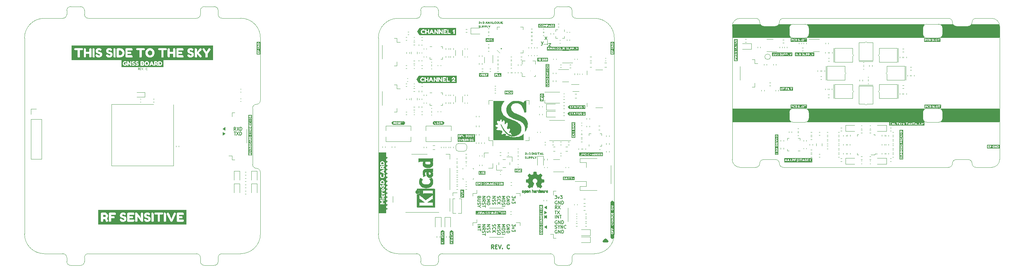
<source format=gto>
%TF.GenerationSoftware,KiCad,Pcbnew,7.0.2*%
%TF.CreationDate,2023-05-26T09:26:56+02:00*%
%TF.ProjectId,kleinvoet,6b6c6569-6e76-46f6-9574-2e6b69636164,C*%
%TF.SameCoordinates,Original*%
%TF.FileFunction,Legend,Top*%
%TF.FilePolarity,Positive*%
%FSLAX46Y46*%
G04 Gerber Fmt 4.6, Leading zero omitted, Abs format (unit mm)*
G04 Created by KiCad (PCBNEW 7.0.2) date 2023-05-26 09:26:56*
%MOMM*%
%LPD*%
G01*
G04 APERTURE LIST*
%ADD10C,0.100000*%
%ADD11C,0.120000*%
%ADD12C,0.150000*%
%ADD13C,0.125000*%
%ADD14C,0.250000*%
%ADD15C,0.010000*%
%ADD16C,0.500000*%
%TA.AperFunction,Profile*%
%ADD17C,0.050000*%
%TD*%
G04 APERTURE END LIST*
D10*
X156800000Y-80600000D02*
X156200000Y-80200000D01*
X156800000Y-79800000D01*
X156800000Y-80600000D01*
G36*
X156800000Y-80600000D02*
G01*
X156200000Y-80200000D01*
X156800000Y-79800000D01*
X156800000Y-80600000D01*
G37*
X156800000Y-81500000D02*
X156200000Y-81900000D01*
X156200000Y-81100000D01*
X156800000Y-81500000D01*
G36*
X156800000Y-81500000D02*
G01*
X156200000Y-81900000D01*
X156200000Y-81100000D01*
X156800000Y-81500000D01*
G37*
X75000000Y-60550000D02*
X74400000Y-60150000D01*
X75000000Y-59750000D01*
X75000000Y-60550000D01*
G36*
X75000000Y-60550000D02*
G01*
X74400000Y-60150000D01*
X75000000Y-59750000D01*
X75000000Y-60550000D01*
G37*
D11*
X116300000Y-74500000D02*
X115900000Y-74800000D01*
X115900000Y-74300000D01*
X116300000Y-74500000D01*
G36*
X116300000Y-74500000D02*
G01*
X115900000Y-74800000D01*
X115900000Y-74300000D01*
X116300000Y-74500000D01*
G37*
X116300000Y-68500000D02*
X115900000Y-68800000D01*
X115900000Y-68300000D01*
X116300000Y-68500000D01*
G36*
X116300000Y-68500000D02*
G01*
X115900000Y-68800000D01*
X115900000Y-68300000D01*
X116300000Y-68500000D01*
G37*
D10*
X156800000Y-82600000D02*
X156200000Y-83000000D01*
X156200000Y-82200000D01*
X156800000Y-82600000D01*
G36*
X156800000Y-82600000D02*
G01*
X156200000Y-83000000D01*
X156200000Y-82200000D01*
X156800000Y-82600000D01*
G37*
D11*
X116300000Y-79500000D02*
X115900000Y-79800000D01*
X115900000Y-79300000D01*
X116300000Y-79500000D01*
G36*
X116300000Y-79500000D02*
G01*
X115900000Y-79800000D01*
X115900000Y-79300000D01*
X116300000Y-79500000D01*
G37*
D10*
X75000000Y-61400000D02*
X74400000Y-61800000D01*
X74400000Y-61000000D01*
X75000000Y-61400000D01*
G36*
X75000000Y-61400000D02*
G01*
X74400000Y-61800000D01*
X74400000Y-61000000D01*
X75000000Y-61400000D01*
G37*
D11*
X116300000Y-69500000D02*
X115900000Y-69800000D01*
X115900000Y-69300000D01*
X116300000Y-69500000D01*
G36*
X116300000Y-69500000D02*
G01*
X115900000Y-69800000D01*
X115900000Y-69300000D01*
X116300000Y-69500000D01*
G37*
X116300000Y-72500000D02*
X115900000Y-72800000D01*
X115900000Y-72300000D01*
X116300000Y-72500000D01*
G36*
X116300000Y-72500000D02*
G01*
X115900000Y-72800000D01*
X115900000Y-72300000D01*
X116300000Y-72500000D01*
G37*
X157000000Y-38600000D02*
X156000000Y-38600000D01*
X116300000Y-76500000D02*
X115900000Y-76800000D01*
X115900000Y-76300000D01*
X116300000Y-76500000D01*
G36*
X116300000Y-76500000D02*
G01*
X115900000Y-76800000D01*
X115900000Y-76300000D01*
X116300000Y-76500000D01*
G37*
D10*
X156800000Y-83000000D02*
X156200000Y-82600000D01*
X156800000Y-82200000D01*
X156800000Y-83000000D01*
G36*
X156800000Y-83000000D02*
G01*
X156200000Y-82600000D01*
X156800000Y-82200000D01*
X156800000Y-83000000D01*
G37*
D11*
X116300000Y-80500000D02*
X115900000Y-80800000D01*
X115900000Y-80300000D01*
X116300000Y-80500000D01*
G36*
X116300000Y-80500000D02*
G01*
X115900000Y-80800000D01*
X115900000Y-80300000D01*
X116300000Y-80500000D01*
G37*
X116300000Y-67500000D02*
X115900000Y-67800000D01*
X115900000Y-67300000D01*
X116300000Y-67500000D01*
G36*
X116300000Y-67500000D02*
G01*
X115900000Y-67800000D01*
X115900000Y-67300000D01*
X116300000Y-67500000D01*
G37*
D10*
X156800000Y-85600000D02*
X156200000Y-85200000D01*
X156800000Y-84800000D01*
X156800000Y-85600000D01*
G36*
X156800000Y-85600000D02*
G01*
X156200000Y-85200000D01*
X156800000Y-84800000D01*
X156800000Y-85600000D01*
G37*
D11*
X157100000Y-38600000D02*
G75*
G03*
X157100000Y-38600000I-100000J0D01*
G01*
X116300000Y-73500000D02*
X115900000Y-73800000D01*
X115900000Y-73300000D01*
X116300000Y-73500000D01*
G36*
X116300000Y-73500000D02*
G01*
X115900000Y-73800000D01*
X115900000Y-73300000D01*
X116300000Y-73500000D01*
G37*
X157000000Y-38600000D02*
X157000000Y-37600000D01*
X116300000Y-77500000D02*
X115900000Y-77800000D01*
X115900000Y-77300000D01*
X116300000Y-77500000D01*
G36*
X116300000Y-77500000D02*
G01*
X115900000Y-77800000D01*
X115900000Y-77300000D01*
X116300000Y-77500000D01*
G37*
X116300000Y-71500000D02*
X115900000Y-71800000D01*
X115900000Y-71300000D01*
X116300000Y-71500000D01*
G36*
X116300000Y-71500000D02*
G01*
X115900000Y-71800000D01*
X115900000Y-71300000D01*
X116300000Y-71500000D01*
G37*
X116300000Y-70500000D02*
X115900000Y-70800000D01*
X115900000Y-70300000D01*
X116300000Y-70500000D01*
G36*
X116300000Y-70500000D02*
G01*
X115900000Y-70800000D01*
X115900000Y-70300000D01*
X116300000Y-70500000D01*
G37*
X116300000Y-75500000D02*
X115900000Y-75800000D01*
X115900000Y-75300000D01*
X116300000Y-75500000D01*
G36*
X116300000Y-75500000D02*
G01*
X115900000Y-75800000D01*
X115900000Y-75300000D01*
X116300000Y-75500000D01*
G37*
X116300000Y-78500000D02*
X115900000Y-78800000D01*
X115900000Y-78300000D01*
X116300000Y-78500000D01*
G36*
X116300000Y-78500000D02*
G01*
X115900000Y-78800000D01*
X115900000Y-78300000D01*
X116300000Y-78500000D01*
G37*
D12*
X144229904Y-84590476D02*
X145029904Y-84590476D01*
X145029904Y-84590476D02*
X144458476Y-84857142D01*
X144458476Y-84857142D02*
X145029904Y-85123809D01*
X145029904Y-85123809D02*
X144229904Y-85123809D01*
X144229904Y-85504762D02*
X145029904Y-85504762D01*
X144268000Y-85847618D02*
X144229904Y-85961904D01*
X144229904Y-85961904D02*
X144229904Y-86152380D01*
X144229904Y-86152380D02*
X144268000Y-86228571D01*
X144268000Y-86228571D02*
X144306095Y-86266666D01*
X144306095Y-86266666D02*
X144382285Y-86304761D01*
X144382285Y-86304761D02*
X144458476Y-86304761D01*
X144458476Y-86304761D02*
X144534666Y-86266666D01*
X144534666Y-86266666D02*
X144572761Y-86228571D01*
X144572761Y-86228571D02*
X144610857Y-86152380D01*
X144610857Y-86152380D02*
X144648952Y-85999999D01*
X144648952Y-85999999D02*
X144687047Y-85923809D01*
X144687047Y-85923809D02*
X144725142Y-85885714D01*
X144725142Y-85885714D02*
X144801333Y-85847618D01*
X144801333Y-85847618D02*
X144877523Y-85847618D01*
X144877523Y-85847618D02*
X144953714Y-85885714D01*
X144953714Y-85885714D02*
X144991809Y-85923809D01*
X144991809Y-85923809D02*
X145029904Y-85999999D01*
X145029904Y-85999999D02*
X145029904Y-86190476D01*
X145029904Y-86190476D02*
X144991809Y-86304761D01*
X145029904Y-86800000D02*
X145029904Y-86952381D01*
X145029904Y-86952381D02*
X144991809Y-87028571D01*
X144991809Y-87028571D02*
X144915619Y-87104762D01*
X144915619Y-87104762D02*
X144763238Y-87142857D01*
X144763238Y-87142857D02*
X144496571Y-87142857D01*
X144496571Y-87142857D02*
X144344190Y-87104762D01*
X144344190Y-87104762D02*
X144268000Y-87028571D01*
X144268000Y-87028571D02*
X144229904Y-86952381D01*
X144229904Y-86952381D02*
X144229904Y-86800000D01*
X144229904Y-86800000D02*
X144268000Y-86723809D01*
X144268000Y-86723809D02*
X144344190Y-86647619D01*
X144344190Y-86647619D02*
X144496571Y-86609523D01*
X144496571Y-86609523D02*
X144763238Y-86609523D01*
X144763238Y-86609523D02*
X144915619Y-86647619D01*
X144915619Y-86647619D02*
X144991809Y-86723809D01*
X144991809Y-86723809D02*
X145029904Y-86800000D01*
X77747619Y-60570095D02*
X77480952Y-60189142D01*
X77290476Y-60570095D02*
X77290476Y-59770095D01*
X77290476Y-59770095D02*
X77595238Y-59770095D01*
X77595238Y-59770095D02*
X77671428Y-59808190D01*
X77671428Y-59808190D02*
X77709523Y-59846285D01*
X77709523Y-59846285D02*
X77747619Y-59922476D01*
X77747619Y-59922476D02*
X77747619Y-60036761D01*
X77747619Y-60036761D02*
X77709523Y-60112952D01*
X77709523Y-60112952D02*
X77671428Y-60151047D01*
X77671428Y-60151047D02*
X77595238Y-60189142D01*
X77595238Y-60189142D02*
X77290476Y-60189142D01*
X78014285Y-59770095D02*
X78547619Y-60570095D01*
X78547619Y-59770095D02*
X78014285Y-60570095D01*
X78852381Y-60570095D02*
X78852381Y-59770095D01*
X78852381Y-59770095D02*
X79042857Y-59770095D01*
X79042857Y-59770095D02*
X79157143Y-59808190D01*
X79157143Y-59808190D02*
X79233333Y-59884380D01*
X79233333Y-59884380D02*
X79271428Y-59960571D01*
X79271428Y-59960571D02*
X79309524Y-60112952D01*
X79309524Y-60112952D02*
X79309524Y-60227238D01*
X79309524Y-60227238D02*
X79271428Y-60379619D01*
X79271428Y-60379619D02*
X79233333Y-60455809D01*
X79233333Y-60455809D02*
X79157143Y-60532000D01*
X79157143Y-60532000D02*
X79042857Y-60570095D01*
X79042857Y-60570095D02*
X78852381Y-60570095D01*
X147391809Y-77809523D02*
X147429904Y-77733333D01*
X147429904Y-77733333D02*
X147429904Y-77619047D01*
X147429904Y-77619047D02*
X147391809Y-77504761D01*
X147391809Y-77504761D02*
X147315619Y-77428571D01*
X147315619Y-77428571D02*
X147239428Y-77390476D01*
X147239428Y-77390476D02*
X147087047Y-77352380D01*
X147087047Y-77352380D02*
X146972761Y-77352380D01*
X146972761Y-77352380D02*
X146820380Y-77390476D01*
X146820380Y-77390476D02*
X146744190Y-77428571D01*
X146744190Y-77428571D02*
X146668000Y-77504761D01*
X146668000Y-77504761D02*
X146629904Y-77619047D01*
X146629904Y-77619047D02*
X146629904Y-77695238D01*
X146629904Y-77695238D02*
X146668000Y-77809523D01*
X146668000Y-77809523D02*
X146706095Y-77847619D01*
X146706095Y-77847619D02*
X146972761Y-77847619D01*
X146972761Y-77847619D02*
X146972761Y-77695238D01*
X146629904Y-78190476D02*
X147429904Y-78190476D01*
X147429904Y-78190476D02*
X146629904Y-78647619D01*
X146629904Y-78647619D02*
X147429904Y-78647619D01*
X146629904Y-79028571D02*
X147429904Y-79028571D01*
X147429904Y-79028571D02*
X147429904Y-79219047D01*
X147429904Y-79219047D02*
X147391809Y-79333333D01*
X147391809Y-79333333D02*
X147315619Y-79409523D01*
X147315619Y-79409523D02*
X147239428Y-79447618D01*
X147239428Y-79447618D02*
X147087047Y-79485714D01*
X147087047Y-79485714D02*
X146972761Y-79485714D01*
X146972761Y-79485714D02*
X146820380Y-79447618D01*
X146820380Y-79447618D02*
X146744190Y-79409523D01*
X146744190Y-79409523D02*
X146668000Y-79333333D01*
X146668000Y-79333333D02*
X146629904Y-79219047D01*
X146629904Y-79219047D02*
X146629904Y-79028571D01*
X159409523Y-78608190D02*
X159333333Y-78570095D01*
X159333333Y-78570095D02*
X159219047Y-78570095D01*
X159219047Y-78570095D02*
X159104761Y-78608190D01*
X159104761Y-78608190D02*
X159028571Y-78684380D01*
X159028571Y-78684380D02*
X158990476Y-78760571D01*
X158990476Y-78760571D02*
X158952380Y-78912952D01*
X158952380Y-78912952D02*
X158952380Y-79027238D01*
X158952380Y-79027238D02*
X158990476Y-79179619D01*
X158990476Y-79179619D02*
X159028571Y-79255809D01*
X159028571Y-79255809D02*
X159104761Y-79332000D01*
X159104761Y-79332000D02*
X159219047Y-79370095D01*
X159219047Y-79370095D02*
X159295238Y-79370095D01*
X159295238Y-79370095D02*
X159409523Y-79332000D01*
X159409523Y-79332000D02*
X159447619Y-79293904D01*
X159447619Y-79293904D02*
X159447619Y-79027238D01*
X159447619Y-79027238D02*
X159295238Y-79027238D01*
X159790476Y-79370095D02*
X159790476Y-78570095D01*
X159790476Y-78570095D02*
X160247619Y-79370095D01*
X160247619Y-79370095D02*
X160247619Y-78570095D01*
X160628571Y-79370095D02*
X160628571Y-78570095D01*
X160628571Y-78570095D02*
X160819047Y-78570095D01*
X160819047Y-78570095D02*
X160933333Y-78608190D01*
X160933333Y-78608190D02*
X161009523Y-78684380D01*
X161009523Y-78684380D02*
X161047618Y-78760571D01*
X161047618Y-78760571D02*
X161085714Y-78912952D01*
X161085714Y-78912952D02*
X161085714Y-79027238D01*
X161085714Y-79027238D02*
X161047618Y-79179619D01*
X161047618Y-79179619D02*
X161009523Y-79255809D01*
X161009523Y-79255809D02*
X160933333Y-79332000D01*
X160933333Y-79332000D02*
X160819047Y-79370095D01*
X160819047Y-79370095D02*
X160628571Y-79370095D01*
X141629904Y-84590476D02*
X142429904Y-84590476D01*
X142429904Y-84590476D02*
X141629904Y-85047619D01*
X141629904Y-85047619D02*
X142429904Y-85047619D01*
X141668000Y-85390475D02*
X141629904Y-85504761D01*
X141629904Y-85504761D02*
X141629904Y-85695237D01*
X141629904Y-85695237D02*
X141668000Y-85771428D01*
X141668000Y-85771428D02*
X141706095Y-85809523D01*
X141706095Y-85809523D02*
X141782285Y-85847618D01*
X141782285Y-85847618D02*
X141858476Y-85847618D01*
X141858476Y-85847618D02*
X141934666Y-85809523D01*
X141934666Y-85809523D02*
X141972761Y-85771428D01*
X141972761Y-85771428D02*
X142010857Y-85695237D01*
X142010857Y-85695237D02*
X142048952Y-85542856D01*
X142048952Y-85542856D02*
X142087047Y-85466666D01*
X142087047Y-85466666D02*
X142125142Y-85428571D01*
X142125142Y-85428571D02*
X142201333Y-85390475D01*
X142201333Y-85390475D02*
X142277523Y-85390475D01*
X142277523Y-85390475D02*
X142353714Y-85428571D01*
X142353714Y-85428571D02*
X142391809Y-85466666D01*
X142391809Y-85466666D02*
X142429904Y-85542856D01*
X142429904Y-85542856D02*
X142429904Y-85733333D01*
X142429904Y-85733333D02*
X142391809Y-85847618D01*
X141668000Y-86152380D02*
X141629904Y-86266666D01*
X141629904Y-86266666D02*
X141629904Y-86457142D01*
X141629904Y-86457142D02*
X141668000Y-86533333D01*
X141668000Y-86533333D02*
X141706095Y-86571428D01*
X141706095Y-86571428D02*
X141782285Y-86609523D01*
X141782285Y-86609523D02*
X141858476Y-86609523D01*
X141858476Y-86609523D02*
X141934666Y-86571428D01*
X141934666Y-86571428D02*
X141972761Y-86533333D01*
X141972761Y-86533333D02*
X142010857Y-86457142D01*
X142010857Y-86457142D02*
X142048952Y-86304761D01*
X142048952Y-86304761D02*
X142087047Y-86228571D01*
X142087047Y-86228571D02*
X142125142Y-86190476D01*
X142125142Y-86190476D02*
X142201333Y-86152380D01*
X142201333Y-86152380D02*
X142277523Y-86152380D01*
X142277523Y-86152380D02*
X142353714Y-86190476D01*
X142353714Y-86190476D02*
X142391809Y-86228571D01*
X142391809Y-86228571D02*
X142429904Y-86304761D01*
X142429904Y-86304761D02*
X142429904Y-86495238D01*
X142429904Y-86495238D02*
X142391809Y-86609523D01*
X140429904Y-84590476D02*
X141229904Y-84590476D01*
X141229904Y-84590476D02*
X140429904Y-85047619D01*
X140429904Y-85047619D02*
X141229904Y-85047619D01*
X140429904Y-85885714D02*
X140810857Y-85619047D01*
X140429904Y-85428571D02*
X141229904Y-85428571D01*
X141229904Y-85428571D02*
X141229904Y-85733333D01*
X141229904Y-85733333D02*
X141191809Y-85809523D01*
X141191809Y-85809523D02*
X141153714Y-85847618D01*
X141153714Y-85847618D02*
X141077523Y-85885714D01*
X141077523Y-85885714D02*
X140963238Y-85885714D01*
X140963238Y-85885714D02*
X140887047Y-85847618D01*
X140887047Y-85847618D02*
X140848952Y-85809523D01*
X140848952Y-85809523D02*
X140810857Y-85733333D01*
X140810857Y-85733333D02*
X140810857Y-85428571D01*
X140468000Y-86190475D02*
X140429904Y-86304761D01*
X140429904Y-86304761D02*
X140429904Y-86495237D01*
X140429904Y-86495237D02*
X140468000Y-86571428D01*
X140468000Y-86571428D02*
X140506095Y-86609523D01*
X140506095Y-86609523D02*
X140582285Y-86647618D01*
X140582285Y-86647618D02*
X140658476Y-86647618D01*
X140658476Y-86647618D02*
X140734666Y-86609523D01*
X140734666Y-86609523D02*
X140772761Y-86571428D01*
X140772761Y-86571428D02*
X140810857Y-86495237D01*
X140810857Y-86495237D02*
X140848952Y-86342856D01*
X140848952Y-86342856D02*
X140887047Y-86266666D01*
X140887047Y-86266666D02*
X140925142Y-86228571D01*
X140925142Y-86228571D02*
X141001333Y-86190475D01*
X141001333Y-86190475D02*
X141077523Y-86190475D01*
X141077523Y-86190475D02*
X141153714Y-86228571D01*
X141153714Y-86228571D02*
X141191809Y-86266666D01*
X141191809Y-86266666D02*
X141229904Y-86342856D01*
X141229904Y-86342856D02*
X141229904Y-86533333D01*
X141229904Y-86533333D02*
X141191809Y-86647618D01*
X141229904Y-86876190D02*
X141229904Y-87333333D01*
X140429904Y-87104761D02*
X141229904Y-87104761D01*
X145429904Y-77390476D02*
X146229904Y-77390476D01*
X146229904Y-77390476D02*
X145658476Y-77657142D01*
X145658476Y-77657142D02*
X146229904Y-77923809D01*
X146229904Y-77923809D02*
X145429904Y-77923809D01*
X146229904Y-78457143D02*
X146229904Y-78609524D01*
X146229904Y-78609524D02*
X146191809Y-78685714D01*
X146191809Y-78685714D02*
X146115619Y-78761905D01*
X146115619Y-78761905D02*
X145963238Y-78800000D01*
X145963238Y-78800000D02*
X145696571Y-78800000D01*
X145696571Y-78800000D02*
X145544190Y-78761905D01*
X145544190Y-78761905D02*
X145468000Y-78685714D01*
X145468000Y-78685714D02*
X145429904Y-78609524D01*
X145429904Y-78609524D02*
X145429904Y-78457143D01*
X145429904Y-78457143D02*
X145468000Y-78380952D01*
X145468000Y-78380952D02*
X145544190Y-78304762D01*
X145544190Y-78304762D02*
X145696571Y-78266666D01*
X145696571Y-78266666D02*
X145963238Y-78266666D01*
X145963238Y-78266666D02*
X146115619Y-78304762D01*
X146115619Y-78304762D02*
X146191809Y-78380952D01*
X146191809Y-78380952D02*
X146229904Y-78457143D01*
X145468000Y-79104761D02*
X145429904Y-79219047D01*
X145429904Y-79219047D02*
X145429904Y-79409523D01*
X145429904Y-79409523D02*
X145468000Y-79485714D01*
X145468000Y-79485714D02*
X145506095Y-79523809D01*
X145506095Y-79523809D02*
X145582285Y-79561904D01*
X145582285Y-79561904D02*
X145658476Y-79561904D01*
X145658476Y-79561904D02*
X145734666Y-79523809D01*
X145734666Y-79523809D02*
X145772761Y-79485714D01*
X145772761Y-79485714D02*
X145810857Y-79409523D01*
X145810857Y-79409523D02*
X145848952Y-79257142D01*
X145848952Y-79257142D02*
X145887047Y-79180952D01*
X145887047Y-79180952D02*
X145925142Y-79142857D01*
X145925142Y-79142857D02*
X146001333Y-79104761D01*
X146001333Y-79104761D02*
X146077523Y-79104761D01*
X146077523Y-79104761D02*
X146153714Y-79142857D01*
X146153714Y-79142857D02*
X146191809Y-79180952D01*
X146191809Y-79180952D02*
X146229904Y-79257142D01*
X146229904Y-79257142D02*
X146229904Y-79447619D01*
X146229904Y-79447619D02*
X146191809Y-79561904D01*
X145429904Y-79904762D02*
X146229904Y-79904762D01*
X159409523Y-86008190D02*
X159333333Y-85970095D01*
X159333333Y-85970095D02*
X159219047Y-85970095D01*
X159219047Y-85970095D02*
X159104761Y-86008190D01*
X159104761Y-86008190D02*
X159028571Y-86084380D01*
X159028571Y-86084380D02*
X158990476Y-86160571D01*
X158990476Y-86160571D02*
X158952380Y-86312952D01*
X158952380Y-86312952D02*
X158952380Y-86427238D01*
X158952380Y-86427238D02*
X158990476Y-86579619D01*
X158990476Y-86579619D02*
X159028571Y-86655809D01*
X159028571Y-86655809D02*
X159104761Y-86732000D01*
X159104761Y-86732000D02*
X159219047Y-86770095D01*
X159219047Y-86770095D02*
X159295238Y-86770095D01*
X159295238Y-86770095D02*
X159409523Y-86732000D01*
X159409523Y-86732000D02*
X159447619Y-86693904D01*
X159447619Y-86693904D02*
X159447619Y-86427238D01*
X159447619Y-86427238D02*
X159295238Y-86427238D01*
X159790476Y-86770095D02*
X159790476Y-85970095D01*
X159790476Y-85970095D02*
X160247619Y-86770095D01*
X160247619Y-86770095D02*
X160247619Y-85970095D01*
X160628571Y-86770095D02*
X160628571Y-85970095D01*
X160628571Y-85970095D02*
X160819047Y-85970095D01*
X160819047Y-85970095D02*
X160933333Y-86008190D01*
X160933333Y-86008190D02*
X161009523Y-86084380D01*
X161009523Y-86084380D02*
X161047618Y-86160571D01*
X161047618Y-86160571D02*
X161085714Y-86312952D01*
X161085714Y-86312952D02*
X161085714Y-86427238D01*
X161085714Y-86427238D02*
X161047618Y-86579619D01*
X161047618Y-86579619D02*
X161009523Y-86655809D01*
X161009523Y-86655809D02*
X160933333Y-86732000D01*
X160933333Y-86732000D02*
X160819047Y-86770095D01*
X160819047Y-86770095D02*
X160628571Y-86770095D01*
X145429904Y-84590476D02*
X146229904Y-84590476D01*
X146229904Y-84590476D02*
X145658476Y-84857142D01*
X145658476Y-84857142D02*
X146229904Y-85123809D01*
X146229904Y-85123809D02*
X145429904Y-85123809D01*
X146229904Y-85657143D02*
X146229904Y-85809524D01*
X146229904Y-85809524D02*
X146191809Y-85885714D01*
X146191809Y-85885714D02*
X146115619Y-85961905D01*
X146115619Y-85961905D02*
X145963238Y-86000000D01*
X145963238Y-86000000D02*
X145696571Y-86000000D01*
X145696571Y-86000000D02*
X145544190Y-85961905D01*
X145544190Y-85961905D02*
X145468000Y-85885714D01*
X145468000Y-85885714D02*
X145429904Y-85809524D01*
X145429904Y-85809524D02*
X145429904Y-85657143D01*
X145429904Y-85657143D02*
X145468000Y-85580952D01*
X145468000Y-85580952D02*
X145544190Y-85504762D01*
X145544190Y-85504762D02*
X145696571Y-85466666D01*
X145696571Y-85466666D02*
X145963238Y-85466666D01*
X145963238Y-85466666D02*
X146115619Y-85504762D01*
X146115619Y-85504762D02*
X146191809Y-85580952D01*
X146191809Y-85580952D02*
X146229904Y-85657143D01*
X145468000Y-86304761D02*
X145429904Y-86419047D01*
X145429904Y-86419047D02*
X145429904Y-86609523D01*
X145429904Y-86609523D02*
X145468000Y-86685714D01*
X145468000Y-86685714D02*
X145506095Y-86723809D01*
X145506095Y-86723809D02*
X145582285Y-86761904D01*
X145582285Y-86761904D02*
X145658476Y-86761904D01*
X145658476Y-86761904D02*
X145734666Y-86723809D01*
X145734666Y-86723809D02*
X145772761Y-86685714D01*
X145772761Y-86685714D02*
X145810857Y-86609523D01*
X145810857Y-86609523D02*
X145848952Y-86457142D01*
X145848952Y-86457142D02*
X145887047Y-86380952D01*
X145887047Y-86380952D02*
X145925142Y-86342857D01*
X145925142Y-86342857D02*
X146001333Y-86304761D01*
X146001333Y-86304761D02*
X146077523Y-86304761D01*
X146077523Y-86304761D02*
X146153714Y-86342857D01*
X146153714Y-86342857D02*
X146191809Y-86380952D01*
X146191809Y-86380952D02*
X146229904Y-86457142D01*
X146229904Y-86457142D02*
X146229904Y-86647619D01*
X146229904Y-86647619D02*
X146191809Y-86761904D01*
X145429904Y-87104762D02*
X146229904Y-87104762D01*
X143068000Y-84552380D02*
X143029904Y-84666666D01*
X143029904Y-84666666D02*
X143029904Y-84857142D01*
X143029904Y-84857142D02*
X143068000Y-84933333D01*
X143068000Y-84933333D02*
X143106095Y-84971428D01*
X143106095Y-84971428D02*
X143182285Y-85009523D01*
X143182285Y-85009523D02*
X143258476Y-85009523D01*
X143258476Y-85009523D02*
X143334666Y-84971428D01*
X143334666Y-84971428D02*
X143372761Y-84933333D01*
X143372761Y-84933333D02*
X143410857Y-84857142D01*
X143410857Y-84857142D02*
X143448952Y-84704761D01*
X143448952Y-84704761D02*
X143487047Y-84628571D01*
X143487047Y-84628571D02*
X143525142Y-84590476D01*
X143525142Y-84590476D02*
X143601333Y-84552380D01*
X143601333Y-84552380D02*
X143677523Y-84552380D01*
X143677523Y-84552380D02*
X143753714Y-84590476D01*
X143753714Y-84590476D02*
X143791809Y-84628571D01*
X143791809Y-84628571D02*
X143829904Y-84704761D01*
X143829904Y-84704761D02*
X143829904Y-84895238D01*
X143829904Y-84895238D02*
X143791809Y-85009523D01*
X143106095Y-85809524D02*
X143068000Y-85771428D01*
X143068000Y-85771428D02*
X143029904Y-85657143D01*
X143029904Y-85657143D02*
X143029904Y-85580952D01*
X143029904Y-85580952D02*
X143068000Y-85466666D01*
X143068000Y-85466666D02*
X143144190Y-85390476D01*
X143144190Y-85390476D02*
X143220380Y-85352381D01*
X143220380Y-85352381D02*
X143372761Y-85314285D01*
X143372761Y-85314285D02*
X143487047Y-85314285D01*
X143487047Y-85314285D02*
X143639428Y-85352381D01*
X143639428Y-85352381D02*
X143715619Y-85390476D01*
X143715619Y-85390476D02*
X143791809Y-85466666D01*
X143791809Y-85466666D02*
X143829904Y-85580952D01*
X143829904Y-85580952D02*
X143829904Y-85657143D01*
X143829904Y-85657143D02*
X143791809Y-85771428D01*
X143791809Y-85771428D02*
X143753714Y-85809524D01*
X143029904Y-86152381D02*
X143829904Y-86152381D01*
X143029904Y-86609524D02*
X143487047Y-86266666D01*
X143829904Y-86609524D02*
X143372761Y-86152381D01*
X157342857Y-38410952D02*
X157866666Y-38410952D01*
X157866666Y-38410952D02*
X157342857Y-39077619D01*
X157342857Y-39077619D02*
X157866666Y-39077619D01*
D13*
X53154762Y-45131309D02*
X52988096Y-44893214D01*
X52869048Y-45131309D02*
X52869048Y-44631309D01*
X52869048Y-44631309D02*
X53059524Y-44631309D01*
X53059524Y-44631309D02*
X53107143Y-44655119D01*
X53107143Y-44655119D02*
X53130953Y-44678928D01*
X53130953Y-44678928D02*
X53154762Y-44726547D01*
X53154762Y-44726547D02*
X53154762Y-44797976D01*
X53154762Y-44797976D02*
X53130953Y-44845595D01*
X53130953Y-44845595D02*
X53107143Y-44869404D01*
X53107143Y-44869404D02*
X53059524Y-44893214D01*
X53059524Y-44893214D02*
X52869048Y-44893214D01*
X53369048Y-44869404D02*
X53535715Y-44869404D01*
X53607143Y-45131309D02*
X53369048Y-45131309D01*
X53369048Y-45131309D02*
X53369048Y-44631309D01*
X53369048Y-44631309D02*
X53607143Y-44631309D01*
X53750001Y-44631309D02*
X53916667Y-45131309D01*
X53916667Y-45131309D02*
X54083334Y-44631309D01*
X54250000Y-45083690D02*
X54273810Y-45107500D01*
X54273810Y-45107500D02*
X54250000Y-45131309D01*
X54250000Y-45131309D02*
X54226191Y-45107500D01*
X54226191Y-45107500D02*
X54250000Y-45083690D01*
X54250000Y-45083690D02*
X54250000Y-45131309D01*
X55154761Y-45083690D02*
X55130952Y-45107500D01*
X55130952Y-45107500D02*
X55059523Y-45131309D01*
X55059523Y-45131309D02*
X55011904Y-45131309D01*
X55011904Y-45131309D02*
X54940476Y-45107500D01*
X54940476Y-45107500D02*
X54892857Y-45059880D01*
X54892857Y-45059880D02*
X54869047Y-45012261D01*
X54869047Y-45012261D02*
X54845238Y-44917023D01*
X54845238Y-44917023D02*
X54845238Y-44845595D01*
X54845238Y-44845595D02*
X54869047Y-44750357D01*
X54869047Y-44750357D02*
X54892857Y-44702738D01*
X54892857Y-44702738D02*
X54940476Y-44655119D01*
X54940476Y-44655119D02*
X55011904Y-44631309D01*
X55011904Y-44631309D02*
X55059523Y-44631309D01*
X55059523Y-44631309D02*
X55130952Y-44655119D01*
X55130952Y-44655119D02*
X55154761Y-44678928D01*
D12*
X139648952Y-77657142D02*
X139610857Y-77771428D01*
X139610857Y-77771428D02*
X139572761Y-77809523D01*
X139572761Y-77809523D02*
X139496571Y-77847619D01*
X139496571Y-77847619D02*
X139382285Y-77847619D01*
X139382285Y-77847619D02*
X139306095Y-77809523D01*
X139306095Y-77809523D02*
X139268000Y-77771428D01*
X139268000Y-77771428D02*
X139229904Y-77695238D01*
X139229904Y-77695238D02*
X139229904Y-77390476D01*
X139229904Y-77390476D02*
X140029904Y-77390476D01*
X140029904Y-77390476D02*
X140029904Y-77657142D01*
X140029904Y-77657142D02*
X139991809Y-77733333D01*
X139991809Y-77733333D02*
X139953714Y-77771428D01*
X139953714Y-77771428D02*
X139877523Y-77809523D01*
X139877523Y-77809523D02*
X139801333Y-77809523D01*
X139801333Y-77809523D02*
X139725142Y-77771428D01*
X139725142Y-77771428D02*
X139687047Y-77733333D01*
X139687047Y-77733333D02*
X139648952Y-77657142D01*
X139648952Y-77657142D02*
X139648952Y-77390476D01*
X140029904Y-78190476D02*
X139382285Y-78190476D01*
X139382285Y-78190476D02*
X139306095Y-78228571D01*
X139306095Y-78228571D02*
X139268000Y-78266666D01*
X139268000Y-78266666D02*
X139229904Y-78342857D01*
X139229904Y-78342857D02*
X139229904Y-78495238D01*
X139229904Y-78495238D02*
X139268000Y-78571428D01*
X139268000Y-78571428D02*
X139306095Y-78609523D01*
X139306095Y-78609523D02*
X139382285Y-78647619D01*
X139382285Y-78647619D02*
X140029904Y-78647619D01*
X139268000Y-78990475D02*
X139229904Y-79104761D01*
X139229904Y-79104761D02*
X139229904Y-79295237D01*
X139229904Y-79295237D02*
X139268000Y-79371428D01*
X139268000Y-79371428D02*
X139306095Y-79409523D01*
X139306095Y-79409523D02*
X139382285Y-79447618D01*
X139382285Y-79447618D02*
X139458476Y-79447618D01*
X139458476Y-79447618D02*
X139534666Y-79409523D01*
X139534666Y-79409523D02*
X139572761Y-79371428D01*
X139572761Y-79371428D02*
X139610857Y-79295237D01*
X139610857Y-79295237D02*
X139648952Y-79142856D01*
X139648952Y-79142856D02*
X139687047Y-79066666D01*
X139687047Y-79066666D02*
X139725142Y-79028571D01*
X139725142Y-79028571D02*
X139801333Y-78990475D01*
X139801333Y-78990475D02*
X139877523Y-78990475D01*
X139877523Y-78990475D02*
X139953714Y-79028571D01*
X139953714Y-79028571D02*
X139991809Y-79066666D01*
X139991809Y-79066666D02*
X140029904Y-79142856D01*
X140029904Y-79142856D02*
X140029904Y-79333333D01*
X140029904Y-79333333D02*
X139991809Y-79447618D01*
X139610857Y-79942857D02*
X139229904Y-79942857D01*
X140029904Y-79676190D02*
X139610857Y-79942857D01*
X139610857Y-79942857D02*
X140029904Y-80209523D01*
X158952380Y-85532000D02*
X159066666Y-85570095D01*
X159066666Y-85570095D02*
X159257142Y-85570095D01*
X159257142Y-85570095D02*
X159333333Y-85532000D01*
X159333333Y-85532000D02*
X159371428Y-85493904D01*
X159371428Y-85493904D02*
X159409523Y-85417714D01*
X159409523Y-85417714D02*
X159409523Y-85341523D01*
X159409523Y-85341523D02*
X159371428Y-85265333D01*
X159371428Y-85265333D02*
X159333333Y-85227238D01*
X159333333Y-85227238D02*
X159257142Y-85189142D01*
X159257142Y-85189142D02*
X159104761Y-85151047D01*
X159104761Y-85151047D02*
X159028571Y-85112952D01*
X159028571Y-85112952D02*
X158990476Y-85074857D01*
X158990476Y-85074857D02*
X158952380Y-84998666D01*
X158952380Y-84998666D02*
X158952380Y-84922476D01*
X158952380Y-84922476D02*
X158990476Y-84846285D01*
X158990476Y-84846285D02*
X159028571Y-84808190D01*
X159028571Y-84808190D02*
X159104761Y-84770095D01*
X159104761Y-84770095D02*
X159295238Y-84770095D01*
X159295238Y-84770095D02*
X159409523Y-84808190D01*
X159904762Y-85189142D02*
X159904762Y-85570095D01*
X159638095Y-84770095D02*
X159904762Y-85189142D01*
X159904762Y-85189142D02*
X160171428Y-84770095D01*
X160438095Y-85570095D02*
X160438095Y-84770095D01*
X160438095Y-84770095D02*
X160895238Y-85570095D01*
X160895238Y-85570095D02*
X160895238Y-84770095D01*
X161733333Y-85493904D02*
X161695237Y-85532000D01*
X161695237Y-85532000D02*
X161580952Y-85570095D01*
X161580952Y-85570095D02*
X161504761Y-85570095D01*
X161504761Y-85570095D02*
X161390475Y-85532000D01*
X161390475Y-85532000D02*
X161314285Y-85455809D01*
X161314285Y-85455809D02*
X161276190Y-85379619D01*
X161276190Y-85379619D02*
X161238094Y-85227238D01*
X161238094Y-85227238D02*
X161238094Y-85112952D01*
X161238094Y-85112952D02*
X161276190Y-84960571D01*
X161276190Y-84960571D02*
X161314285Y-84884380D01*
X161314285Y-84884380D02*
X161390475Y-84808190D01*
X161390475Y-84808190D02*
X161504761Y-84770095D01*
X161504761Y-84770095D02*
X161580952Y-84770095D01*
X161580952Y-84770095D02*
X161695237Y-84808190D01*
X161695237Y-84808190D02*
X161733333Y-84846285D01*
X159409523Y-83608190D02*
X159333333Y-83570095D01*
X159333333Y-83570095D02*
X159219047Y-83570095D01*
X159219047Y-83570095D02*
X159104761Y-83608190D01*
X159104761Y-83608190D02*
X159028571Y-83684380D01*
X159028571Y-83684380D02*
X158990476Y-83760571D01*
X158990476Y-83760571D02*
X158952380Y-83912952D01*
X158952380Y-83912952D02*
X158952380Y-84027238D01*
X158952380Y-84027238D02*
X158990476Y-84179619D01*
X158990476Y-84179619D02*
X159028571Y-84255809D01*
X159028571Y-84255809D02*
X159104761Y-84332000D01*
X159104761Y-84332000D02*
X159219047Y-84370095D01*
X159219047Y-84370095D02*
X159295238Y-84370095D01*
X159295238Y-84370095D02*
X159409523Y-84332000D01*
X159409523Y-84332000D02*
X159447619Y-84293904D01*
X159447619Y-84293904D02*
X159447619Y-84027238D01*
X159447619Y-84027238D02*
X159295238Y-84027238D01*
X159790476Y-84370095D02*
X159790476Y-83570095D01*
X159790476Y-83570095D02*
X160247619Y-84370095D01*
X160247619Y-84370095D02*
X160247619Y-83570095D01*
X160628571Y-84370095D02*
X160628571Y-83570095D01*
X160628571Y-83570095D02*
X160819047Y-83570095D01*
X160819047Y-83570095D02*
X160933333Y-83608190D01*
X160933333Y-83608190D02*
X161009523Y-83684380D01*
X161009523Y-83684380D02*
X161047618Y-83760571D01*
X161047618Y-83760571D02*
X161085714Y-83912952D01*
X161085714Y-83912952D02*
X161085714Y-84027238D01*
X161085714Y-84027238D02*
X161047618Y-84179619D01*
X161047618Y-84179619D02*
X161009523Y-84255809D01*
X161009523Y-84255809D02*
X160933333Y-84332000D01*
X160933333Y-84332000D02*
X160819047Y-84370095D01*
X160819047Y-84370095D02*
X160628571Y-84370095D01*
X77276190Y-60970095D02*
X77733333Y-60970095D01*
X77504761Y-61770095D02*
X77504761Y-60970095D01*
X77923809Y-60970095D02*
X78457143Y-61770095D01*
X78457143Y-60970095D02*
X77923809Y-61770095D01*
X78761905Y-61770095D02*
X78761905Y-60970095D01*
X78761905Y-60970095D02*
X78952381Y-60970095D01*
X78952381Y-60970095D02*
X79066667Y-61008190D01*
X79066667Y-61008190D02*
X79142857Y-61084380D01*
X79142857Y-61084380D02*
X79180952Y-61160571D01*
X79180952Y-61160571D02*
X79219048Y-61312952D01*
X79219048Y-61312952D02*
X79219048Y-61427238D01*
X79219048Y-61427238D02*
X79180952Y-61579619D01*
X79180952Y-61579619D02*
X79142857Y-61655809D01*
X79142857Y-61655809D02*
X79066667Y-61732000D01*
X79066667Y-61732000D02*
X78952381Y-61770095D01*
X78952381Y-61770095D02*
X78761905Y-61770095D01*
X155442857Y-37910952D02*
X155680952Y-38577619D01*
X155919047Y-37910952D02*
X155680952Y-38577619D01*
X155680952Y-38577619D02*
X155585714Y-38815714D01*
X155585714Y-38815714D02*
X155538095Y-38863333D01*
X155538095Y-38863333D02*
X155442857Y-38910952D01*
X147391809Y-85009523D02*
X147429904Y-84933333D01*
X147429904Y-84933333D02*
X147429904Y-84819047D01*
X147429904Y-84819047D02*
X147391809Y-84704761D01*
X147391809Y-84704761D02*
X147315619Y-84628571D01*
X147315619Y-84628571D02*
X147239428Y-84590476D01*
X147239428Y-84590476D02*
X147087047Y-84552380D01*
X147087047Y-84552380D02*
X146972761Y-84552380D01*
X146972761Y-84552380D02*
X146820380Y-84590476D01*
X146820380Y-84590476D02*
X146744190Y-84628571D01*
X146744190Y-84628571D02*
X146668000Y-84704761D01*
X146668000Y-84704761D02*
X146629904Y-84819047D01*
X146629904Y-84819047D02*
X146629904Y-84895238D01*
X146629904Y-84895238D02*
X146668000Y-85009523D01*
X146668000Y-85009523D02*
X146706095Y-85047619D01*
X146706095Y-85047619D02*
X146972761Y-85047619D01*
X146972761Y-85047619D02*
X146972761Y-84895238D01*
X146629904Y-85390476D02*
X147429904Y-85390476D01*
X147429904Y-85390476D02*
X146629904Y-85847619D01*
X146629904Y-85847619D02*
X147429904Y-85847619D01*
X146629904Y-86228571D02*
X147429904Y-86228571D01*
X147429904Y-86228571D02*
X147429904Y-86419047D01*
X147429904Y-86419047D02*
X147391809Y-86533333D01*
X147391809Y-86533333D02*
X147315619Y-86609523D01*
X147315619Y-86609523D02*
X147239428Y-86647618D01*
X147239428Y-86647618D02*
X147087047Y-86685714D01*
X147087047Y-86685714D02*
X146972761Y-86685714D01*
X146972761Y-86685714D02*
X146820380Y-86647618D01*
X146820380Y-86647618D02*
X146744190Y-86609523D01*
X146744190Y-86609523D02*
X146668000Y-86533333D01*
X146668000Y-86533333D02*
X146629904Y-86419047D01*
X146629904Y-86419047D02*
X146629904Y-86228571D01*
X158990476Y-82970095D02*
X158990476Y-82170095D01*
X159371428Y-82970095D02*
X159371428Y-82170095D01*
X159371428Y-82170095D02*
X159828571Y-82970095D01*
X159828571Y-82970095D02*
X159828571Y-82170095D01*
X160095237Y-82170095D02*
X160552380Y-82170095D01*
X160323808Y-82970095D02*
X160323808Y-82170095D01*
X158914285Y-77170095D02*
X159409523Y-77170095D01*
X159409523Y-77170095D02*
X159142857Y-77474857D01*
X159142857Y-77474857D02*
X159257142Y-77474857D01*
X159257142Y-77474857D02*
X159333333Y-77512952D01*
X159333333Y-77512952D02*
X159371428Y-77551047D01*
X159371428Y-77551047D02*
X159409523Y-77627238D01*
X159409523Y-77627238D02*
X159409523Y-77817714D01*
X159409523Y-77817714D02*
X159371428Y-77893904D01*
X159371428Y-77893904D02*
X159333333Y-77932000D01*
X159333333Y-77932000D02*
X159257142Y-77970095D01*
X159257142Y-77970095D02*
X159028571Y-77970095D01*
X159028571Y-77970095D02*
X158952380Y-77932000D01*
X158952380Y-77932000D02*
X158914285Y-77893904D01*
X159676190Y-77436761D02*
X159866666Y-77970095D01*
X159866666Y-77970095D02*
X160057143Y-77436761D01*
X160285714Y-77170095D02*
X160780952Y-77170095D01*
X160780952Y-77170095D02*
X160514286Y-77474857D01*
X160514286Y-77474857D02*
X160628571Y-77474857D01*
X160628571Y-77474857D02*
X160704762Y-77512952D01*
X160704762Y-77512952D02*
X160742857Y-77551047D01*
X160742857Y-77551047D02*
X160780952Y-77627238D01*
X160780952Y-77627238D02*
X160780952Y-77817714D01*
X160780952Y-77817714D02*
X160742857Y-77893904D01*
X160742857Y-77893904D02*
X160704762Y-77932000D01*
X160704762Y-77932000D02*
X160628571Y-77970095D01*
X160628571Y-77970095D02*
X160400000Y-77970095D01*
X160400000Y-77970095D02*
X160323809Y-77932000D01*
X160323809Y-77932000D02*
X160285714Y-77893904D01*
X139229904Y-84590476D02*
X140029904Y-84590476D01*
X139229904Y-84971428D02*
X140029904Y-84971428D01*
X140029904Y-84971428D02*
X139229904Y-85428571D01*
X139229904Y-85428571D02*
X140029904Y-85428571D01*
X140029904Y-85695237D02*
X140029904Y-86152380D01*
X139229904Y-85923808D02*
X140029904Y-85923808D01*
D14*
X143309523Y-90712619D02*
X142976190Y-90236428D01*
X142738095Y-90712619D02*
X142738095Y-89712619D01*
X142738095Y-89712619D02*
X143119047Y-89712619D01*
X143119047Y-89712619D02*
X143214285Y-89760238D01*
X143214285Y-89760238D02*
X143261904Y-89807857D01*
X143261904Y-89807857D02*
X143309523Y-89903095D01*
X143309523Y-89903095D02*
X143309523Y-90045952D01*
X143309523Y-90045952D02*
X143261904Y-90141190D01*
X143261904Y-90141190D02*
X143214285Y-90188809D01*
X143214285Y-90188809D02*
X143119047Y-90236428D01*
X143119047Y-90236428D02*
X142738095Y-90236428D01*
X143738095Y-90188809D02*
X144071428Y-90188809D01*
X144214285Y-90712619D02*
X143738095Y-90712619D01*
X143738095Y-90712619D02*
X143738095Y-89712619D01*
X143738095Y-89712619D02*
X144214285Y-89712619D01*
X144500000Y-89712619D02*
X144833333Y-90712619D01*
X144833333Y-90712619D02*
X145166666Y-89712619D01*
X145500000Y-90617380D02*
X145547619Y-90665000D01*
X145547619Y-90665000D02*
X145500000Y-90712619D01*
X145500000Y-90712619D02*
X145452381Y-90665000D01*
X145452381Y-90665000D02*
X145500000Y-90617380D01*
X145500000Y-90617380D02*
X145500000Y-90712619D01*
X147309523Y-90617380D02*
X147261904Y-90665000D01*
X147261904Y-90665000D02*
X147119047Y-90712619D01*
X147119047Y-90712619D02*
X147023809Y-90712619D01*
X147023809Y-90712619D02*
X146880952Y-90665000D01*
X146880952Y-90665000D02*
X146785714Y-90569761D01*
X146785714Y-90569761D02*
X146738095Y-90474523D01*
X146738095Y-90474523D02*
X146690476Y-90284047D01*
X146690476Y-90284047D02*
X146690476Y-90141190D01*
X146690476Y-90141190D02*
X146738095Y-89950714D01*
X146738095Y-89950714D02*
X146785714Y-89855476D01*
X146785714Y-89855476D02*
X146880952Y-89760238D01*
X146880952Y-89760238D02*
X147023809Y-89712619D01*
X147023809Y-89712619D02*
X147119047Y-89712619D01*
X147119047Y-89712619D02*
X147261904Y-89760238D01*
X147261904Y-89760238D02*
X147309523Y-89807857D01*
D12*
X141706095Y-77847619D02*
X141668000Y-77809523D01*
X141668000Y-77809523D02*
X141629904Y-77695238D01*
X141629904Y-77695238D02*
X141629904Y-77619047D01*
X141629904Y-77619047D02*
X141668000Y-77504761D01*
X141668000Y-77504761D02*
X141744190Y-77428571D01*
X141744190Y-77428571D02*
X141820380Y-77390476D01*
X141820380Y-77390476D02*
X141972761Y-77352380D01*
X141972761Y-77352380D02*
X142087047Y-77352380D01*
X142087047Y-77352380D02*
X142239428Y-77390476D01*
X142239428Y-77390476D02*
X142315619Y-77428571D01*
X142315619Y-77428571D02*
X142391809Y-77504761D01*
X142391809Y-77504761D02*
X142429904Y-77619047D01*
X142429904Y-77619047D02*
X142429904Y-77695238D01*
X142429904Y-77695238D02*
X142391809Y-77809523D01*
X142391809Y-77809523D02*
X142353714Y-77847619D01*
X141629904Y-78190476D02*
X142429904Y-78190476D01*
X142429904Y-78190476D02*
X141858476Y-78457142D01*
X141858476Y-78457142D02*
X142429904Y-78723809D01*
X142429904Y-78723809D02*
X141629904Y-78723809D01*
X141629904Y-79104762D02*
X142429904Y-79104762D01*
X142429904Y-79104762D02*
X142429904Y-79295238D01*
X142429904Y-79295238D02*
X142391809Y-79409524D01*
X142391809Y-79409524D02*
X142315619Y-79485714D01*
X142315619Y-79485714D02*
X142239428Y-79523809D01*
X142239428Y-79523809D02*
X142087047Y-79561905D01*
X142087047Y-79561905D02*
X141972761Y-79561905D01*
X141972761Y-79561905D02*
X141820380Y-79523809D01*
X141820380Y-79523809D02*
X141744190Y-79485714D01*
X141744190Y-79485714D02*
X141668000Y-79409524D01*
X141668000Y-79409524D02*
X141629904Y-79295238D01*
X141629904Y-79295238D02*
X141629904Y-79104762D01*
X158876190Y-81070095D02*
X159333333Y-81070095D01*
X159104761Y-81870095D02*
X159104761Y-81070095D01*
X159523809Y-81070095D02*
X160057143Y-81870095D01*
X160057143Y-81070095D02*
X159523809Y-81870095D01*
X148829904Y-77314285D02*
X148829904Y-77809523D01*
X148829904Y-77809523D02*
X148525142Y-77542857D01*
X148525142Y-77542857D02*
X148525142Y-77657142D01*
X148525142Y-77657142D02*
X148487047Y-77733333D01*
X148487047Y-77733333D02*
X148448952Y-77771428D01*
X148448952Y-77771428D02*
X148372761Y-77809523D01*
X148372761Y-77809523D02*
X148182285Y-77809523D01*
X148182285Y-77809523D02*
X148106095Y-77771428D01*
X148106095Y-77771428D02*
X148068000Y-77733333D01*
X148068000Y-77733333D02*
X148029904Y-77657142D01*
X148029904Y-77657142D02*
X148029904Y-77428571D01*
X148029904Y-77428571D02*
X148068000Y-77352380D01*
X148068000Y-77352380D02*
X148106095Y-77314285D01*
X148563238Y-78076190D02*
X148029904Y-78266666D01*
X148029904Y-78266666D02*
X148563238Y-78457143D01*
X148829904Y-78685714D02*
X148829904Y-79180952D01*
X148829904Y-79180952D02*
X148525142Y-78914286D01*
X148525142Y-78914286D02*
X148525142Y-79028571D01*
X148525142Y-79028571D02*
X148487047Y-79104762D01*
X148487047Y-79104762D02*
X148448952Y-79142857D01*
X148448952Y-79142857D02*
X148372761Y-79180952D01*
X148372761Y-79180952D02*
X148182285Y-79180952D01*
X148182285Y-79180952D02*
X148106095Y-79142857D01*
X148106095Y-79142857D02*
X148068000Y-79104762D01*
X148068000Y-79104762D02*
X148029904Y-79028571D01*
X148029904Y-79028571D02*
X148029904Y-78800000D01*
X148029904Y-78800000D02*
X148068000Y-78723809D01*
X148068000Y-78723809D02*
X148106095Y-78685714D01*
X143029904Y-77390476D02*
X143829904Y-77390476D01*
X143829904Y-77390476D02*
X143029904Y-77847619D01*
X143029904Y-77847619D02*
X143829904Y-77847619D01*
X143068000Y-78190475D02*
X143029904Y-78304761D01*
X143029904Y-78304761D02*
X143029904Y-78495237D01*
X143029904Y-78495237D02*
X143068000Y-78571428D01*
X143068000Y-78571428D02*
X143106095Y-78609523D01*
X143106095Y-78609523D02*
X143182285Y-78647618D01*
X143182285Y-78647618D02*
X143258476Y-78647618D01*
X143258476Y-78647618D02*
X143334666Y-78609523D01*
X143334666Y-78609523D02*
X143372761Y-78571428D01*
X143372761Y-78571428D02*
X143410857Y-78495237D01*
X143410857Y-78495237D02*
X143448952Y-78342856D01*
X143448952Y-78342856D02*
X143487047Y-78266666D01*
X143487047Y-78266666D02*
X143525142Y-78228571D01*
X143525142Y-78228571D02*
X143601333Y-78190475D01*
X143601333Y-78190475D02*
X143677523Y-78190475D01*
X143677523Y-78190475D02*
X143753714Y-78228571D01*
X143753714Y-78228571D02*
X143791809Y-78266666D01*
X143791809Y-78266666D02*
X143829904Y-78342856D01*
X143829904Y-78342856D02*
X143829904Y-78533333D01*
X143829904Y-78533333D02*
X143791809Y-78647618D01*
X143068000Y-78952380D02*
X143029904Y-79066666D01*
X143029904Y-79066666D02*
X143029904Y-79257142D01*
X143029904Y-79257142D02*
X143068000Y-79333333D01*
X143068000Y-79333333D02*
X143106095Y-79371428D01*
X143106095Y-79371428D02*
X143182285Y-79409523D01*
X143182285Y-79409523D02*
X143258476Y-79409523D01*
X143258476Y-79409523D02*
X143334666Y-79371428D01*
X143334666Y-79371428D02*
X143372761Y-79333333D01*
X143372761Y-79333333D02*
X143410857Y-79257142D01*
X143410857Y-79257142D02*
X143448952Y-79104761D01*
X143448952Y-79104761D02*
X143487047Y-79028571D01*
X143487047Y-79028571D02*
X143525142Y-78990476D01*
X143525142Y-78990476D02*
X143601333Y-78952380D01*
X143601333Y-78952380D02*
X143677523Y-78952380D01*
X143677523Y-78952380D02*
X143753714Y-78990476D01*
X143753714Y-78990476D02*
X143791809Y-79028571D01*
X143791809Y-79028571D02*
X143829904Y-79104761D01*
X143829904Y-79104761D02*
X143829904Y-79295238D01*
X143829904Y-79295238D02*
X143791809Y-79409523D01*
X148829904Y-84514285D02*
X148829904Y-85009523D01*
X148829904Y-85009523D02*
X148525142Y-84742857D01*
X148525142Y-84742857D02*
X148525142Y-84857142D01*
X148525142Y-84857142D02*
X148487047Y-84933333D01*
X148487047Y-84933333D02*
X148448952Y-84971428D01*
X148448952Y-84971428D02*
X148372761Y-85009523D01*
X148372761Y-85009523D02*
X148182285Y-85009523D01*
X148182285Y-85009523D02*
X148106095Y-84971428D01*
X148106095Y-84971428D02*
X148068000Y-84933333D01*
X148068000Y-84933333D02*
X148029904Y-84857142D01*
X148029904Y-84857142D02*
X148029904Y-84628571D01*
X148029904Y-84628571D02*
X148068000Y-84552380D01*
X148068000Y-84552380D02*
X148106095Y-84514285D01*
X148563238Y-85276190D02*
X148029904Y-85466666D01*
X148029904Y-85466666D02*
X148563238Y-85657143D01*
X148829904Y-85885714D02*
X148829904Y-86380952D01*
X148829904Y-86380952D02*
X148525142Y-86114286D01*
X148525142Y-86114286D02*
X148525142Y-86228571D01*
X148525142Y-86228571D02*
X148487047Y-86304762D01*
X148487047Y-86304762D02*
X148448952Y-86342857D01*
X148448952Y-86342857D02*
X148372761Y-86380952D01*
X148372761Y-86380952D02*
X148182285Y-86380952D01*
X148182285Y-86380952D02*
X148106095Y-86342857D01*
X148106095Y-86342857D02*
X148068000Y-86304762D01*
X148068000Y-86304762D02*
X148029904Y-86228571D01*
X148029904Y-86228571D02*
X148029904Y-86000000D01*
X148029904Y-86000000D02*
X148068000Y-85923809D01*
X148068000Y-85923809D02*
X148106095Y-85885714D01*
X156342857Y-37377619D02*
X156866666Y-36710952D01*
X156342857Y-36710952D02*
X156866666Y-37377619D01*
X159447619Y-80570095D02*
X159180952Y-80189142D01*
X158990476Y-80570095D02*
X158990476Y-79770095D01*
X158990476Y-79770095D02*
X159295238Y-79770095D01*
X159295238Y-79770095D02*
X159371428Y-79808190D01*
X159371428Y-79808190D02*
X159409523Y-79846285D01*
X159409523Y-79846285D02*
X159447619Y-79922476D01*
X159447619Y-79922476D02*
X159447619Y-80036761D01*
X159447619Y-80036761D02*
X159409523Y-80112952D01*
X159409523Y-80112952D02*
X159371428Y-80151047D01*
X159371428Y-80151047D02*
X159295238Y-80189142D01*
X159295238Y-80189142D02*
X158990476Y-80189142D01*
X159714285Y-79770095D02*
X160247619Y-80570095D01*
X160247619Y-79770095D02*
X159714285Y-80570095D01*
X144268000Y-77352380D02*
X144229904Y-77466666D01*
X144229904Y-77466666D02*
X144229904Y-77657142D01*
X144229904Y-77657142D02*
X144268000Y-77733333D01*
X144268000Y-77733333D02*
X144306095Y-77771428D01*
X144306095Y-77771428D02*
X144382285Y-77809523D01*
X144382285Y-77809523D02*
X144458476Y-77809523D01*
X144458476Y-77809523D02*
X144534666Y-77771428D01*
X144534666Y-77771428D02*
X144572761Y-77733333D01*
X144572761Y-77733333D02*
X144610857Y-77657142D01*
X144610857Y-77657142D02*
X144648952Y-77504761D01*
X144648952Y-77504761D02*
X144687047Y-77428571D01*
X144687047Y-77428571D02*
X144725142Y-77390476D01*
X144725142Y-77390476D02*
X144801333Y-77352380D01*
X144801333Y-77352380D02*
X144877523Y-77352380D01*
X144877523Y-77352380D02*
X144953714Y-77390476D01*
X144953714Y-77390476D02*
X144991809Y-77428571D01*
X144991809Y-77428571D02*
X145029904Y-77504761D01*
X145029904Y-77504761D02*
X145029904Y-77695238D01*
X145029904Y-77695238D02*
X144991809Y-77809523D01*
X144306095Y-78609524D02*
X144268000Y-78571428D01*
X144268000Y-78571428D02*
X144229904Y-78457143D01*
X144229904Y-78457143D02*
X144229904Y-78380952D01*
X144229904Y-78380952D02*
X144268000Y-78266666D01*
X144268000Y-78266666D02*
X144344190Y-78190476D01*
X144344190Y-78190476D02*
X144420380Y-78152381D01*
X144420380Y-78152381D02*
X144572761Y-78114285D01*
X144572761Y-78114285D02*
X144687047Y-78114285D01*
X144687047Y-78114285D02*
X144839428Y-78152381D01*
X144839428Y-78152381D02*
X144915619Y-78190476D01*
X144915619Y-78190476D02*
X144991809Y-78266666D01*
X144991809Y-78266666D02*
X145029904Y-78380952D01*
X145029904Y-78380952D02*
X145029904Y-78457143D01*
X145029904Y-78457143D02*
X144991809Y-78571428D01*
X144991809Y-78571428D02*
X144953714Y-78609524D01*
X144229904Y-78952381D02*
X145029904Y-78952381D01*
X144229904Y-79409524D02*
X144687047Y-79066666D01*
X145029904Y-79409524D02*
X144572761Y-78952381D01*
X140429904Y-77390476D02*
X141229904Y-77390476D01*
X141229904Y-77390476D02*
X140429904Y-77847619D01*
X140429904Y-77847619D02*
X141229904Y-77847619D01*
X140429904Y-78685714D02*
X140810857Y-78419047D01*
X140429904Y-78228571D02*
X141229904Y-78228571D01*
X141229904Y-78228571D02*
X141229904Y-78533333D01*
X141229904Y-78533333D02*
X141191809Y-78609523D01*
X141191809Y-78609523D02*
X141153714Y-78647618D01*
X141153714Y-78647618D02*
X141077523Y-78685714D01*
X141077523Y-78685714D02*
X140963238Y-78685714D01*
X140963238Y-78685714D02*
X140887047Y-78647618D01*
X140887047Y-78647618D02*
X140848952Y-78609523D01*
X140848952Y-78609523D02*
X140810857Y-78533333D01*
X140810857Y-78533333D02*
X140810857Y-78228571D01*
X140468000Y-78990475D02*
X140429904Y-79104761D01*
X140429904Y-79104761D02*
X140429904Y-79295237D01*
X140429904Y-79295237D02*
X140468000Y-79371428D01*
X140468000Y-79371428D02*
X140506095Y-79409523D01*
X140506095Y-79409523D02*
X140582285Y-79447618D01*
X140582285Y-79447618D02*
X140658476Y-79447618D01*
X140658476Y-79447618D02*
X140734666Y-79409523D01*
X140734666Y-79409523D02*
X140772761Y-79371428D01*
X140772761Y-79371428D02*
X140810857Y-79295237D01*
X140810857Y-79295237D02*
X140848952Y-79142856D01*
X140848952Y-79142856D02*
X140887047Y-79066666D01*
X140887047Y-79066666D02*
X140925142Y-79028571D01*
X140925142Y-79028571D02*
X141001333Y-78990475D01*
X141001333Y-78990475D02*
X141077523Y-78990475D01*
X141077523Y-78990475D02*
X141153714Y-79028571D01*
X141153714Y-79028571D02*
X141191809Y-79066666D01*
X141191809Y-79066666D02*
X141229904Y-79142856D01*
X141229904Y-79142856D02*
X141229904Y-79333333D01*
X141229904Y-79333333D02*
X141191809Y-79447618D01*
X141229904Y-79676190D02*
X141229904Y-80133333D01*
X140429904Y-79904761D02*
X141229904Y-79904761D01*
D11*
%TO.C,D105*%
X156264285Y-51896964D02*
X155835714Y-51896964D01*
X156049999Y-51896964D02*
X156049999Y-51146964D01*
X156049999Y-51146964D02*
X155978571Y-51254107D01*
X155978571Y-51254107D02*
X155907142Y-51325535D01*
X155907142Y-51325535D02*
X155835714Y-51361250D01*
%TO.C,C502*%
X120992164Y-44040000D02*
X121207836Y-44040000D01*
X120992164Y-44760000D02*
X121207836Y-44760000D01*
%TO.C,C501*%
X121207836Y-37560000D02*
X120992164Y-37560000D01*
X121207836Y-36840000D02*
X120992164Y-36840000D01*
%TO.C,C903*%
X170192164Y-65440000D02*
X170407836Y-65440000D01*
X170192164Y-66160000D02*
X170407836Y-66160000D01*
%TO.C,C904*%
X165807836Y-59360000D02*
X165592164Y-59360000D01*
X165807836Y-58640000D02*
X165592164Y-58640000D01*
%TO.C,R905*%
X166961441Y-84980000D02*
X166654159Y-84980000D01*
X166961441Y-84220000D02*
X166654159Y-84220000D01*
%TO.C,D901*%
X167892800Y-87335000D02*
X167892800Y-85865000D01*
X167892800Y-85865000D02*
X165607800Y-85865000D01*
X165607800Y-87335000D02*
X167892800Y-87335000D01*
%TO.C,D902*%
X167892800Y-89135000D02*
X167892800Y-87665000D01*
X167892800Y-87665000D02*
X165607800Y-87665000D01*
X165607800Y-89135000D02*
X167892800Y-89135000D01*
%TO.C,R908*%
X164254159Y-84220000D02*
X164561441Y-84220000D01*
X164254159Y-84980000D02*
X164561441Y-84980000D01*
%TO.C,Y101*%
X144012400Y-69400000D02*
X144012400Y-70700000D01*
X144012400Y-70700000D02*
X145412400Y-70700000D01*
X144612400Y-69300000D02*
X144612400Y-68700000D01*
X145612400Y-68000000D02*
X146312400Y-68000000D01*
X146412400Y-70000000D02*
X145612400Y-70000000D01*
X146612400Y-67300000D02*
X148012400Y-67300000D01*
X147412400Y-68700000D02*
X147412400Y-69300000D01*
X148012400Y-67300000D02*
X148012400Y-68500000D01*
%TO.C,SW101*%
X122275000Y-63400000D02*
X122275000Y-62200000D01*
X122275000Y-60600000D02*
X122275000Y-59400000D01*
X122275000Y-59400000D02*
X115875000Y-59400000D01*
X115875000Y-63400000D02*
X122275000Y-63400000D01*
X115875000Y-62200000D02*
X115875000Y-63400000D01*
X115875000Y-59400000D02*
X115875000Y-60600000D01*
%TO.C,R209*%
X163962742Y-51277500D02*
X164437258Y-51277500D01*
X163962742Y-52322500D02*
X164437258Y-52322500D01*
%TO.C,CB401*%
X149540000Y-45957836D02*
X149540000Y-45742164D01*
X150260000Y-45957836D02*
X150260000Y-45742164D01*
%TO.C,C101*%
X155660000Y-56392164D02*
X155660000Y-56607836D01*
X154940000Y-56392164D02*
X154940000Y-56607836D01*
%TO.C,C103*%
X139560000Y-63692164D02*
X139560000Y-63907836D01*
X138840000Y-63692164D02*
X138840000Y-63907836D01*
%TO.C,C104*%
X147107836Y-66960000D02*
X146892164Y-66960000D01*
X147107836Y-66240000D02*
X146892164Y-66240000D01*
%TO.C,C105*%
X139652400Y-69557836D02*
X139652400Y-69342164D01*
X140372400Y-69557836D02*
X140372400Y-69342164D01*
%TO.C,C106*%
X140372400Y-66942164D02*
X140372400Y-67157836D01*
X139652400Y-66942164D02*
X139652400Y-67157836D01*
%TO.C,C403*%
X147692164Y-42840000D02*
X147907836Y-42840000D01*
X147692164Y-43560000D02*
X147907836Y-43560000D01*
%TO.C,CB102*%
X125540000Y-65007836D02*
X125540000Y-64792164D01*
X126260000Y-65007836D02*
X126260000Y-64792164D01*
%TO.C,CB101*%
X155660000Y-54392164D02*
X155660000Y-54607836D01*
X154940000Y-54392164D02*
X154940000Y-54607836D01*
%TO.C,CB103*%
X138852400Y-61757836D02*
X138852400Y-61542164D01*
X139572400Y-61757836D02*
X139572400Y-61542164D01*
%TO.C,CB104*%
X155160000Y-60942164D02*
X155160000Y-61157836D01*
X154440000Y-60942164D02*
X154440000Y-61157836D01*
%TO.C,CB105*%
X143592164Y-50340000D02*
X143807836Y-50340000D01*
X143592164Y-51060000D02*
X143807836Y-51060000D01*
%TO.C,CB106*%
X140960000Y-63692164D02*
X140960000Y-63907836D01*
X140240000Y-63692164D02*
X140240000Y-63907836D01*
%TO.C,CB107*%
X130660000Y-64792164D02*
X130660000Y-65007836D01*
X129940000Y-64792164D02*
X129940000Y-65007836D01*
%TO.C,R208*%
X167762742Y-43377500D02*
X168237258Y-43377500D01*
X167762742Y-44422500D02*
X168237258Y-44422500D01*
%TO.C,Y102*%
X143112400Y-70200000D02*
X142012400Y-70200000D01*
X143112400Y-70200000D02*
X143112400Y-69500000D01*
X143112400Y-69500000D02*
X143112400Y-69050000D01*
X143112400Y-69050000D02*
X143112400Y-69000000D01*
X140912400Y-66300000D02*
X140912400Y-67500000D01*
X140912400Y-66300000D02*
X142012400Y-66300000D01*
%TO.C,R106*%
X145153641Y-66980000D02*
X144846359Y-66980000D01*
X145153641Y-66220000D02*
X144846359Y-66220000D01*
%TO.C,R101*%
X139592400Y-59346359D02*
X139592400Y-59653641D01*
X138832400Y-59346359D02*
X138832400Y-59653641D01*
%TO.C,SW102*%
X126075000Y-59400000D02*
X126075000Y-60600000D01*
X126075000Y-62200000D02*
X126075000Y-63400000D01*
X126075000Y-63400000D02*
X132475000Y-63400000D01*
X132475000Y-59400000D02*
X126075000Y-59400000D01*
X132475000Y-60600000D02*
X132475000Y-59400000D01*
X132475000Y-63400000D02*
X132475000Y-62200000D01*
%TO.C,U903*%
X161600000Y-43360000D02*
X163400000Y-43360000D01*
X161600000Y-43360000D02*
X160800000Y-43360000D01*
X161600000Y-40240000D02*
X162400000Y-40240000D01*
X161600000Y-40240000D02*
X160800000Y-40240000D01*
%TO.C,F901*%
X170028733Y-59390000D02*
X170371267Y-59390000D01*
X170028733Y-60410000D02*
X170371267Y-60410000D01*
%TO.C,J201*%
X165290000Y-75860000D02*
X165290000Y-74840000D01*
X169540000Y-75860000D02*
X165290000Y-75860000D01*
X165290000Y-74840000D02*
X166890000Y-74840000D01*
X166890000Y-74840000D02*
X166890000Y-73560000D01*
X173110000Y-74140000D02*
X173110000Y-69460000D01*
X166890000Y-73560000D02*
X164000000Y-73560000D01*
X165290000Y-68760000D02*
X166890000Y-68760000D01*
X166890000Y-68760000D02*
X166890000Y-70040000D01*
X165290000Y-67740000D02*
X165290000Y-68760000D01*
X169540000Y-67740000D02*
X165290000Y-67740000D01*
%TO.C,C910*%
X158502500Y-42507836D02*
X158502500Y-42292164D01*
X159222500Y-42507836D02*
X159222500Y-42292164D01*
%TO.C,U201*%
X163375000Y-50600000D02*
X164975000Y-50600000D01*
X164975000Y-48800000D02*
X163075000Y-48800000D01*
%TO.C,D103*%
X156715000Y-53865000D02*
X156715000Y-55335000D01*
X156715000Y-55335000D02*
X159000000Y-55335000D01*
X159000000Y-53865000D02*
X156715000Y-53865000D01*
%TO.C,R105*%
X161046359Y-54220000D02*
X161353641Y-54220000D01*
X161046359Y-54980000D02*
X161353641Y-54980000D01*
%TO.C,C102*%
X144904564Y-71040000D02*
X145120236Y-71040000D01*
X144904564Y-71760000D02*
X145120236Y-71760000D01*
%TO.C,U801*%
X127090000Y-54210000D02*
X127090000Y-53735000D01*
X127565000Y-50990000D02*
X127090000Y-50990000D01*
X127565000Y-54210000D02*
X127090000Y-54210000D01*
X129835000Y-50990000D02*
X130310000Y-50990000D01*
X129835000Y-54210000D02*
X130310000Y-54210000D01*
X130310000Y-50990000D02*
X130310000Y-51465000D01*
X130310000Y-54210000D02*
X130310000Y-53735000D01*
%TO.C,U701*%
X127090000Y-42410000D02*
X127090000Y-41935000D01*
X127565000Y-39190000D02*
X127090000Y-39190000D01*
X127565000Y-42410000D02*
X127090000Y-42410000D01*
X129835000Y-39190000D02*
X130310000Y-39190000D01*
X129835000Y-42410000D02*
X130310000Y-42410000D01*
X130310000Y-39190000D02*
X130310000Y-39665000D01*
X130310000Y-42410000D02*
X130310000Y-41935000D01*
%TO.C,C401*%
X142107836Y-36360000D02*
X141892164Y-36360000D01*
X142107836Y-35640000D02*
X141892164Y-35640000D01*
%TO.C,C402*%
X142107836Y-39360000D02*
X141892164Y-39360000D01*
X142107836Y-38640000D02*
X141892164Y-38640000D01*
%TO.C,C405*%
X142107836Y-35360000D02*
X141892164Y-35360000D01*
X142107836Y-34640000D02*
X141892164Y-34640000D01*
%TO.C,C406*%
X142107836Y-40360000D02*
X141892164Y-40360000D01*
X142107836Y-39640000D02*
X141892164Y-39640000D01*
%TO.C,C407*%
X147692164Y-41840000D02*
X147907836Y-41840000D01*
X147692164Y-42560000D02*
X147907836Y-42560000D01*
%TO.C,C409*%
X144507836Y-43560000D02*
X144292164Y-43560000D01*
X144507836Y-42840000D02*
X144292164Y-42840000D01*
%TO.C,C410*%
X144507836Y-42560000D02*
X144292164Y-42560000D01*
X144507836Y-41840000D02*
X144292164Y-41840000D01*
%TO.C,C411*%
X152900000Y-41382164D02*
X152900000Y-41597836D01*
X152180000Y-41382164D02*
X152180000Y-41597836D01*
%TO.C,C412*%
X154360000Y-41382164D02*
X154360000Y-41597836D01*
X153640000Y-41382164D02*
X153640000Y-41597836D01*
%TO.C,C413*%
X147710000Y-45742164D02*
X147710000Y-45957836D01*
X146990000Y-45742164D02*
X146990000Y-45957836D01*
%TO.C,C414*%
X147692164Y-43940000D02*
X147907836Y-43940000D01*
X147692164Y-44660000D02*
X147907836Y-44660000D01*
%TO.C,C701*%
X123207836Y-44760000D02*
X122992164Y-44760000D01*
X123207836Y-44040000D02*
X122992164Y-44040000D01*
%TO.C,C702*%
X123207836Y-37560000D02*
X122992164Y-37560000D01*
X123207836Y-36840000D02*
X122992164Y-36840000D01*
%TO.C,C703*%
X123835000Y-40538748D02*
X123835000Y-41061252D01*
X122365000Y-40538748D02*
X122365000Y-41061252D01*
%TO.C,C706*%
X125540000Y-41907836D02*
X125540000Y-41692164D01*
X126260000Y-41907836D02*
X126260000Y-41692164D01*
%TO.C,C707*%
X126260000Y-39692164D02*
X126260000Y-39907836D01*
X125540000Y-39692164D02*
X125540000Y-39907836D01*
%TO.C,C708*%
X127392164Y-43140000D02*
X127607836Y-43140000D01*
X127392164Y-43860000D02*
X127607836Y-43860000D01*
%TO.C,C709*%
X135940000Y-41907836D02*
X135940000Y-41692164D01*
X136660000Y-41907836D02*
X136660000Y-41692164D01*
%TO.C,C710*%
X133590000Y-41511252D02*
X133590000Y-40088748D01*
X135410000Y-41511252D02*
X135410000Y-40088748D01*
%TO.C,C711*%
X135940000Y-39907836D02*
X135940000Y-39692164D01*
X136660000Y-39907836D02*
X136660000Y-39692164D01*
%TO.C,C801*%
X123207836Y-56560000D02*
X122992164Y-56560000D01*
X123207836Y-55840000D02*
X122992164Y-55840000D01*
%TO.C,C802*%
X123207836Y-49360000D02*
X122992164Y-49360000D01*
X123207836Y-48640000D02*
X122992164Y-48640000D01*
%TO.C,C803*%
X123835000Y-52338748D02*
X123835000Y-52861252D01*
X122365000Y-52338748D02*
X122365000Y-52861252D01*
%TO.C,C806*%
X125540000Y-53707836D02*
X125540000Y-53492164D01*
X126260000Y-53707836D02*
X126260000Y-53492164D01*
%TO.C,C807*%
X126260000Y-51492164D02*
X126260000Y-51707836D01*
X125540000Y-51492164D02*
X125540000Y-51707836D01*
%TO.C,C808*%
X127392164Y-54940000D02*
X127607836Y-54940000D01*
X127392164Y-55660000D02*
X127607836Y-55660000D01*
%TO.C,C809*%
X135940000Y-53707836D02*
X135940000Y-53492164D01*
X136660000Y-53707836D02*
X136660000Y-53492164D01*
%TO.C,C810*%
X133590000Y-53311252D02*
X133590000Y-51888748D01*
X135410000Y-53311252D02*
X135410000Y-51888748D01*
%TO.C,C811*%
X135940000Y-51707836D02*
X135940000Y-51492164D01*
X136660000Y-51707836D02*
X136660000Y-51492164D01*
%TO.C,D101*%
X132335000Y-82740000D02*
X130865000Y-82740000D01*
X130865000Y-82740000D02*
X130865000Y-85200000D01*
X132335000Y-85200000D02*
X132335000Y-82740000D01*
%TO.C,D102*%
X129935000Y-82740000D02*
X128465000Y-82740000D01*
X128465000Y-82740000D02*
X128465000Y-85200000D01*
X129935000Y-85200000D02*
X129935000Y-82740000D01*
%TO.C,D104*%
X156715000Y-55665000D02*
X156715000Y-57135000D01*
X156715000Y-57135000D02*
X159000000Y-57135000D01*
X159000000Y-55665000D02*
X156715000Y-55665000D01*
%TO.C,R102*%
X131220000Y-87868641D02*
X131220000Y-87561359D01*
X131980000Y-87868641D02*
X131980000Y-87561359D01*
%TO.C,R103*%
X128820000Y-87868641D02*
X128820000Y-87561359D01*
X129580000Y-87868641D02*
X129580000Y-87561359D01*
%TO.C,R107*%
X161046359Y-56020000D02*
X161353641Y-56020000D01*
X161046359Y-56780000D02*
X161353641Y-56780000D01*
%TO.C,R404*%
X150280000Y-43746359D02*
X150280000Y-44053641D01*
X149520000Y-43746359D02*
X149520000Y-44053641D01*
%TO.C,R407*%
X155846359Y-35670000D02*
X156153641Y-35670000D01*
X155846359Y-36430000D02*
X156153641Y-36430000D01*
%TO.C,R408*%
X155846359Y-34670000D02*
X156153641Y-34670000D01*
X155846359Y-35430000D02*
X156153641Y-35430000D01*
%TO.C,R414*%
X148020000Y-46003641D02*
X148020000Y-45696359D01*
X148780000Y-46003641D02*
X148780000Y-45696359D01*
%TO.C,R701*%
X123253641Y-43580000D02*
X122946359Y-43580000D01*
X123253641Y-42820000D02*
X122946359Y-42820000D01*
%TO.C,R702*%
X123253641Y-38780000D02*
X122946359Y-38780000D01*
X123253641Y-38020000D02*
X122946359Y-38020000D01*
%TO.C,R703*%
X125080000Y-42646359D02*
X125080000Y-42953641D01*
X124320000Y-42646359D02*
X124320000Y-42953641D01*
%TO.C,R704*%
X124320000Y-38953641D02*
X124320000Y-38646359D01*
X125080000Y-38953641D02*
X125080000Y-38646359D01*
%TO.C,R705*%
X125253641Y-44780000D02*
X124946359Y-44780000D01*
X125253641Y-44020000D02*
X124946359Y-44020000D01*
%TO.C,R706*%
X125253641Y-37580000D02*
X124946359Y-37580000D01*
X125253641Y-36820000D02*
X124946359Y-36820000D01*
%TO.C,R709*%
X133080000Y-41646359D02*
X133080000Y-41953641D01*
X132320000Y-41646359D02*
X132320000Y-41953641D01*
%TO.C,R710*%
X132320000Y-39953641D02*
X132320000Y-39646359D01*
X133080000Y-39953641D02*
X133080000Y-39646359D01*
%TO.C,R801*%
X123253641Y-55380000D02*
X122946359Y-55380000D01*
X123253641Y-54620000D02*
X122946359Y-54620000D01*
%TO.C,R802*%
X123253641Y-50580000D02*
X122946359Y-50580000D01*
X123253641Y-49820000D02*
X122946359Y-49820000D01*
%TO.C,R803*%
X125080000Y-54446359D02*
X125080000Y-54753641D01*
X124320000Y-54446359D02*
X124320000Y-54753641D01*
%TO.C,R804*%
X124320000Y-50753641D02*
X124320000Y-50446359D01*
X125080000Y-50753641D02*
X125080000Y-50446359D01*
%TO.C,R805*%
X125253641Y-56580000D02*
X124946359Y-56580000D01*
X125253641Y-55820000D02*
X124946359Y-55820000D01*
%TO.C,R806*%
X125253641Y-49380000D02*
X124946359Y-49380000D01*
X125253641Y-48620000D02*
X124946359Y-48620000D01*
%TO.C,R809*%
X133080000Y-53446359D02*
X133080000Y-53753641D01*
X132320000Y-53446359D02*
X132320000Y-53753641D01*
%TO.C,R810*%
X132320000Y-51753641D02*
X132320000Y-51446359D01*
X133080000Y-51753641D02*
X133080000Y-51446359D01*
%TO.C,X401*%
X153950000Y-42850000D02*
X153200000Y-42850000D01*
X150550000Y-42850000D02*
X151300000Y-42850000D01*
X153950000Y-43700000D02*
X153950000Y-42850000D01*
X150550000Y-43700000D02*
X150550000Y-42850000D01*
X152650000Y-45350000D02*
X152650000Y-45350000D01*
X150550000Y-46000000D02*
X150550000Y-46850000D01*
X153950000Y-46450000D02*
X153950000Y-46850000D01*
X153950000Y-46850000D02*
X153550000Y-46850000D01*
X150550000Y-46850000D02*
X151300000Y-46850000D01*
%TO.C,C408*%
X152910000Y-39392164D02*
X152910000Y-39607836D01*
X152190000Y-39392164D02*
X152190000Y-39607836D01*
%TO.C,U101*%
X142090000Y-63152200D02*
X143040000Y-63152200D01*
X143040000Y-63152200D02*
X143040000Y-64492200D01*
X152310000Y-63152200D02*
X151360000Y-63152200D01*
X142090000Y-62202200D02*
X142090000Y-63152200D01*
X152310000Y-62202200D02*
X152310000Y-63152200D01*
X142090000Y-53882200D02*
X142090000Y-52932200D01*
X152310000Y-53882200D02*
X152310000Y-52932200D01*
X142090000Y-52932200D02*
X143040000Y-52932200D01*
X152310000Y-52932200D02*
X151360000Y-52932200D01*
%TO.C,R205*%
X133846359Y-70020000D02*
X134153641Y-70020000D01*
X133846359Y-70780000D02*
X134153641Y-70780000D01*
%TO.C,U401*%
X144865000Y-40800000D02*
X144165000Y-40100000D01*
X150765000Y-40800000D02*
X150065000Y-40800000D01*
X150765000Y-40100000D02*
X150765000Y-40800000D01*
X144165000Y-34900000D02*
X144165000Y-34200000D01*
X144165000Y-34200000D02*
X144865000Y-34200000D01*
X150065000Y-34200000D02*
X150765000Y-34200000D01*
X150765000Y-34200000D02*
X150765000Y-34900000D01*
D10*
X145190000Y-39875000D02*
X145090000Y-39625000D01*
X145340000Y-39625000D01*
X145190000Y-39875000D01*
G36*
X145190000Y-39875000D02*
G01*
X145090000Y-39625000D01*
X145340000Y-39625000D01*
X145190000Y-39875000D01*
G37*
D11*
%TO.C,J206*%
X171000000Y-54750000D02*
X169200000Y-54750000D01*
X167000000Y-54550000D02*
X167000000Y-53550000D01*
X167000000Y-46350000D02*
X167000000Y-45350000D01*
X171000000Y-45150000D02*
X169200000Y-45150000D01*
%TO.C,J303*%
X25670000Y-55095000D02*
X27000000Y-55095000D01*
X25670000Y-56425000D02*
X25670000Y-55095000D01*
X25670000Y-57695000D02*
X25670000Y-67915000D01*
X25670000Y-57695000D02*
X28330000Y-57695000D01*
X25670000Y-67915000D02*
X28330000Y-67915000D01*
X28330000Y-57695000D02*
X28330000Y-67915000D01*
%TO.C,D304*%
X83135000Y-70927500D02*
X81665000Y-70927500D01*
X81665000Y-70927500D02*
X81665000Y-73212500D01*
X83135000Y-73212500D02*
X83135000Y-70927500D01*
%TO.C,C305*%
X53627836Y-53310000D02*
X53412164Y-53310000D01*
X53627836Y-52590000D02*
X53412164Y-52590000D01*
%TO.C,R305*%
X80353641Y-71980000D02*
X80046359Y-71980000D01*
X80353641Y-71220000D02*
X80046359Y-71220000D01*
%TO.C,C303*%
X56742164Y-52590000D02*
X56957836Y-52590000D01*
X56742164Y-53310000D02*
X56957836Y-53310000D01*
%TO.C,D305*%
X78735000Y-70915000D02*
X77265000Y-70915000D01*
X77265000Y-70915000D02*
X77265000Y-73200000D01*
X78735000Y-73200000D02*
X78735000Y-70915000D01*
%TO.C,C304*%
X63260000Y-64517164D02*
X63260000Y-64732836D01*
X62540000Y-64517164D02*
X62540000Y-64732836D01*
%TO.C,R304*%
X80046359Y-72820000D02*
X80353641Y-72820000D01*
X80046359Y-73580000D02*
X80353641Y-73580000D01*
D10*
%TO.C,J601*%
X118700000Y-48900000D02*
X118000000Y-48900000D01*
X118700000Y-48900000D02*
X118700000Y-49900000D01*
X118700000Y-49900000D02*
X119500000Y-49900000D01*
X115000000Y-50650000D02*
X115000000Y-54150000D01*
X118700000Y-54900000D02*
X118700000Y-55900000D01*
X118700000Y-55900000D02*
X118000000Y-55900000D01*
D11*
%TO.C,C804*%
X125060000Y-52492164D02*
X125060000Y-52707836D01*
X124340000Y-52492164D02*
X124340000Y-52707836D01*
%TO.C,CB1403*%
X228410000Y-40642164D02*
X228410000Y-40857836D01*
X227690000Y-40642164D02*
X227690000Y-40857836D01*
%TO.C,R1402*%
X136453641Y-67380000D02*
X136146359Y-67380000D01*
X136453641Y-66620000D02*
X136146359Y-66620000D01*
%TO.C,R1628*%
X237033641Y-67980000D02*
X236726359Y-67980000D01*
X237033641Y-67220000D02*
X236726359Y-67220000D01*
%TO.C,R1607*%
X217080000Y-63046359D02*
X217080000Y-63353641D01*
X216320000Y-63046359D02*
X216320000Y-63353641D01*
%TO.C,R1605*%
X223946359Y-61020000D02*
X224253641Y-61020000D01*
X223946359Y-61780000D02*
X224253641Y-61780000D01*
%TO.C,R1514*%
X242780000Y-66346359D02*
X242780000Y-66653641D01*
X242020000Y-66346359D02*
X242020000Y-66653641D01*
%TO.C,R409*%
X153153641Y-37430000D02*
X152846359Y-37430000D01*
X153153641Y-36670000D02*
X152846359Y-36670000D01*
%TO.C,CB1404*%
X248540000Y-46707836D02*
X248540000Y-46492164D01*
X249260000Y-46707836D02*
X249260000Y-46492164D01*
%TO.C,R206*%
X127862742Y-64377500D02*
X128337258Y-64377500D01*
X127862742Y-65422500D02*
X128337258Y-65422500D01*
%TO.C,R303*%
X80353641Y-76780000D02*
X80046359Y-76780000D01*
X80353641Y-76020000D02*
X80046359Y-76020000D01*
%TO.C,kibuzzard-6458908B*%
G36*
X217421519Y-41067047D02*
G01*
X217444537Y-41119831D01*
X217421519Y-41172219D01*
X217374687Y-41189681D01*
X217274675Y-41189681D01*
X217274675Y-41049187D01*
X217373894Y-41049187D01*
X217421519Y-41067047D01*
G37*
G36*
X217923169Y-41067047D02*
G01*
X217946187Y-41119831D01*
X217923169Y-41172219D01*
X217876338Y-41189681D01*
X217776325Y-41189681D01*
X217776325Y-41049187D01*
X217875544Y-41049187D01*
X217923169Y-41067047D01*
G37*
G36*
X219269633Y-41666196D02*
G01*
X219104269Y-41666196D01*
X218843919Y-41666196D01*
X218493081Y-41666196D01*
X217705681Y-41666196D01*
X217204031Y-41666196D01*
X216813109Y-41666196D01*
X216294394Y-41666196D01*
X215619706Y-41666196D01*
X215073606Y-41666196D01*
X214515600Y-41666196D01*
X214295731Y-41666196D01*
X214130367Y-41666196D01*
X214130367Y-41317475D01*
X214295731Y-41317475D01*
X214304462Y-41360337D01*
X214306050Y-41368275D01*
X214314781Y-41388912D01*
X214334427Y-41420464D01*
X214356850Y-41445269D01*
X214402711Y-41476137D01*
X214455628Y-41494658D01*
X214515600Y-41500831D01*
X214576013Y-41494702D01*
X214629194Y-41476313D01*
X214675144Y-41445666D01*
X214710422Y-41405581D01*
X214731588Y-41358882D01*
X214738644Y-41305569D01*
X214732095Y-41265088D01*
X214712450Y-41229369D01*
X214687447Y-41203572D01*
X214664031Y-41186506D01*
X214664031Y-41180950D01*
X214698427Y-41156035D01*
X214719065Y-41122565D01*
X214725944Y-41080541D01*
X214719682Y-41035782D01*
X214700897Y-40994110D01*
X214679892Y-40968225D01*
X214770394Y-40968225D01*
X214782300Y-41006325D01*
X215001375Y-41450825D01*
X215027966Y-41479003D01*
X215065669Y-41489719D01*
X215073606Y-41489719D01*
X215110516Y-41479003D01*
X215137106Y-41450825D01*
X215202829Y-41317475D01*
X215399837Y-41317475D01*
X215408569Y-41360337D01*
X215410156Y-41368275D01*
X215418887Y-41388912D01*
X215438533Y-41420464D01*
X215460956Y-41445269D01*
X215506817Y-41476137D01*
X215559734Y-41494658D01*
X215619706Y-41500831D01*
X215680119Y-41494702D01*
X215733301Y-41476313D01*
X215779250Y-41445666D01*
X215814528Y-41405581D01*
X215833775Y-41363116D01*
X216083256Y-41363116D01*
X216103894Y-41408756D01*
X216111037Y-41417488D01*
X216134056Y-41441697D01*
X216169775Y-41466700D01*
X216223750Y-41489322D01*
X216258080Y-41496168D01*
X216294394Y-41498450D01*
X216342107Y-41493776D01*
X216387880Y-41479753D01*
X216431712Y-41456381D01*
X216461875Y-41430485D01*
X216485687Y-41395659D01*
X216501166Y-41353293D01*
X216506325Y-41304775D01*
X216501265Y-41257249D01*
X216486084Y-41217859D01*
X216485784Y-41217462D01*
X216557919Y-41217462D01*
X216561937Y-41269255D01*
X216573992Y-41318269D01*
X216594084Y-41364505D01*
X216622212Y-41407963D01*
X216657832Y-41445269D01*
X216702778Y-41474638D01*
X216755166Y-41493688D01*
X216813109Y-41500037D01*
X216871152Y-41493787D01*
X216923838Y-41475034D01*
X216969280Y-41446162D01*
X216996147Y-41419075D01*
X217134181Y-41419075D01*
X217138944Y-41460350D01*
X217159978Y-41482377D01*
X217204031Y-41489719D01*
X217244909Y-41484361D01*
X217265944Y-41468287D01*
X217273484Y-41447253D01*
X217274675Y-41419869D01*
X217274675Y-41419075D01*
X217635831Y-41419075D01*
X217640594Y-41460350D01*
X217661628Y-41482377D01*
X217705681Y-41489719D01*
X217746559Y-41484361D01*
X217767594Y-41468287D01*
X217775134Y-41447253D01*
X217776325Y-41419869D01*
X218137481Y-41419869D01*
X218142244Y-41460350D01*
X218163278Y-41482972D01*
X218207331Y-41490512D01*
X218493081Y-41490512D01*
X218534356Y-41482575D01*
X218547850Y-41465113D01*
X218551819Y-41431378D01*
X218547850Y-41397644D01*
X218531975Y-41378991D01*
X218493875Y-41373037D01*
X218277975Y-41373037D01*
X218277975Y-40979337D01*
X218277288Y-40972194D01*
X218583569Y-40972194D01*
X218601825Y-41014262D01*
X218773275Y-41270644D01*
X218773275Y-41420662D01*
X218774466Y-41448841D01*
X218782006Y-41470272D01*
X218803438Y-41487337D01*
X218843919Y-41492100D01*
X218884400Y-41487337D01*
X218905831Y-41470669D01*
X218913372Y-41449634D01*
X218914563Y-41422250D01*
X218914563Y-41270644D01*
X219086012Y-41014262D01*
X219104269Y-40972194D01*
X219094545Y-40946397D01*
X219065375Y-40919806D01*
X219018941Y-40899962D01*
X218993144Y-40907503D01*
X218966950Y-40938856D01*
X218843919Y-41135706D01*
X218720888Y-40938856D01*
X218692313Y-40906312D01*
X218668500Y-40899962D01*
X218618494Y-40923378D01*
X218592300Y-40947290D01*
X218583569Y-40972194D01*
X218277288Y-40972194D01*
X218274006Y-40938062D01*
X218252377Y-40916036D01*
X218208125Y-40908694D01*
X218167247Y-40914052D01*
X218146213Y-40930125D01*
X218138672Y-40951159D01*
X218137481Y-40978544D01*
X218137481Y-41419869D01*
X217776325Y-41419869D01*
X217776325Y-41330175D01*
X217875544Y-41330175D01*
X217922110Y-41324531D01*
X217967619Y-41307597D01*
X218012069Y-41279375D01*
X218041636Y-41250502D01*
X218065250Y-41213097D01*
X218080728Y-41168945D01*
X218085888Y-41119831D01*
X218080728Y-41070619D01*
X218065250Y-41026169D01*
X218041636Y-40988466D01*
X218012069Y-40959494D01*
X217967707Y-40931272D01*
X217922463Y-40914338D01*
X217876338Y-40908694D01*
X217706475Y-40908694D01*
X217665597Y-40914052D01*
X217644563Y-40930125D01*
X217637022Y-40951159D01*
X217635831Y-40978544D01*
X217635831Y-41419075D01*
X217274675Y-41419075D01*
X217274675Y-41330175D01*
X217373894Y-41330175D01*
X217420460Y-41324531D01*
X217465969Y-41307597D01*
X217510419Y-41279375D01*
X217539986Y-41250502D01*
X217563600Y-41213097D01*
X217579078Y-41168945D01*
X217584237Y-41119831D01*
X217579078Y-41070619D01*
X217563600Y-41026169D01*
X217539986Y-40988466D01*
X217510419Y-40959494D01*
X217466057Y-40931272D01*
X217420813Y-40914338D01*
X217374687Y-40908694D01*
X217204825Y-40908694D01*
X217163947Y-40914052D01*
X217142912Y-40930125D01*
X217135372Y-40951159D01*
X217134181Y-40978544D01*
X217134181Y-41419075D01*
X216996147Y-41419075D01*
X217005594Y-41409550D01*
X217034070Y-41365497D01*
X217054409Y-41319063D01*
X217066613Y-41270247D01*
X217070681Y-41219050D01*
X217070681Y-40979337D01*
X217065919Y-40938062D01*
X217055600Y-40921394D01*
X217034963Y-40911869D01*
X216998847Y-40907900D01*
X216961144Y-40912662D01*
X216938125Y-40930125D01*
X216930187Y-40973781D01*
X216930187Y-41216669D01*
X216923044Y-41269652D01*
X216901613Y-41315887D01*
X216865695Y-41348034D01*
X216815094Y-41358750D01*
X216758737Y-41345256D01*
X216723019Y-41309537D01*
X216705159Y-41264691D01*
X216699206Y-41217462D01*
X216699206Y-40979337D01*
X216689681Y-40929331D01*
X216669044Y-40912662D01*
X216628563Y-40907900D01*
X216588081Y-40912662D01*
X216566650Y-40929331D01*
X216559109Y-40950366D01*
X216557919Y-40978544D01*
X216557919Y-41217462D01*
X216485784Y-41217462D01*
X216463363Y-41187796D01*
X216435681Y-41168250D01*
X216404130Y-41155054D01*
X216369800Y-41144041D01*
X216335470Y-41135409D01*
X216303919Y-41129356D01*
X216253516Y-41111100D01*
X216233275Y-41075778D01*
X216250341Y-41041647D01*
X216293203Y-41029344D01*
X216335669Y-41039662D01*
X216347972Y-41049981D01*
X216357100Y-41057919D01*
X216398375Y-41073794D01*
X216426553Y-41063872D01*
X216453937Y-41034106D01*
X216472987Y-40990450D01*
X216448381Y-40951556D01*
X216428538Y-40936475D01*
X216374166Y-40911472D01*
X216332791Y-40902245D01*
X216287250Y-40899169D01*
X216231643Y-40904945D01*
X216184415Y-40922276D01*
X216145566Y-40951159D01*
X216116682Y-40987804D01*
X216099352Y-41028418D01*
X216093575Y-41073000D01*
X216098635Y-41120129D01*
X216113816Y-41159916D01*
X216136537Y-41191170D01*
X216164219Y-41212700D01*
X216195572Y-41228277D01*
X216229306Y-41241672D01*
X216263041Y-41252288D01*
X216294394Y-41259531D01*
X216344797Y-41277391D01*
X216365037Y-41307950D01*
X216356835Y-41341464D01*
X216332229Y-41361572D01*
X216291219Y-41368275D01*
X216253119Y-41355972D01*
X216221369Y-41330175D01*
X216186047Y-41300409D01*
X216159456Y-41290487D01*
X216117387Y-41309537D01*
X216091789Y-41339601D01*
X216083256Y-41363116D01*
X215833775Y-41363116D01*
X215835694Y-41358882D01*
X215842750Y-41305569D01*
X215836202Y-41265088D01*
X215816556Y-41229369D01*
X215791553Y-41203572D01*
X215768137Y-41186506D01*
X215768137Y-41180950D01*
X215802533Y-41156035D01*
X215823171Y-41122565D01*
X215830050Y-41080541D01*
X215823788Y-41035782D01*
X215805003Y-40994110D01*
X215773694Y-40955525D01*
X215731537Y-40924657D01*
X215680208Y-40906136D01*
X215619706Y-40899962D01*
X215580316Y-40902741D01*
X215544697Y-40911075D01*
X215492309Y-40935681D01*
X215459369Y-40967034D01*
X215441906Y-40992037D01*
X215423650Y-41046012D01*
X215433572Y-41074389D01*
X215463337Y-41099194D01*
X215506994Y-41113481D01*
X215537156Y-41103559D01*
X215559381Y-41073794D01*
X215564144Y-41064269D01*
X215584781Y-41045219D01*
X215629628Y-41035694D01*
X215673681Y-41050775D01*
X215689556Y-41082525D01*
X215674475Y-41105742D01*
X215629231Y-41113481D01*
X215587956Y-41117450D01*
X215565930Y-41139080D01*
X215558587Y-41183331D01*
X215563945Y-41224011D01*
X215580019Y-41244450D01*
X215600656Y-41252387D01*
X215636772Y-41253975D01*
X215682809Y-41270247D01*
X215702256Y-41307950D01*
X215682412Y-41346447D01*
X215657012Y-41359246D01*
X215620500Y-41363512D01*
X215587162Y-41358750D01*
X215543506Y-41320650D01*
X215519694Y-41279375D01*
X215477625Y-41271437D01*
X215419284Y-41282947D01*
X215399837Y-41317475D01*
X215202829Y-41317475D01*
X215356181Y-41006325D01*
X215368087Y-40968225D01*
X215356380Y-40941634D01*
X215321256Y-40917425D01*
X215274425Y-40903931D01*
X215239500Y-40925362D01*
X215228387Y-40949175D01*
X215069637Y-41296837D01*
X215061005Y-41278482D01*
X215041459Y-41236116D01*
X215015662Y-41180057D01*
X214988278Y-41120625D01*
X214960993Y-41061193D01*
X214935494Y-41005134D01*
X214915551Y-40961478D01*
X214904934Y-40939253D01*
X214891837Y-40918219D01*
X214878344Y-40907106D01*
X214857309Y-40903931D01*
X214817225Y-40917425D01*
X214782102Y-40941634D01*
X214770394Y-40968225D01*
X214679892Y-40968225D01*
X214669587Y-40955525D01*
X214627431Y-40924657D01*
X214576101Y-40906136D01*
X214515600Y-40899962D01*
X214476210Y-40902741D01*
X214440591Y-40911075D01*
X214388203Y-40935681D01*
X214355262Y-40967034D01*
X214337800Y-40992037D01*
X214319544Y-41046012D01*
X214329466Y-41074389D01*
X214359231Y-41099194D01*
X214402887Y-41113481D01*
X214433050Y-41103559D01*
X214455275Y-41073794D01*
X214460037Y-41064269D01*
X214480675Y-41045219D01*
X214525522Y-41035694D01*
X214569575Y-41050775D01*
X214585450Y-41082525D01*
X214570369Y-41105742D01*
X214525125Y-41113481D01*
X214483850Y-41117450D01*
X214461823Y-41139080D01*
X214454481Y-41183331D01*
X214459839Y-41224011D01*
X214475912Y-41244450D01*
X214496550Y-41252387D01*
X214532666Y-41253975D01*
X214578703Y-41270247D01*
X214598150Y-41307950D01*
X214578306Y-41346447D01*
X214552906Y-41359246D01*
X214516394Y-41363512D01*
X214483056Y-41358750D01*
X214439400Y-41320650D01*
X214415587Y-41279375D01*
X214373519Y-41271437D01*
X214315178Y-41282947D01*
X214295731Y-41317475D01*
X214130367Y-41317475D01*
X214130367Y-40733804D01*
X214295731Y-40733804D01*
X219104269Y-40733804D01*
X219269633Y-40733804D01*
X219269633Y-41666196D01*
G37*
%TO.C,C1505*%
X249540000Y-46707836D02*
X249540000Y-46492164D01*
X250260000Y-46707836D02*
X250260000Y-46492164D01*
%TO.C,CB903*%
X164507836Y-83760000D02*
X164292164Y-83760000D01*
X164507836Y-83040000D02*
X164292164Y-83040000D01*
%TO.C,R201*%
X133846359Y-74820000D02*
X134153641Y-74820000D01*
X133846359Y-75580000D02*
X134153641Y-75580000D01*
%TO.C,CB1607*%
X230992164Y-64440000D02*
X231207836Y-64440000D01*
X230992164Y-65160000D02*
X231207836Y-65160000D01*
%TO.C,kibuzzard-644FDFE0*%
G36*
X141257118Y-71865005D02*
G01*
X141091753Y-71865005D01*
X141021109Y-71865005D01*
X140373409Y-71865005D01*
X140063847Y-71865005D01*
X139708247Y-71865005D01*
X139542882Y-71865005D01*
X139542882Y-71621059D01*
X139708247Y-71621059D01*
X139713009Y-71661541D01*
X139734044Y-71684163D01*
X139778097Y-71691703D01*
X140063847Y-71691703D01*
X140105122Y-71683766D01*
X140118616Y-71666303D01*
X140122584Y-71632569D01*
X140118616Y-71598834D01*
X140102741Y-71580181D01*
X140064641Y-71574228D01*
X139848741Y-71574228D01*
X139848741Y-71564306D01*
X140162272Y-71564306D01*
X140182909Y-71609947D01*
X140190053Y-71618678D01*
X140213072Y-71642888D01*
X140248791Y-71667891D01*
X140302766Y-71690512D01*
X140337095Y-71697359D01*
X140373409Y-71699641D01*
X140421123Y-71694966D01*
X140466895Y-71680943D01*
X140510728Y-71657572D01*
X140540891Y-71631676D01*
X140548150Y-71621059D01*
X140636934Y-71621059D01*
X140641697Y-71661541D01*
X140662731Y-71684163D01*
X140706784Y-71691703D01*
X141021109Y-71691703D01*
X141062384Y-71686941D01*
X141084411Y-71665906D01*
X141091753Y-71621853D01*
X141086395Y-71580975D01*
X141070322Y-71559941D01*
X141049288Y-71552400D01*
X141021903Y-71551209D01*
X140777428Y-71551209D01*
X140777428Y-71471041D01*
X140933003Y-71471041D01*
X140974278Y-71466278D01*
X140996900Y-71445244D01*
X141004441Y-71401191D01*
X140999083Y-71360313D01*
X140983009Y-71339278D01*
X140961975Y-71331737D01*
X140934591Y-71330547D01*
X140777428Y-71330547D01*
X140777428Y-71250378D01*
X141021109Y-71250378D01*
X141062384Y-71245616D01*
X141084411Y-71224581D01*
X141091753Y-71180528D01*
X141086395Y-71139650D01*
X141070322Y-71118616D01*
X141049288Y-71111075D01*
X141021903Y-71109884D01*
X140709166Y-71109884D01*
X140652016Y-71124569D01*
X140636934Y-71179734D01*
X140636934Y-71621059D01*
X140548150Y-71621059D01*
X140564703Y-71596850D01*
X140580181Y-71554484D01*
X140585341Y-71505966D01*
X140580280Y-71458440D01*
X140565100Y-71419050D01*
X140542379Y-71388987D01*
X140514697Y-71369441D01*
X140483145Y-71356245D01*
X140448816Y-71345231D01*
X140414486Y-71336599D01*
X140382934Y-71330547D01*
X140332531Y-71312291D01*
X140312291Y-71276969D01*
X140329356Y-71242837D01*
X140372219Y-71230534D01*
X140414684Y-71240853D01*
X140426987Y-71251172D01*
X140436116Y-71259109D01*
X140477391Y-71274984D01*
X140505569Y-71265063D01*
X140532953Y-71235297D01*
X140552003Y-71191641D01*
X140527397Y-71152747D01*
X140507553Y-71137666D01*
X140453181Y-71112663D01*
X140411807Y-71103435D01*
X140366266Y-71100359D01*
X140310659Y-71106136D01*
X140263431Y-71123466D01*
X140224581Y-71152350D01*
X140195698Y-71188995D01*
X140178367Y-71229608D01*
X140172591Y-71274191D01*
X140177651Y-71321320D01*
X140192831Y-71361106D01*
X140215552Y-71392360D01*
X140243234Y-71413891D01*
X140274588Y-71429468D01*
X140308322Y-71442862D01*
X140342056Y-71453479D01*
X140373409Y-71460722D01*
X140423813Y-71478581D01*
X140444053Y-71509141D01*
X140435851Y-71542655D01*
X140411245Y-71562763D01*
X140370234Y-71569466D01*
X140332134Y-71557162D01*
X140300384Y-71531366D01*
X140265063Y-71501600D01*
X140238472Y-71491678D01*
X140196403Y-71510728D01*
X140170805Y-71540791D01*
X140162272Y-71564306D01*
X139848741Y-71564306D01*
X139848741Y-71180528D01*
X139844772Y-71139253D01*
X139823142Y-71117227D01*
X139778891Y-71109884D01*
X139738012Y-71115242D01*
X139716978Y-71131316D01*
X139709437Y-71152350D01*
X139708247Y-71179734D01*
X139708247Y-71621059D01*
X139542882Y-71621059D01*
X139542882Y-70934995D01*
X139708247Y-70934995D01*
X141091753Y-70934995D01*
X141257118Y-70934995D01*
X141257118Y-71865005D01*
G37*
%TO.C,kibuzzard-644FDEAE*%
G36*
X143996378Y-46267444D02*
G01*
X144019397Y-46320228D01*
X143996378Y-46372616D01*
X143949547Y-46390078D01*
X143849534Y-46390078D01*
X143849534Y-46249584D01*
X143948753Y-46249584D01*
X143996378Y-46267444D01*
G37*
G36*
X145256324Y-46856274D02*
G01*
X145090959Y-46856274D01*
X145032222Y-46856274D01*
X144566291Y-46856274D01*
X143778891Y-46856274D01*
X143709041Y-46856274D01*
X143543676Y-46856274D01*
X143543676Y-46619472D01*
X143709041Y-46619472D01*
X143713803Y-46660747D01*
X143734837Y-46682773D01*
X143778891Y-46690116D01*
X143819769Y-46684758D01*
X143840803Y-46668684D01*
X143848344Y-46647650D01*
X143849534Y-46620266D01*
X144210691Y-46620266D01*
X144215453Y-46660747D01*
X144236488Y-46683369D01*
X144280541Y-46690909D01*
X144566291Y-46690909D01*
X144607566Y-46682972D01*
X144621059Y-46665509D01*
X144625028Y-46631775D01*
X144623674Y-46620266D01*
X144676622Y-46620266D01*
X144681384Y-46660747D01*
X144702419Y-46683369D01*
X144746472Y-46690909D01*
X145032222Y-46690909D01*
X145073497Y-46682972D01*
X145086991Y-46665509D01*
X145090959Y-46631775D01*
X145086991Y-46598041D01*
X145071116Y-46579387D01*
X145033016Y-46573434D01*
X144817116Y-46573434D01*
X144817116Y-46179734D01*
X144813147Y-46138459D01*
X144791517Y-46116433D01*
X144747266Y-46109091D01*
X144706388Y-46114448D01*
X144685353Y-46130522D01*
X144677812Y-46151556D01*
X144676622Y-46178941D01*
X144676622Y-46620266D01*
X144623674Y-46620266D01*
X144621059Y-46598041D01*
X144605184Y-46579387D01*
X144567084Y-46573434D01*
X144351184Y-46573434D01*
X144351184Y-46179734D01*
X144347216Y-46138459D01*
X144325586Y-46116433D01*
X144281334Y-46109091D01*
X144240456Y-46114448D01*
X144219422Y-46130522D01*
X144211881Y-46151556D01*
X144210691Y-46178941D01*
X144210691Y-46620266D01*
X143849534Y-46620266D01*
X143849534Y-46530572D01*
X143948753Y-46530572D01*
X143995320Y-46524927D01*
X144040828Y-46507994D01*
X144085278Y-46479772D01*
X144114845Y-46450899D01*
X144138459Y-46413494D01*
X144153937Y-46369341D01*
X144159097Y-46320228D01*
X144153937Y-46271016D01*
X144138459Y-46226566D01*
X144114845Y-46188862D01*
X144085278Y-46159891D01*
X144040916Y-46131668D01*
X143995673Y-46114735D01*
X143949547Y-46109091D01*
X143779684Y-46109091D01*
X143738806Y-46114448D01*
X143717772Y-46130522D01*
X143710231Y-46151556D01*
X143709041Y-46178941D01*
X143709041Y-46619472D01*
X143543676Y-46619472D01*
X143543676Y-45943726D01*
X143709041Y-45943726D01*
X145090959Y-45943726D01*
X145256324Y-45943726D01*
X145256324Y-46856274D01*
G37*
%TO.C,C306*%
X156760000Y-78312164D02*
X156760000Y-78527836D01*
X156040000Y-78312164D02*
X156040000Y-78527836D01*
%TO.C,CB907*%
X160292164Y-66340000D02*
X160507836Y-66340000D01*
X160292164Y-67060000D02*
X160507836Y-67060000D01*
D10*
%TO.C,U1401*%
X135450000Y-70400000D02*
X135450000Y-70150000D01*
X135450000Y-72950000D02*
X135450000Y-72800000D01*
X135450000Y-72960000D02*
X135600000Y-72960000D01*
X138000000Y-70250000D02*
X138150000Y-70250000D01*
X138150000Y-70250000D02*
X138150000Y-70400000D01*
X138150000Y-72950000D02*
X138000000Y-72950000D01*
X138150000Y-72950000D02*
X138150000Y-72800000D01*
D11*
%TO.C,C1608*%
X243210000Y-69185000D02*
X243210000Y-67615000D01*
X243210000Y-67615000D02*
X240900000Y-67615000D01*
X240900000Y-69185000D02*
X243210000Y-69185000D01*
%TO.C,R207*%
X138820000Y-57153641D02*
X138820000Y-56846359D01*
X139580000Y-57153641D02*
X139580000Y-56846359D01*
%TO.C,kibuzzard-644FCC84*%
G36*
X127501601Y-47700013D02*
G01*
X127290464Y-47700013D01*
X127395239Y-47482525D01*
X127501601Y-47700013D01*
G37*
G36*
X133909281Y-48529217D02*
G01*
X133578551Y-48529217D01*
X133435676Y-48529217D01*
X132076776Y-48529217D01*
X131121101Y-48529217D01*
X130084464Y-48529217D01*
X128941464Y-48529217D01*
X127802433Y-48529217D01*
X126584026Y-48529217D01*
X125248145Y-48529217D01*
X124640926Y-48529217D01*
X124310197Y-48529217D01*
X123690719Y-47600000D01*
X123693894Y-47595238D01*
X124640926Y-47595238D01*
X124651444Y-47714498D01*
X124682995Y-47824631D01*
X124730819Y-47920675D01*
X124790151Y-47997669D01*
X124859406Y-48059978D01*
X124936995Y-48111969D01*
X125017561Y-48152053D01*
X125095745Y-48178644D01*
X125172342Y-48193527D01*
X125248145Y-48198488D01*
X125324940Y-48192138D01*
X125404514Y-48173088D01*
X125511670Y-48131813D01*
X125566439Y-48098475D01*
X125616445Y-48058788D01*
X125623793Y-48039738D01*
X125742651Y-48039738D01*
X125752176Y-48122288D01*
X125794245Y-48166341D01*
X125882351Y-48181025D01*
X125964108Y-48170309D01*
X126006176Y-48138163D01*
X126021258Y-48096094D01*
X126023639Y-48041325D01*
X126023639Y-47717475D01*
X126444326Y-47717475D01*
X126444326Y-48039738D01*
X126453851Y-48122288D01*
X126495920Y-48166341D01*
X126584026Y-48181025D01*
X126665783Y-48170309D01*
X126707851Y-48138163D01*
X126722933Y-48096094D01*
X126724141Y-48068313D01*
X126812626Y-48068313D01*
X126835645Y-48122288D01*
X126904701Y-48169913D01*
X126989633Y-48196900D01*
X127040433Y-48181819D01*
X127069008Y-48152450D01*
X127093614Y-48106413D01*
X127176164Y-47934963D01*
X127615901Y-47934963D01*
X127698451Y-48106413D01*
X127723058Y-48154038D01*
X127751633Y-48184200D01*
X127802433Y-48198488D01*
X127887364Y-48171500D01*
X127956420Y-48122684D01*
X127979439Y-48068313D01*
X127970443Y-48041325D01*
X128066751Y-48041325D01*
X128069133Y-48096888D01*
X128084214Y-48139750D01*
X128125489Y-48171897D01*
X128204864Y-48182613D01*
X128286620Y-48171897D01*
X128328689Y-48139750D01*
X128343770Y-48098475D01*
X128346151Y-48042913D01*
X128346151Y-47520625D01*
X128390513Y-47578481D01*
X128448457Y-47654681D01*
X128519983Y-47749225D01*
X128605090Y-47862114D01*
X128703780Y-47993347D01*
X128816051Y-48142925D01*
X128855739Y-48173088D01*
X128941464Y-48182613D01*
X129023220Y-48171897D01*
X129065289Y-48139750D01*
X129080370Y-48098475D01*
X129082751Y-48042913D01*
X129082751Y-48041325D01*
X129209751Y-48041325D01*
X129212133Y-48096888D01*
X129227214Y-48139750D01*
X129268489Y-48171897D01*
X129347864Y-48182613D01*
X129429620Y-48171897D01*
X129471689Y-48139750D01*
X129486770Y-48098475D01*
X129489151Y-48042913D01*
X129489151Y-47520625D01*
X129533513Y-47578481D01*
X129591457Y-47654681D01*
X129662983Y-47749225D01*
X129748090Y-47862114D01*
X129846780Y-47993347D01*
X129959051Y-48142925D01*
X129998739Y-48173088D01*
X130084464Y-48182613D01*
X130166220Y-48171897D01*
X130208289Y-48139750D01*
X130223370Y-48098475D01*
X130225751Y-48042913D01*
X130225751Y-48041325D01*
X130352751Y-48041325D01*
X130362276Y-48122288D01*
X130404345Y-48167531D01*
X130492451Y-48182613D01*
X131121101Y-48182613D01*
X131203651Y-48173088D01*
X131247705Y-48131019D01*
X131262389Y-48042913D01*
X131262181Y-48041325D01*
X131365576Y-48041325D01*
X131375101Y-48122288D01*
X131417170Y-48167531D01*
X131505276Y-48182613D01*
X132076776Y-48182613D01*
X132159326Y-48166738D01*
X132186314Y-48131813D01*
X132194251Y-48064344D01*
X132191730Y-48042913D01*
X132675264Y-48042913D01*
X132716539Y-48142925D01*
X132814964Y-48185788D01*
X133435676Y-48185788D01*
X133534101Y-48166738D01*
X133568233Y-48125463D01*
X133578551Y-48045294D01*
X133569026Y-47964331D01*
X133531720Y-47918294D01*
X133438851Y-47903213D01*
X133148339Y-47903213D01*
X133148339Y-47895275D01*
X133188026Y-47879400D01*
X133286451Y-47825822D01*
X133397576Y-47738113D01*
X133449170Y-47680963D01*
X133492826Y-47607938D01*
X133522592Y-47524594D01*
X133532514Y-47436488D01*
X133519285Y-47327391D01*
X133479597Y-47226585D01*
X133413451Y-47134069D01*
X133326051Y-47060426D01*
X133222599Y-47016241D01*
X133103095Y-47001512D01*
X132983680Y-47016065D01*
X132880492Y-47059721D01*
X132793533Y-47132481D01*
X132727828Y-47223586D01*
X132688405Y-47322276D01*
X132675264Y-47428550D01*
X132683201Y-47509513D01*
X132726461Y-47554756D01*
X132814964Y-47569838D01*
X132895926Y-47560313D01*
X132938789Y-47531738D01*
X132953870Y-47492050D01*
X132956251Y-47439663D01*
X132956251Y-47430138D01*
X132962601Y-47393625D01*
X133004670Y-47319806D01*
X133092776Y-47282500D01*
X133172151Y-47296788D01*
X133214220Y-47327744D01*
X133238826Y-47370606D01*
X133249939Y-47411088D01*
X133235056Y-47480541D01*
X133190408Y-47546025D01*
X133124725Y-47606152D01*
X133046739Y-47659531D01*
X132962601Y-47709934D01*
X132878464Y-47761131D01*
X132800478Y-47817884D01*
X132734795Y-47884956D01*
X132690147Y-47960561D01*
X132675264Y-48042913D01*
X132191730Y-48042913D01*
X132186314Y-47996875D01*
X132154564Y-47959569D01*
X132078364Y-47947663D01*
X131646564Y-47947663D01*
X131646564Y-47160263D01*
X131638626Y-47077713D01*
X131595367Y-47033659D01*
X131506864Y-47018975D01*
X131425108Y-47029691D01*
X131383039Y-47061838D01*
X131367958Y-47103906D01*
X131365576Y-47158675D01*
X131365576Y-48041325D01*
X131262181Y-48041325D01*
X131251673Y-47961156D01*
X131219526Y-47919087D01*
X131177458Y-47904006D01*
X131122689Y-47901625D01*
X130633739Y-47901625D01*
X130633739Y-47741288D01*
X130944889Y-47741288D01*
X131027439Y-47731763D01*
X131072683Y-47689694D01*
X131087764Y-47601588D01*
X131077048Y-47519831D01*
X131044901Y-47477763D01*
X131002833Y-47462681D01*
X130948064Y-47460300D01*
X130633739Y-47460300D01*
X130633739Y-47299963D01*
X131121101Y-47299963D01*
X131203651Y-47290438D01*
X131247705Y-47248369D01*
X131262389Y-47160263D01*
X131251673Y-47078506D01*
X131219526Y-47036438D01*
X131177458Y-47021356D01*
X131122689Y-47018975D01*
X130497214Y-47018975D01*
X130382914Y-47048344D01*
X130352751Y-47158675D01*
X130352751Y-48041325D01*
X130225751Y-48041325D01*
X130225751Y-47161850D01*
X130216226Y-47080888D01*
X130196383Y-47047550D01*
X130155108Y-47028500D01*
X130082083Y-47020563D01*
X130006676Y-47030088D01*
X129961433Y-47067394D01*
X129946351Y-47155500D01*
X129946351Y-47692075D01*
X129902607Y-47634793D01*
X129846515Y-47560313D01*
X129778076Y-47468634D01*
X129697290Y-47359758D01*
X129604157Y-47233684D01*
X129498676Y-47090412D01*
X129462164Y-47049138D01*
X129423270Y-47029294D01*
X129347864Y-47020563D01*
X129270076Y-47030088D01*
X129224833Y-47067394D01*
X129209751Y-47155500D01*
X129209751Y-48041325D01*
X129082751Y-48041325D01*
X129082751Y-47161850D01*
X129073226Y-47080888D01*
X129053383Y-47047550D01*
X129012108Y-47028500D01*
X128939083Y-47020563D01*
X128863676Y-47030088D01*
X128818433Y-47067394D01*
X128803351Y-47155500D01*
X128803351Y-47692075D01*
X128759607Y-47634793D01*
X128703515Y-47560313D01*
X128635076Y-47468634D01*
X128554290Y-47359758D01*
X128461157Y-47233684D01*
X128355676Y-47090412D01*
X128319164Y-47049138D01*
X128280270Y-47029294D01*
X128204864Y-47020563D01*
X128127076Y-47030088D01*
X128081833Y-47067394D01*
X128066751Y-47155500D01*
X128066751Y-48041325D01*
X127970443Y-48041325D01*
X127952451Y-47987350D01*
X127523826Y-47101525D01*
X127471439Y-47039613D01*
X127396826Y-47018975D01*
X127321420Y-47041200D01*
X127268239Y-47099937D01*
X126839614Y-47987350D01*
X126812626Y-48068313D01*
X126724141Y-48068313D01*
X126725314Y-48041325D01*
X126725314Y-47160263D01*
X126717376Y-47077713D01*
X126695151Y-47045962D01*
X126653876Y-47026912D01*
X126580851Y-47018975D01*
X126504651Y-47028500D01*
X126461789Y-47061838D01*
X126446708Y-47103906D01*
X126444326Y-47158675D01*
X126444326Y-47484113D01*
X126023639Y-47484113D01*
X126023639Y-47160263D01*
X126015701Y-47077713D01*
X125972442Y-47033659D01*
X125883939Y-47018975D01*
X125802183Y-47029691D01*
X125760114Y-47061838D01*
X125745033Y-47103906D01*
X125742651Y-47158675D01*
X125742651Y-48039738D01*
X125623793Y-48039738D01*
X125637876Y-48003225D01*
X125602951Y-47914325D01*
X125547786Y-47847650D01*
X125496589Y-47825425D01*
X125420389Y-47857175D01*
X125391814Y-47877813D01*
X125329108Y-47903213D01*
X125236239Y-47915913D01*
X125133448Y-47898450D01*
X125034626Y-47846063D01*
X124953664Y-47746050D01*
X124929851Y-47678383D01*
X124921914Y-47602381D01*
X124929851Y-47526380D01*
X124953664Y-47458713D01*
X125033039Y-47360288D01*
X125133845Y-47306709D01*
X125236239Y-47288850D01*
X125336251Y-47302344D01*
X125414039Y-47342825D01*
X125495001Y-47377750D01*
X125547389Y-47356319D01*
X125606126Y-47292025D01*
X125639464Y-47203919D01*
X125598189Y-47128513D01*
X125553739Y-47099937D01*
X125515639Y-47077713D01*
X125398958Y-47030881D01*
X125322559Y-47013617D01*
X125247351Y-47007862D01*
X125142753Y-47017387D01*
X125038507Y-47045963D01*
X124934614Y-47093588D01*
X124856628Y-47143395D01*
X124787770Y-47203919D01*
X124729231Y-47278531D01*
X124682201Y-47370606D01*
X124651245Y-47477167D01*
X124640926Y-47595238D01*
X123693894Y-47595238D01*
X124310197Y-46670783D01*
X124640926Y-46670783D01*
X133578551Y-46670783D01*
X133909281Y-46670783D01*
X133909281Y-48529217D01*
G37*
%TO.C,R204*%
X133846359Y-71220000D02*
X134153641Y-71220000D01*
X133846359Y-71980000D02*
X134153641Y-71980000D01*
%TO.C,C1606*%
X226307836Y-61760000D02*
X226092164Y-61760000D01*
X226307836Y-61040000D02*
X226092164Y-61040000D01*
%TO.C,CB1408*%
X237292164Y-43240000D02*
X237507836Y-43240000D01*
X237292164Y-43960000D02*
X237507836Y-43960000D01*
%TO.C,CB1401*%
X229360000Y-49942164D02*
X229360000Y-50157836D01*
X228640000Y-49942164D02*
X228640000Y-50157836D01*
%TO.C,R1618*%
X244746359Y-66620000D02*
X245053641Y-66620000D01*
X244746359Y-67380000D02*
X245053641Y-67380000D01*
%TO.C,C1602*%
X224480000Y-64046359D02*
X224480000Y-64353641D01*
X223720000Y-64046359D02*
X223720000Y-64353641D01*
%TO.C,CB904*%
X164507836Y-82560000D02*
X164292164Y-82560000D01*
X164507836Y-81840000D02*
X164292164Y-81840000D01*
%TO.C,J203*%
X132890000Y-76440000D02*
X134000000Y-76440000D01*
X132890000Y-77200000D02*
X132890000Y-76440000D01*
X132890000Y-77960000D02*
X132890000Y-81705000D01*
X132890000Y-77960000D02*
X133436529Y-77960000D01*
X132890000Y-81705000D02*
X133692470Y-81705000D01*
X134307530Y-81705000D02*
X135110000Y-81705000D01*
X134563471Y-77960000D02*
X135110000Y-77960000D01*
X135110000Y-77960000D02*
X135110000Y-81705000D01*
%TO.C,kibuzzard-644FCD41*%
G36*
X136346244Y-62868675D02*
G01*
X136368923Y-62920680D01*
X136346244Y-62972293D01*
X136300887Y-62989497D01*
X136200788Y-62989497D01*
X136200788Y-62851080D01*
X136299323Y-62851080D01*
X136346244Y-62868675D01*
G37*
G36*
X136839698Y-62868675D02*
G01*
X136862377Y-62920680D01*
X136839698Y-62972293D01*
X136794341Y-62989497D01*
X136694243Y-62989497D01*
X136694243Y-62851080D01*
X136792777Y-62851080D01*
X136839698Y-62868675D01*
G37*
G36*
X134618674Y-61863185D02*
G01*
X134667390Y-61895630D01*
X134701026Y-61944148D01*
X134712237Y-62003183D01*
X134700728Y-62062020D01*
X134666200Y-62109942D01*
X134617384Y-62141791D01*
X134563012Y-62152408D01*
X134486019Y-62152408D01*
X134486019Y-61852370D01*
X134562219Y-61852370D01*
X134618674Y-61863185D01*
G37*
G36*
X137519371Y-62861735D02*
G01*
X137567368Y-62893700D01*
X137600506Y-62941501D01*
X137611552Y-62999664D01*
X137600213Y-63057631D01*
X137566195Y-63104845D01*
X137518100Y-63136224D01*
X137464532Y-63146683D01*
X137388676Y-63146683D01*
X137388676Y-62851080D01*
X137463750Y-62851080D01*
X137519371Y-62861735D01*
G37*
G36*
X136477934Y-61859514D02*
G01*
X136491031Y-61887295D01*
X136488650Y-61915870D01*
X136450550Y-61932539D01*
X136401734Y-61943652D01*
X136387050Y-61989292D01*
X136401337Y-62034933D01*
X136444200Y-62046045D01*
X136488650Y-62052395D01*
X136503334Y-62068270D01*
X136507700Y-62098433D01*
X136495198Y-62138914D01*
X136457694Y-62152408D01*
X136327519Y-62152408D01*
X136327519Y-61851577D01*
X136438644Y-61851577D01*
X136477934Y-61859514D01*
G37*
G36*
X134669300Y-62854795D02*
G01*
X134716906Y-62887053D01*
X134741887Y-62918855D01*
X134756876Y-62956913D01*
X134761872Y-63001228D01*
X134756919Y-63045455D01*
X134742061Y-63083253D01*
X134717297Y-63114621D01*
X134669985Y-63146292D01*
X134617198Y-63156850D01*
X134564314Y-63145999D01*
X134516709Y-63113448D01*
X134482984Y-63063496D01*
X134471743Y-63000446D01*
X134482887Y-62937395D01*
X134516318Y-62887444D01*
X134563630Y-62854892D01*
X134616416Y-62844042D01*
X134669300Y-62854795D01*
G37*
G36*
X137028896Y-61856141D02*
G01*
X137077215Y-61888883D01*
X137102571Y-61921162D01*
X137117785Y-61959791D01*
X137122856Y-62004770D01*
X137117829Y-62049661D01*
X137102748Y-62088026D01*
X137077612Y-62119864D01*
X137029590Y-62152011D01*
X136976012Y-62162727D01*
X136922335Y-62151713D01*
X136874015Y-62118674D01*
X136848659Y-62086350D01*
X136833446Y-62048118D01*
X136828375Y-62003977D01*
X136833402Y-61959835D01*
X136848483Y-61921603D01*
X136873619Y-61889280D01*
X136921640Y-61856240D01*
X136975219Y-61845227D01*
X137028896Y-61856141D01*
G37*
G36*
X137644052Y-61856141D02*
G01*
X137692372Y-61888883D01*
X137717728Y-61921162D01*
X137732941Y-61959791D01*
X137738012Y-62004770D01*
X137732985Y-62049661D01*
X137717904Y-62088026D01*
X137692769Y-62119864D01*
X137644747Y-62152011D01*
X137591169Y-62162727D01*
X137537491Y-62151713D01*
X137489172Y-62118674D01*
X137463816Y-62086350D01*
X137448602Y-62048118D01*
X137443531Y-62003977D01*
X137448558Y-61959835D01*
X137463639Y-61921603D01*
X137488775Y-61889280D01*
X137536797Y-61856240D01*
X137590375Y-61845227D01*
X137644052Y-61856141D01*
G37*
G36*
X138632039Y-63460632D02*
G01*
X138466675Y-63460632D01*
X138188069Y-63460632D01*
X138179298Y-63460632D01*
X137592756Y-63460632D01*
X137462186Y-63460632D01*
X137118097Y-63460632D01*
X136977600Y-63460632D01*
X136917509Y-63460632D01*
X136465631Y-63460632D01*
X136424055Y-63460632D01*
X135941940Y-63460632D01*
X135665134Y-63460632D01*
X135230302Y-63460632D01*
X134974175Y-63460632D01*
X134618762Y-63460632D01*
X134560631Y-63460632D01*
X134333325Y-63460632D01*
X134167961Y-63460632D01*
X134167961Y-63004356D01*
X134333325Y-63004356D01*
X134338531Y-63061736D01*
X134354147Y-63115012D01*
X134380173Y-63164181D01*
X134416610Y-63209245D01*
X134460477Y-63246880D01*
X134508791Y-63273762D01*
X134560631Y-63289609D01*
X134561553Y-63289891D01*
X134618762Y-63295267D01*
X134675850Y-63289817D01*
X134728245Y-63273468D01*
X134775948Y-63246220D01*
X134818959Y-63208072D01*
X134854541Y-63162177D01*
X134879957Y-63111688D01*
X134895206Y-63056604D01*
X134900290Y-62996927D01*
X134894962Y-62937469D01*
X134878979Y-62883045D01*
X134852342Y-62833656D01*
X134815049Y-62789300D01*
X134793173Y-62771314D01*
X134931570Y-62771314D01*
X134943301Y-62808851D01*
X134974175Y-62871494D01*
X135159138Y-63246782D01*
X135185336Y-63274544D01*
X135222482Y-63285101D01*
X135230302Y-63285101D01*
X135266666Y-63274544D01*
X135292863Y-63246782D01*
X135508701Y-62808851D01*
X135520431Y-62771314D01*
X135508896Y-62745116D01*
X135474292Y-62721265D01*
X135428153Y-62707970D01*
X135393744Y-62729085D01*
X135382796Y-62752545D01*
X135226392Y-63095070D01*
X135198630Y-63035246D01*
X135173214Y-62980015D01*
X135146235Y-62921462D01*
X135119353Y-62862908D01*
X135094230Y-62807678D01*
X135074582Y-62764667D01*
X135064123Y-62742770D01*
X135051219Y-62722047D01*
X135037925Y-62711098D01*
X135017201Y-62707970D01*
X134977709Y-62721265D01*
X134974175Y-62723700D01*
X134943105Y-62745116D01*
X134931570Y-62771314D01*
X134793173Y-62771314D01*
X134770523Y-62752692D01*
X134722185Y-62726543D01*
X134670034Y-62710854D01*
X134614070Y-62705624D01*
X134560893Y-62711098D01*
X134560631Y-62711181D01*
X134509280Y-62727521D01*
X134461381Y-62753523D01*
X134419347Y-62787736D01*
X134384157Y-62830650D01*
X134356786Y-62882752D01*
X134339190Y-62941501D01*
X134333325Y-63004356D01*
X134167961Y-63004356D01*
X134167961Y-62222258D01*
X134345525Y-62222258D01*
X134355050Y-62273058D01*
X134376084Y-62287941D01*
X134415375Y-62292902D01*
X134560631Y-62292902D01*
X134619096Y-62287494D01*
X134673046Y-62271272D01*
X134722482Y-62244235D01*
X134747621Y-62223052D01*
X134904325Y-62223052D01*
X134909087Y-62263533D01*
X134930122Y-62286155D01*
X134974175Y-62293695D01*
X135015053Y-62288338D01*
X135036087Y-62272264D01*
X135043628Y-62251627D01*
X135044819Y-62223845D01*
X135044819Y-62073827D01*
X135200394Y-62073827D01*
X135240875Y-62069858D01*
X135263497Y-62048228D01*
X135268197Y-62020645D01*
X135409944Y-62020645D01*
X135413962Y-62072438D01*
X135426017Y-62121452D01*
X135446109Y-62167688D01*
X135474237Y-62211145D01*
X135509857Y-62248452D01*
X135554803Y-62277820D01*
X135607190Y-62296870D01*
X135665134Y-62303220D01*
X135665134Y-62712662D01*
X135634606Y-62712662D01*
X135578301Y-62727130D01*
X135563442Y-62781480D01*
X135563442Y-63216283D01*
X135568134Y-63256166D01*
X135588858Y-63278454D01*
X135632260Y-63285883D01*
X135665134Y-63285883D01*
X135941940Y-63285883D01*
X135982605Y-63281191D01*
X136004306Y-63260467D01*
X136011540Y-63217065D01*
X136011335Y-63215501D01*
X136062371Y-63215501D01*
X136067063Y-63256166D01*
X136087786Y-63277867D01*
X136131189Y-63285101D01*
X136171463Y-63279822D01*
X136192186Y-63263986D01*
X136199615Y-63243263D01*
X136200788Y-63216283D01*
X136200788Y-63127915D01*
X136299323Y-63127915D01*
X136323565Y-63126351D01*
X136353977Y-63198384D01*
X136374310Y-63245565D01*
X136384563Y-63267896D01*
X136399030Y-63283146D01*
X136424055Y-63290575D01*
X136464329Y-63279627D01*
X136465631Y-63278814D01*
X136500693Y-63256948D01*
X136512814Y-63229577D01*
X136508754Y-63215501D01*
X136555825Y-63215501D01*
X136560517Y-63256166D01*
X136581241Y-63277867D01*
X136624643Y-63285101D01*
X136664917Y-63279822D01*
X136685641Y-63263986D01*
X136693070Y-63243263D01*
X136694243Y-63216283D01*
X136694243Y-63127915D01*
X136792777Y-63127915D01*
X136817020Y-63126351D01*
X136847432Y-63198384D01*
X136867764Y-63245565D01*
X136878017Y-63267896D01*
X136892485Y-63283146D01*
X136917509Y-63290575D01*
X136957783Y-63279627D01*
X136977600Y-63267267D01*
X136994147Y-63256948D01*
X137006269Y-63229577D01*
X137002434Y-63216283D01*
X137049280Y-63216283D01*
X137053972Y-63256166D01*
X137074695Y-63278454D01*
X137118097Y-63285883D01*
X137158371Y-63280604D01*
X137179095Y-63264768D01*
X137186524Y-63244436D01*
X137187697Y-63217065D01*
X137187697Y-63215501D01*
X137250259Y-63215501D01*
X137259643Y-63265550D01*
X137280367Y-63280213D01*
X137319076Y-63285101D01*
X137462186Y-63285101D01*
X137519787Y-63279773D01*
X137572940Y-63263791D01*
X137592756Y-63252953D01*
X137621645Y-63237153D01*
X137646413Y-63216283D01*
X137800801Y-63216283D01*
X137805493Y-63256166D01*
X137826216Y-63278454D01*
X137869618Y-63285883D01*
X138179298Y-63285883D01*
X138188069Y-63284870D01*
X138219963Y-63281191D01*
X138241664Y-63260467D01*
X138248898Y-63217065D01*
X138243619Y-63176791D01*
X138227783Y-63156068D01*
X138207060Y-63148638D01*
X138188069Y-63147812D01*
X138180080Y-63147465D01*
X137939218Y-63147465D01*
X137939218Y-63068481D01*
X138092494Y-63068481D01*
X138133159Y-63063789D01*
X138155447Y-63043066D01*
X138162876Y-62999664D01*
X138157597Y-62959390D01*
X138141761Y-62938666D01*
X138121038Y-62931237D01*
X138094058Y-62930064D01*
X137939218Y-62930064D01*
X137939218Y-62851080D01*
X138179298Y-62851080D01*
X138188069Y-62850067D01*
X138219963Y-62846388D01*
X138241664Y-62825664D01*
X138248898Y-62782262D01*
X138243619Y-62741988D01*
X138227783Y-62721265D01*
X138207060Y-62713835D01*
X138188069Y-62713009D01*
X138180080Y-62712662D01*
X137871964Y-62712662D01*
X137815659Y-62727130D01*
X137800801Y-62781480D01*
X137800801Y-63216283D01*
X137646413Y-63216283D01*
X137665902Y-63199861D01*
X137702682Y-63155115D01*
X137728953Y-63106116D01*
X137744715Y-63052865D01*
X137749969Y-62995363D01*
X137744593Y-62938080D01*
X137728464Y-62885489D01*
X137701582Y-62837590D01*
X137663947Y-62794383D01*
X137619225Y-62758631D01*
X137592756Y-62744590D01*
X137571082Y-62733093D01*
X137519518Y-62717770D01*
X137464532Y-62712662D01*
X137319858Y-62711880D01*
X137279584Y-62717159D01*
X137258861Y-62732995D01*
X137251432Y-62753327D01*
X137250259Y-62780698D01*
X137250259Y-63215501D01*
X137187697Y-63215501D01*
X137187697Y-62782262D01*
X137183787Y-62741597D01*
X137162477Y-62719896D01*
X137118879Y-62712662D01*
X137078605Y-62717941D01*
X137057882Y-62733777D01*
X137050453Y-62754500D01*
X137049280Y-62781480D01*
X137049280Y-63216283D01*
X137002434Y-63216283D01*
X136994538Y-63188912D01*
X136977600Y-63150397D01*
X136972642Y-63139124D01*
X136954916Y-63098198D01*
X136941361Y-63066135D01*
X136973945Y-63024601D01*
X136977600Y-63015536D01*
X136993496Y-62976116D01*
X137000012Y-62920680D01*
X136994929Y-62872194D01*
X136979680Y-62828401D01*
X136977600Y-62825051D01*
X136956610Y-62791255D01*
X136928067Y-62762712D01*
X136884360Y-62734907D01*
X136839785Y-62718223D01*
X136794341Y-62712662D01*
X136625425Y-62712662D01*
X136585151Y-62717941D01*
X136564427Y-62733777D01*
X136556998Y-62754500D01*
X136555825Y-62781480D01*
X136555825Y-63215501D01*
X136508754Y-63215501D01*
X136501084Y-63188912D01*
X136479187Y-63139124D01*
X136465631Y-63107823D01*
X136461462Y-63098198D01*
X136447907Y-63066135D01*
X136465631Y-63043542D01*
X136480491Y-63024601D01*
X136500041Y-62976116D01*
X136506558Y-62920680D01*
X136501475Y-62872194D01*
X136486225Y-62828401D01*
X136465631Y-62795240D01*
X136463156Y-62791255D01*
X136434612Y-62762712D01*
X136390906Y-62734907D01*
X136346331Y-62718223D01*
X136300887Y-62712662D01*
X136131971Y-62712662D01*
X136091697Y-62717941D01*
X136070973Y-62733777D01*
X136063544Y-62754500D01*
X136062371Y-62781480D01*
X136062371Y-63215501D01*
X136011335Y-63215501D01*
X136006261Y-63176791D01*
X135990425Y-63156068D01*
X135969701Y-63148638D01*
X135942722Y-63147465D01*
X135701860Y-63147465D01*
X135701860Y-63068481D01*
X135855136Y-63068481D01*
X135895801Y-63063789D01*
X135918088Y-63043066D01*
X135925517Y-62999664D01*
X135920239Y-62959390D01*
X135904403Y-62938666D01*
X135883679Y-62931237D01*
X135856700Y-62930064D01*
X135701860Y-62930064D01*
X135701860Y-62851080D01*
X135941940Y-62851080D01*
X135982605Y-62846388D01*
X136004306Y-62825664D01*
X136011540Y-62782262D01*
X136006261Y-62741988D01*
X135990425Y-62721265D01*
X135969701Y-62713835D01*
X135942722Y-62712662D01*
X135665134Y-62712662D01*
X135665134Y-62303220D01*
X135723177Y-62296970D01*
X135775862Y-62278217D01*
X135821304Y-62249345D01*
X135848959Y-62221464D01*
X136187025Y-62221464D01*
X136191787Y-62262739D01*
X136212822Y-62285361D01*
X136256875Y-62292902D01*
X136465631Y-62292902D01*
X136513388Y-62286949D01*
X136556119Y-62269089D01*
X136593822Y-62239324D01*
X136623323Y-62200738D01*
X136641447Y-62156421D01*
X136648194Y-62106370D01*
X136642990Y-62061832D01*
X136627380Y-62020293D01*
X136619044Y-62007945D01*
X136687881Y-62007945D01*
X136693164Y-62066187D01*
X136709015Y-62120261D01*
X136735432Y-62170168D01*
X136772415Y-62215908D01*
X136816940Y-62254107D01*
X136865979Y-62281392D01*
X136919532Y-62297763D01*
X136977600Y-62303220D01*
X137035544Y-62297689D01*
X137088725Y-62281095D01*
X137137144Y-62253437D01*
X137180800Y-62214717D01*
X137216915Y-62168134D01*
X137242712Y-62116888D01*
X137258190Y-62060978D01*
X137262708Y-62007945D01*
X137303037Y-62007945D01*
X137308321Y-62066187D01*
X137324171Y-62120261D01*
X137350588Y-62170168D01*
X137387572Y-62215908D01*
X137432096Y-62254107D01*
X137481135Y-62281392D01*
X137534688Y-62297763D01*
X137592756Y-62303220D01*
X137650700Y-62297689D01*
X137703881Y-62281095D01*
X137752300Y-62253437D01*
X137795956Y-62214717D01*
X137832072Y-62168134D01*
X137857869Y-62116888D01*
X137873347Y-62060978D01*
X137878506Y-62000405D01*
X137873099Y-61940055D01*
X137856876Y-61884815D01*
X137829839Y-61834685D01*
X137791987Y-61789664D01*
X137765921Y-61768233D01*
X137910256Y-61768233D01*
X137914225Y-61801570D01*
X137930100Y-61820224D01*
X137967406Y-61826177D01*
X138119806Y-61826177D01*
X138119806Y-62224639D01*
X138120997Y-62252024D01*
X138128140Y-62272661D01*
X138148778Y-62288933D01*
X138188069Y-62293695D01*
X138227756Y-62288933D01*
X138248790Y-62272661D01*
X138255934Y-62252420D01*
X138257125Y-62225433D01*
X138257125Y-61826177D01*
X138408731Y-61826177D01*
X138449212Y-61819033D01*
X138462706Y-61801967D01*
X138466675Y-61769027D01*
X138462706Y-61735689D01*
X138446831Y-61717036D01*
X138409525Y-61711083D01*
X137968200Y-61711083D01*
X137927719Y-61718227D01*
X137914225Y-61735292D01*
X137910256Y-61768233D01*
X137765921Y-61768233D01*
X137746793Y-61752507D01*
X137697729Y-61725966D01*
X137644796Y-61710041D01*
X137587994Y-61704733D01*
X137534019Y-61710289D01*
X137481631Y-61726958D01*
X137433014Y-61753350D01*
X137390350Y-61788077D01*
X137354631Y-61831634D01*
X137326850Y-61884517D01*
X137308990Y-61944148D01*
X137303037Y-62007945D01*
X137262708Y-62007945D01*
X137263350Y-62000405D01*
X137257942Y-61940055D01*
X137241720Y-61884815D01*
X137214683Y-61834685D01*
X137176831Y-61789664D01*
X137131637Y-61752507D01*
X137082573Y-61725966D01*
X137029640Y-61710041D01*
X136972837Y-61704733D01*
X136918862Y-61710289D01*
X136866475Y-61726958D01*
X136817858Y-61753350D01*
X136775194Y-61788077D01*
X136739475Y-61831634D01*
X136711694Y-61884517D01*
X136693834Y-61944148D01*
X136687881Y-62007945D01*
X136619044Y-62007945D01*
X136601362Y-61981752D01*
X136623984Y-61935913D01*
X136631525Y-61885708D01*
X136625792Y-61839847D01*
X136608594Y-61798572D01*
X136579931Y-61761883D01*
X136544477Y-61733661D01*
X136503731Y-61716727D01*
X136457694Y-61711083D01*
X136257669Y-61711083D01*
X136216790Y-61716441D01*
X136195756Y-61732514D01*
X136188215Y-61753152D01*
X136187025Y-61780933D01*
X136187025Y-62221464D01*
X135848959Y-62221464D01*
X135857619Y-62212733D01*
X135886094Y-62168680D01*
X135906434Y-62122245D01*
X135918638Y-62073430D01*
X135922706Y-62022233D01*
X135922706Y-61782520D01*
X135917944Y-61741245D01*
X135907625Y-61724577D01*
X135886987Y-61715052D01*
X135850872Y-61711083D01*
X135813169Y-61715845D01*
X135790150Y-61733308D01*
X135782212Y-61776964D01*
X135782212Y-62019852D01*
X135775069Y-62072834D01*
X135753637Y-62119070D01*
X135717720Y-62151217D01*
X135667119Y-62161933D01*
X135610762Y-62148439D01*
X135575044Y-62112720D01*
X135557184Y-62067874D01*
X135551231Y-62020645D01*
X135551231Y-61782520D01*
X135541706Y-61732514D01*
X135521069Y-61715845D01*
X135480587Y-61711083D01*
X135440106Y-61715845D01*
X135418675Y-61732514D01*
X135411134Y-61753549D01*
X135409944Y-61781727D01*
X135409944Y-62020645D01*
X135268197Y-62020645D01*
X135271037Y-62003977D01*
X135265878Y-61962900D01*
X135250400Y-61941270D01*
X135229365Y-61933730D01*
X135201187Y-61932539D01*
X135044819Y-61932539D01*
X135044819Y-61852370D01*
X135287706Y-61852370D01*
X135315884Y-61851180D01*
X135336919Y-61844036D01*
X135353587Y-61823002D01*
X135358350Y-61782520D01*
X135353587Y-61742039D01*
X135337315Y-61720608D01*
X135316678Y-61713067D01*
X135289294Y-61711877D01*
X134976556Y-61711877D01*
X134919406Y-61726561D01*
X134904325Y-61781727D01*
X134904325Y-62223052D01*
X134747621Y-62223052D01*
X134767403Y-62206383D01*
X134804734Y-62160965D01*
X134831399Y-62111232D01*
X134847398Y-62057183D01*
X134852731Y-61998817D01*
X134847274Y-61940675D01*
X134830903Y-61887295D01*
X134803618Y-61838678D01*
X134765419Y-61794824D01*
X134720026Y-61758534D01*
X134671161Y-61732613D01*
X134618823Y-61717061D01*
X134563012Y-61711877D01*
X134416169Y-61711083D01*
X134375290Y-61716441D01*
X134354256Y-61732514D01*
X134346715Y-61753152D01*
X134345525Y-61780933D01*
X134345525Y-62222258D01*
X134167961Y-62222258D01*
X134167961Y-61539368D01*
X134333325Y-61539368D01*
X138466675Y-61539368D01*
X138632039Y-61539368D01*
X138632039Y-63460632D01*
G37*
%TO.C,C909*%
X156240000Y-70107836D02*
X156240000Y-69892164D01*
X156960000Y-70107836D02*
X156960000Y-69892164D01*
%TO.C,C404*%
X142342164Y-44840000D02*
X142557836Y-44840000D01*
X142342164Y-45560000D02*
X142557836Y-45560000D01*
%TO.C,*%
D15*
X156452600Y-75858752D02*
X156469948Y-75866334D01*
X156511356Y-75899128D01*
X156546765Y-75946547D01*
X156568664Y-75997151D01*
X156572229Y-76022098D01*
X156560279Y-76056927D01*
X156534067Y-76075357D01*
X156505964Y-76086516D01*
X156493095Y-76088572D01*
X156486829Y-76073649D01*
X156474456Y-76041175D01*
X156469028Y-76026502D01*
X156438590Y-75975744D01*
X156394520Y-75950427D01*
X156338010Y-75951206D01*
X156333825Y-75952203D01*
X156303655Y-75966507D01*
X156281476Y-75994393D01*
X156266327Y-76039287D01*
X156257250Y-76104615D01*
X156253286Y-76193804D01*
X156252914Y-76241261D01*
X156252730Y-76316071D01*
X156251522Y-76367069D01*
X156248309Y-76399471D01*
X156242109Y-76418495D01*
X156231940Y-76429356D01*
X156216819Y-76437272D01*
X156215946Y-76437670D01*
X156186828Y-76449981D01*
X156172403Y-76454514D01*
X156170186Y-76440809D01*
X156168289Y-76402925D01*
X156166847Y-76345715D01*
X156165998Y-76274027D01*
X156165829Y-76221565D01*
X156166692Y-76120047D01*
X156170070Y-76043032D01*
X156177142Y-75986023D01*
X156189088Y-75944526D01*
X156207090Y-75914043D01*
X156232327Y-75890080D01*
X156257247Y-75873355D01*
X156317171Y-75851097D01*
X156386911Y-75846076D01*
X156452600Y-75858752D01*
G36*
X156452600Y-75858752D02*
G01*
X156469948Y-75866334D01*
X156511356Y-75899128D01*
X156546765Y-75946547D01*
X156568664Y-75997151D01*
X156572229Y-76022098D01*
X156560279Y-76056927D01*
X156534067Y-76075357D01*
X156505964Y-76086516D01*
X156493095Y-76088572D01*
X156486829Y-76073649D01*
X156474456Y-76041175D01*
X156469028Y-76026502D01*
X156438590Y-75975744D01*
X156394520Y-75950427D01*
X156338010Y-75951206D01*
X156333825Y-75952203D01*
X156303655Y-75966507D01*
X156281476Y-75994393D01*
X156266327Y-76039287D01*
X156257250Y-76104615D01*
X156253286Y-76193804D01*
X156252914Y-76241261D01*
X156252730Y-76316071D01*
X156251522Y-76367069D01*
X156248309Y-76399471D01*
X156242109Y-76418495D01*
X156231940Y-76429356D01*
X156216819Y-76437272D01*
X156215946Y-76437670D01*
X156186828Y-76449981D01*
X156172403Y-76454514D01*
X156170186Y-76440809D01*
X156168289Y-76402925D01*
X156166847Y-76345715D01*
X156165998Y-76274027D01*
X156165829Y-76221565D01*
X156166692Y-76120047D01*
X156170070Y-76043032D01*
X156177142Y-75986023D01*
X156189088Y-75944526D01*
X156207090Y-75914043D01*
X156232327Y-75890080D01*
X156257247Y-75873355D01*
X156317171Y-75851097D01*
X156386911Y-75846076D01*
X156452600Y-75858752D01*
G37*
X152516093Y-75827780D02*
X152562672Y-75854723D01*
X152595057Y-75881466D01*
X152618742Y-75909484D01*
X152635059Y-75943748D01*
X152645339Y-75989227D01*
X152650914Y-76050892D01*
X152653116Y-76133711D01*
X152653371Y-76193246D01*
X152653371Y-76412391D01*
X152591686Y-76440044D01*
X152530000Y-76467697D01*
X152522743Y-76227670D01*
X152519744Y-76138028D01*
X152516598Y-76072962D01*
X152512701Y-76028026D01*
X152507447Y-75998770D01*
X152500231Y-75980748D01*
X152490450Y-75969511D01*
X152487312Y-75967079D01*
X152439761Y-75948083D01*
X152391697Y-75955600D01*
X152363086Y-75975543D01*
X152351447Y-75989675D01*
X152343391Y-76008220D01*
X152338271Y-76036334D01*
X152335441Y-76079173D01*
X152334256Y-76141895D01*
X152334057Y-76207261D01*
X152334018Y-76289268D01*
X152332614Y-76347316D01*
X152327914Y-76386465D01*
X152317987Y-76411780D01*
X152300903Y-76428323D01*
X152274732Y-76441156D01*
X152239775Y-76454491D01*
X152201596Y-76469007D01*
X152206141Y-76211389D01*
X152207971Y-76118519D01*
X152210112Y-76049889D01*
X152213181Y-76000711D01*
X152217794Y-75966198D01*
X152224568Y-75941562D01*
X152234119Y-75922016D01*
X152245634Y-75904770D01*
X152301190Y-75849680D01*
X152368980Y-75817822D01*
X152442713Y-75810191D01*
X152516093Y-75827780D01*
G36*
X152516093Y-75827780D02*
G01*
X152562672Y-75854723D01*
X152595057Y-75881466D01*
X152618742Y-75909484D01*
X152635059Y-75943748D01*
X152645339Y-75989227D01*
X152650914Y-76050892D01*
X152653116Y-76133711D01*
X152653371Y-76193246D01*
X152653371Y-76412391D01*
X152591686Y-76440044D01*
X152530000Y-76467697D01*
X152522743Y-76227670D01*
X152519744Y-76138028D01*
X152516598Y-76072962D01*
X152512701Y-76028026D01*
X152507447Y-75998770D01*
X152500231Y-75980748D01*
X152490450Y-75969511D01*
X152487312Y-75967079D01*
X152439761Y-75948083D01*
X152391697Y-75955600D01*
X152363086Y-75975543D01*
X152351447Y-75989675D01*
X152343391Y-76008220D01*
X152338271Y-76036334D01*
X152335441Y-76079173D01*
X152334256Y-76141895D01*
X152334057Y-76207261D01*
X152334018Y-76289268D01*
X152332614Y-76347316D01*
X152327914Y-76386465D01*
X152317987Y-76411780D01*
X152300903Y-76428323D01*
X152274732Y-76441156D01*
X152239775Y-76454491D01*
X152201596Y-76469007D01*
X152206141Y-76211389D01*
X152207971Y-76118519D01*
X152210112Y-76049889D01*
X152213181Y-76000711D01*
X152217794Y-75966198D01*
X152224568Y-75941562D01*
X152234119Y-75922016D01*
X152245634Y-75904770D01*
X152301190Y-75849680D01*
X152368980Y-75817822D01*
X152442713Y-75810191D01*
X152516093Y-75827780D01*
G37*
X154329926Y-75849755D02*
X154395858Y-75874084D01*
X154449273Y-75917117D01*
X154470164Y-75947409D01*
X154492939Y-76002994D01*
X154492466Y-76043186D01*
X154468562Y-76070217D01*
X154459717Y-76074813D01*
X154421530Y-76089144D01*
X154402028Y-76085472D01*
X154395422Y-76061407D01*
X154395086Y-76048114D01*
X154382992Y-75999210D01*
X154351471Y-75964999D01*
X154307659Y-75948476D01*
X154258695Y-75952634D01*
X154218894Y-75974227D01*
X154205450Y-75986544D01*
X154195921Y-76001487D01*
X154189485Y-76024075D01*
X154185317Y-76059328D01*
X154182597Y-76112266D01*
X154180502Y-76187907D01*
X154179960Y-76211857D01*
X154177981Y-76293790D01*
X154175731Y-76351455D01*
X154172357Y-76389608D01*
X154167006Y-76413004D01*
X154158824Y-76426398D01*
X154146959Y-76434545D01*
X154139362Y-76438144D01*
X154107102Y-76450452D01*
X154088111Y-76454514D01*
X154081836Y-76440948D01*
X154078006Y-76399934D01*
X154076600Y-76330999D01*
X154077598Y-76233669D01*
X154077908Y-76218657D01*
X154080101Y-76129859D01*
X154082693Y-76065019D01*
X154086382Y-76019067D01*
X154091864Y-75986935D01*
X154099835Y-75963553D01*
X154110993Y-75943852D01*
X154116830Y-75935410D01*
X154150296Y-75898057D01*
X154187727Y-75869003D01*
X154192309Y-75866467D01*
X154259426Y-75846443D01*
X154329926Y-75849755D01*
G36*
X154329926Y-75849755D02*
G01*
X154395858Y-75874084D01*
X154449273Y-75917117D01*
X154470164Y-75947409D01*
X154492939Y-76002994D01*
X154492466Y-76043186D01*
X154468562Y-76070217D01*
X154459717Y-76074813D01*
X154421530Y-76089144D01*
X154402028Y-76085472D01*
X154395422Y-76061407D01*
X154395086Y-76048114D01*
X154382992Y-75999210D01*
X154351471Y-75964999D01*
X154307659Y-75948476D01*
X154258695Y-75952634D01*
X154218894Y-75974227D01*
X154205450Y-75986544D01*
X154195921Y-76001487D01*
X154189485Y-76024075D01*
X154185317Y-76059328D01*
X154182597Y-76112266D01*
X154180502Y-76187907D01*
X154179960Y-76211857D01*
X154177981Y-76293790D01*
X154175731Y-76351455D01*
X154172357Y-76389608D01*
X154167006Y-76413004D01*
X154158824Y-76426398D01*
X154146959Y-76434545D01*
X154139362Y-76438144D01*
X154107102Y-76450452D01*
X154088111Y-76454514D01*
X154081836Y-76440948D01*
X154078006Y-76399934D01*
X154076600Y-76330999D01*
X154077598Y-76233669D01*
X154077908Y-76218657D01*
X154080101Y-76129859D01*
X154082693Y-76065019D01*
X154086382Y-76019067D01*
X154091864Y-75986935D01*
X154099835Y-75963553D01*
X154110993Y-75943852D01*
X154116830Y-75935410D01*
X154150296Y-75898057D01*
X154187727Y-75869003D01*
X154192309Y-75866467D01*
X154259426Y-75846443D01*
X154329926Y-75849755D01*
G37*
X153175886Y-75751289D02*
X153180139Y-75810613D01*
X153185025Y-75845572D01*
X153191795Y-75860820D01*
X153201702Y-75861015D01*
X153204914Y-75859195D01*
X153247644Y-75846015D01*
X153303227Y-75846785D01*
X153359737Y-75860333D01*
X153395082Y-75877861D01*
X153431321Y-75905861D01*
X153457813Y-75937549D01*
X153475999Y-75977813D01*
X153487322Y-76031543D01*
X153493222Y-76103626D01*
X153495143Y-76198951D01*
X153495177Y-76217237D01*
X153495200Y-76422646D01*
X153449491Y-76438580D01*
X153417027Y-76449420D01*
X153399215Y-76454468D01*
X153398691Y-76454514D01*
X153396937Y-76440828D01*
X153395444Y-76403076D01*
X153394326Y-76346224D01*
X153393697Y-76275234D01*
X153393600Y-76232073D01*
X153393398Y-76146973D01*
X153392358Y-76085981D01*
X153389831Y-76044177D01*
X153385164Y-76016642D01*
X153377707Y-75998456D01*
X153366811Y-75984698D01*
X153360007Y-75978073D01*
X153313272Y-75951375D01*
X153262272Y-75949375D01*
X153216001Y-75971955D01*
X153207444Y-75980107D01*
X153194893Y-75995436D01*
X153186188Y-76013618D01*
X153180631Y-76039909D01*
X153177526Y-76079562D01*
X153176176Y-76137832D01*
X153175886Y-76218173D01*
X153175886Y-76422646D01*
X153130177Y-76438580D01*
X153097713Y-76449420D01*
X153079901Y-76454468D01*
X153079377Y-76454514D01*
X153078037Y-76440623D01*
X153076828Y-76401439D01*
X153075801Y-76340700D01*
X153075002Y-76262141D01*
X153074481Y-76169498D01*
X153074286Y-76066509D01*
X153074286Y-75669342D01*
X153121457Y-75649444D01*
X153168629Y-75629547D01*
X153175886Y-75751289D01*
G36*
X153175886Y-75751289D02*
G01*
X153180139Y-75810613D01*
X153185025Y-75845572D01*
X153191795Y-75860820D01*
X153201702Y-75861015D01*
X153204914Y-75859195D01*
X153247644Y-75846015D01*
X153303227Y-75846785D01*
X153359737Y-75860333D01*
X153395082Y-75877861D01*
X153431321Y-75905861D01*
X153457813Y-75937549D01*
X153475999Y-75977813D01*
X153487322Y-76031543D01*
X153493222Y-76103626D01*
X153495143Y-76198951D01*
X153495177Y-76217237D01*
X153495200Y-76422646D01*
X153449491Y-76438580D01*
X153417027Y-76449420D01*
X153399215Y-76454468D01*
X153398691Y-76454514D01*
X153396937Y-76440828D01*
X153395444Y-76403076D01*
X153394326Y-76346224D01*
X153393697Y-76275234D01*
X153393600Y-76232073D01*
X153393398Y-76146973D01*
X153392358Y-76085981D01*
X153389831Y-76044177D01*
X153385164Y-76016642D01*
X153377707Y-75998456D01*
X153366811Y-75984698D01*
X153360007Y-75978073D01*
X153313272Y-75951375D01*
X153262272Y-75949375D01*
X153216001Y-75971955D01*
X153207444Y-75980107D01*
X153194893Y-75995436D01*
X153186188Y-76013618D01*
X153180631Y-76039909D01*
X153177526Y-76079562D01*
X153176176Y-76137832D01*
X153175886Y-76218173D01*
X153175886Y-76422646D01*
X153130177Y-76438580D01*
X153097713Y-76449420D01*
X153079901Y-76454468D01*
X153079377Y-76454514D01*
X153078037Y-76440623D01*
X153076828Y-76401439D01*
X153075801Y-76340700D01*
X153075002Y-76262141D01*
X153074481Y-76169498D01*
X153074286Y-76066509D01*
X153074286Y-75669342D01*
X153121457Y-75649444D01*
X153168629Y-75629547D01*
X153175886Y-75751289D01*
G37*
X155579833Y-75858663D02*
X155582048Y-75896850D01*
X155583784Y-75954886D01*
X155584899Y-76028180D01*
X155585257Y-76105055D01*
X155585257Y-76365196D01*
X155539326Y-76411127D01*
X155507675Y-76439429D01*
X155479890Y-76450893D01*
X155441915Y-76450168D01*
X155426840Y-76448321D01*
X155379726Y-76442948D01*
X155340756Y-76439869D01*
X155331257Y-76439585D01*
X155299233Y-76441445D01*
X155253432Y-76446114D01*
X155235674Y-76448321D01*
X155192057Y-76451735D01*
X155162745Y-76444320D01*
X155133680Y-76421427D01*
X155123188Y-76411127D01*
X155077257Y-76365196D01*
X155077257Y-75878602D01*
X155114226Y-75861758D01*
X155146059Y-75849282D01*
X155164683Y-75844914D01*
X155169458Y-75858718D01*
X155173921Y-75897286D01*
X155177775Y-75956356D01*
X155180722Y-76031663D01*
X155182143Y-76095286D01*
X155186114Y-76345657D01*
X155220759Y-76350556D01*
X155252268Y-76347131D01*
X155267708Y-76336041D01*
X155272023Y-76315308D01*
X155275708Y-76271145D01*
X155278469Y-76209146D01*
X155280012Y-76134909D01*
X155280235Y-76096706D01*
X155280457Y-75876783D01*
X155326166Y-75860849D01*
X155358518Y-75850015D01*
X155376115Y-75844962D01*
X155376623Y-75844914D01*
X155378388Y-75858648D01*
X155380329Y-75896730D01*
X155382282Y-75954482D01*
X155384084Y-76027227D01*
X155385343Y-76095286D01*
X155389314Y-76345657D01*
X155476400Y-76345657D01*
X155480396Y-76117240D01*
X155484392Y-75888822D01*
X155526847Y-75866868D01*
X155558192Y-75851793D01*
X155576744Y-75844951D01*
X155577279Y-75844914D01*
X155579833Y-75858663D01*
G36*
X155579833Y-75858663D02*
G01*
X155582048Y-75896850D01*
X155583784Y-75954886D01*
X155584899Y-76028180D01*
X155585257Y-76105055D01*
X155585257Y-76365196D01*
X155539326Y-76411127D01*
X155507675Y-76439429D01*
X155479890Y-76450893D01*
X155441915Y-76450168D01*
X155426840Y-76448321D01*
X155379726Y-76442948D01*
X155340756Y-76439869D01*
X155331257Y-76439585D01*
X155299233Y-76441445D01*
X155253432Y-76446114D01*
X155235674Y-76448321D01*
X155192057Y-76451735D01*
X155162745Y-76444320D01*
X155133680Y-76421427D01*
X155123188Y-76411127D01*
X155077257Y-76365196D01*
X155077257Y-75878602D01*
X155114226Y-75861758D01*
X155146059Y-75849282D01*
X155164683Y-75844914D01*
X155169458Y-75858718D01*
X155173921Y-75897286D01*
X155177775Y-75956356D01*
X155180722Y-76031663D01*
X155182143Y-76095286D01*
X155186114Y-76345657D01*
X155220759Y-76350556D01*
X155252268Y-76347131D01*
X155267708Y-76336041D01*
X155272023Y-76315308D01*
X155275708Y-76271145D01*
X155278469Y-76209146D01*
X155280012Y-76134909D01*
X155280235Y-76096706D01*
X155280457Y-75876783D01*
X155326166Y-75860849D01*
X155358518Y-75850015D01*
X155376115Y-75844962D01*
X155376623Y-75844914D01*
X155378388Y-75858648D01*
X155380329Y-75896730D01*
X155382282Y-75954482D01*
X155384084Y-76027227D01*
X155385343Y-76095286D01*
X155389314Y-76345657D01*
X155476400Y-76345657D01*
X155480396Y-76117240D01*
X155484392Y-75888822D01*
X155526847Y-75866868D01*
X155558192Y-75851793D01*
X155576744Y-75844951D01*
X155577279Y-75844914D01*
X155579833Y-75858663D01*
G37*
X150841115Y-75821962D02*
X150909145Y-75857733D01*
X150959351Y-75915301D01*
X150977185Y-75952312D01*
X150991063Y-76007882D01*
X150998167Y-76078096D01*
X150998840Y-76154727D01*
X150993427Y-76229552D01*
X150982270Y-76294342D01*
X150965714Y-76340873D01*
X150960626Y-76348887D01*
X150900355Y-76408707D01*
X150828769Y-76444535D01*
X150751092Y-76455020D01*
X150672548Y-76438810D01*
X150650689Y-76429092D01*
X150608122Y-76399143D01*
X150570763Y-76359433D01*
X150567232Y-76354397D01*
X150552881Y-76330124D01*
X150543394Y-76304178D01*
X150537790Y-76270022D01*
X150535086Y-76221119D01*
X150534299Y-76150935D01*
X150534286Y-76135200D01*
X150534322Y-76130192D01*
X150679429Y-76130192D01*
X150680273Y-76196430D01*
X150683596Y-76240386D01*
X150690583Y-76268779D01*
X150702416Y-76288325D01*
X150708457Y-76294857D01*
X150743186Y-76319680D01*
X150776903Y-76318548D01*
X150810995Y-76297016D01*
X150831329Y-76274029D01*
X150843371Y-76240478D01*
X150850134Y-76187569D01*
X150850598Y-76181399D01*
X150851752Y-76085513D01*
X150839688Y-76014299D01*
X150814570Y-75968194D01*
X150776560Y-75947635D01*
X150762992Y-75946514D01*
X150727364Y-75952152D01*
X150702994Y-75971686D01*
X150688093Y-76009042D01*
X150680875Y-76068150D01*
X150679429Y-76130192D01*
X150534322Y-76130192D01*
X150534826Y-76060413D01*
X150537096Y-76008159D01*
X150542068Y-75971949D01*
X150550713Y-75945299D01*
X150564005Y-75921722D01*
X150566943Y-75917338D01*
X150616313Y-75858249D01*
X150670109Y-75823947D01*
X150735602Y-75810331D01*
X150757842Y-75809665D01*
X150841115Y-75821962D01*
G36*
X150841115Y-75821962D02*
G01*
X150909145Y-75857733D01*
X150959351Y-75915301D01*
X150977185Y-75952312D01*
X150991063Y-76007882D01*
X150998167Y-76078096D01*
X150998840Y-76154727D01*
X150993427Y-76229552D01*
X150982270Y-76294342D01*
X150965714Y-76340873D01*
X150960626Y-76348887D01*
X150900355Y-76408707D01*
X150828769Y-76444535D01*
X150751092Y-76455020D01*
X150672548Y-76438810D01*
X150650689Y-76429092D01*
X150608122Y-76399143D01*
X150570763Y-76359433D01*
X150567232Y-76354397D01*
X150552881Y-76330124D01*
X150543394Y-76304178D01*
X150537790Y-76270022D01*
X150535086Y-76221119D01*
X150534299Y-76150935D01*
X150534286Y-76135200D01*
X150534322Y-76130192D01*
X150679429Y-76130192D01*
X150680273Y-76196430D01*
X150683596Y-76240386D01*
X150690583Y-76268779D01*
X150702416Y-76288325D01*
X150708457Y-76294857D01*
X150743186Y-76319680D01*
X150776903Y-76318548D01*
X150810995Y-76297016D01*
X150831329Y-76274029D01*
X150843371Y-76240478D01*
X150850134Y-76187569D01*
X150850598Y-76181399D01*
X150851752Y-76085513D01*
X150839688Y-76014299D01*
X150814570Y-75968194D01*
X150776560Y-75947635D01*
X150762992Y-75946514D01*
X150727364Y-75952152D01*
X150702994Y-75971686D01*
X150688093Y-76009042D01*
X150680875Y-76068150D01*
X150679429Y-76130192D01*
X150534322Y-76130192D01*
X150534826Y-76060413D01*
X150537096Y-76008159D01*
X150542068Y-75971949D01*
X150550713Y-75945299D01*
X150564005Y-75921722D01*
X150566943Y-75917338D01*
X150616313Y-75858249D01*
X150670109Y-75823947D01*
X150735602Y-75810331D01*
X150757842Y-75809665D01*
X150841115Y-75821962D01*
G37*
X156953595Y-75866966D02*
X157011021Y-75904497D01*
X157038719Y-75938096D01*
X157060662Y-75999064D01*
X157062405Y-76047308D01*
X157058457Y-76111816D01*
X156909686Y-76176934D01*
X156837349Y-76210202D01*
X156790084Y-76236964D01*
X156765507Y-76260144D01*
X156761237Y-76282667D01*
X156774889Y-76307455D01*
X156789943Y-76323886D01*
X156833746Y-76350235D01*
X156881389Y-76352081D01*
X156925145Y-76331546D01*
X156957289Y-76290752D01*
X156963038Y-76276347D01*
X156990576Y-76231356D01*
X157022258Y-76212182D01*
X157065714Y-76195779D01*
X157065714Y-76257966D01*
X157061872Y-76300283D01*
X157046823Y-76335969D01*
X157015280Y-76376943D01*
X157010592Y-76382267D01*
X156975506Y-76418720D01*
X156945347Y-76438283D01*
X156907615Y-76447283D01*
X156876335Y-76450230D01*
X156820385Y-76450965D01*
X156780555Y-76441660D01*
X156755708Y-76427846D01*
X156716656Y-76397467D01*
X156689625Y-76364613D01*
X156672517Y-76323294D01*
X156663238Y-76267521D01*
X156659693Y-76191305D01*
X156659410Y-76152622D01*
X156660372Y-76106247D01*
X156748007Y-76106247D01*
X156749023Y-76131126D01*
X156751556Y-76135200D01*
X156768274Y-76129665D01*
X156804249Y-76115017D01*
X156852331Y-76094190D01*
X156862386Y-76089714D01*
X156923152Y-76058814D01*
X156956632Y-76031657D01*
X156963990Y-76006220D01*
X156946391Y-75980481D01*
X156931856Y-75969109D01*
X156879410Y-75946364D01*
X156830322Y-75950122D01*
X156789227Y-75977884D01*
X156760758Y-76027152D01*
X156751631Y-76066257D01*
X156748007Y-76106247D01*
X156660372Y-76106247D01*
X156661285Y-76062249D01*
X156668196Y-75995384D01*
X156681884Y-75946695D01*
X156704096Y-75910849D01*
X156736574Y-75882513D01*
X156750733Y-75873355D01*
X156815053Y-75849507D01*
X156885473Y-75848006D01*
X156953595Y-75866966D01*
G36*
X156953595Y-75866966D02*
G01*
X157011021Y-75904497D01*
X157038719Y-75938096D01*
X157060662Y-75999064D01*
X157062405Y-76047308D01*
X157058457Y-76111816D01*
X156909686Y-76176934D01*
X156837349Y-76210202D01*
X156790084Y-76236964D01*
X156765507Y-76260144D01*
X156761237Y-76282667D01*
X156774889Y-76307455D01*
X156789943Y-76323886D01*
X156833746Y-76350235D01*
X156881389Y-76352081D01*
X156925145Y-76331546D01*
X156957289Y-76290752D01*
X156963038Y-76276347D01*
X156990576Y-76231356D01*
X157022258Y-76212182D01*
X157065714Y-76195779D01*
X157065714Y-76257966D01*
X157061872Y-76300283D01*
X157046823Y-76335969D01*
X157015280Y-76376943D01*
X157010592Y-76382267D01*
X156975506Y-76418720D01*
X156945347Y-76438283D01*
X156907615Y-76447283D01*
X156876335Y-76450230D01*
X156820385Y-76450965D01*
X156780555Y-76441660D01*
X156755708Y-76427846D01*
X156716656Y-76397467D01*
X156689625Y-76364613D01*
X156672517Y-76323294D01*
X156663238Y-76267521D01*
X156659693Y-76191305D01*
X156659410Y-76152622D01*
X156660372Y-76106247D01*
X156748007Y-76106247D01*
X156749023Y-76131126D01*
X156751556Y-76135200D01*
X156768274Y-76129665D01*
X156804249Y-76115017D01*
X156852331Y-76094190D01*
X156862386Y-76089714D01*
X156923152Y-76058814D01*
X156956632Y-76031657D01*
X156963990Y-76006220D01*
X156946391Y-75980481D01*
X156931856Y-75969109D01*
X156879410Y-75946364D01*
X156830322Y-75950122D01*
X156789227Y-75977884D01*
X156760758Y-76027152D01*
X156751631Y-76066257D01*
X156748007Y-76106247D01*
X156660372Y-76106247D01*
X156661285Y-76062249D01*
X156668196Y-75995384D01*
X156681884Y-75946695D01*
X156704096Y-75910849D01*
X156736574Y-75882513D01*
X156750733Y-75873355D01*
X156815053Y-75849507D01*
X156885473Y-75848006D01*
X156953595Y-75866966D01*
G37*
X154990117Y-75965358D02*
X154989933Y-76073837D01*
X154989219Y-76157287D01*
X154987675Y-76219704D01*
X154985001Y-76265085D01*
X154980894Y-76297429D01*
X154975055Y-76320733D01*
X154967182Y-76338995D01*
X154961221Y-76349418D01*
X154911855Y-76405945D01*
X154849264Y-76441377D01*
X154780013Y-76454090D01*
X154710668Y-76442463D01*
X154669375Y-76421568D01*
X154626025Y-76385422D01*
X154596481Y-76341276D01*
X154578655Y-76283462D01*
X154570463Y-76206313D01*
X154569302Y-76149714D01*
X154569458Y-76145647D01*
X154670857Y-76145647D01*
X154671476Y-76210550D01*
X154674314Y-76253514D01*
X154680840Y-76281622D01*
X154692523Y-76301953D01*
X154706483Y-76317288D01*
X154753365Y-76346890D01*
X154803701Y-76349419D01*
X154851276Y-76324705D01*
X154854979Y-76321356D01*
X154870783Y-76303935D01*
X154880693Y-76283209D01*
X154886058Y-76252362D01*
X154888228Y-76204577D01*
X154888571Y-76151748D01*
X154887827Y-76085381D01*
X154884748Y-76041106D01*
X154878061Y-76012009D01*
X154866496Y-75991173D01*
X154857013Y-75980107D01*
X154812960Y-75952198D01*
X154762224Y-75948843D01*
X154713796Y-75970159D01*
X154704450Y-75978073D01*
X154688540Y-75995647D01*
X154678610Y-76016587D01*
X154673278Y-76047782D01*
X154671163Y-76096122D01*
X154670857Y-76145647D01*
X154569458Y-76145647D01*
X154572810Y-76058568D01*
X154584726Y-75990086D01*
X154607135Y-75938600D01*
X154642124Y-75898443D01*
X154669375Y-75877861D01*
X154718907Y-75855625D01*
X154776316Y-75845304D01*
X154829682Y-75848067D01*
X154859543Y-75859212D01*
X154871261Y-75862383D01*
X154879037Y-75850557D01*
X154884465Y-75818866D01*
X154888571Y-75770593D01*
X154893067Y-75716829D01*
X154899313Y-75684482D01*
X154910676Y-75665985D01*
X154930528Y-75653770D01*
X154943000Y-75648362D01*
X154990171Y-75628601D01*
X154990117Y-75965358D01*
G36*
X154990117Y-75965358D02*
G01*
X154989933Y-76073837D01*
X154989219Y-76157287D01*
X154987675Y-76219704D01*
X154985001Y-76265085D01*
X154980894Y-76297429D01*
X154975055Y-76320733D01*
X154967182Y-76338995D01*
X154961221Y-76349418D01*
X154911855Y-76405945D01*
X154849264Y-76441377D01*
X154780013Y-76454090D01*
X154710668Y-76442463D01*
X154669375Y-76421568D01*
X154626025Y-76385422D01*
X154596481Y-76341276D01*
X154578655Y-76283462D01*
X154570463Y-76206313D01*
X154569302Y-76149714D01*
X154569458Y-76145647D01*
X154670857Y-76145647D01*
X154671476Y-76210550D01*
X154674314Y-76253514D01*
X154680840Y-76281622D01*
X154692523Y-76301953D01*
X154706483Y-76317288D01*
X154753365Y-76346890D01*
X154803701Y-76349419D01*
X154851276Y-76324705D01*
X154854979Y-76321356D01*
X154870783Y-76303935D01*
X154880693Y-76283209D01*
X154886058Y-76252362D01*
X154888228Y-76204577D01*
X154888571Y-76151748D01*
X154887827Y-76085381D01*
X154884748Y-76041106D01*
X154878061Y-76012009D01*
X154866496Y-75991173D01*
X154857013Y-75980107D01*
X154812960Y-75952198D01*
X154762224Y-75948843D01*
X154713796Y-75970159D01*
X154704450Y-75978073D01*
X154688540Y-75995647D01*
X154678610Y-76016587D01*
X154673278Y-76047782D01*
X154671163Y-76096122D01*
X154670857Y-76145647D01*
X154569458Y-76145647D01*
X154572810Y-76058568D01*
X154584726Y-75990086D01*
X154607135Y-75938600D01*
X154642124Y-75898443D01*
X154669375Y-75877861D01*
X154718907Y-75855625D01*
X154776316Y-75845304D01*
X154829682Y-75848067D01*
X154859543Y-75859212D01*
X154871261Y-75862383D01*
X154879037Y-75850557D01*
X154884465Y-75818866D01*
X154888571Y-75770593D01*
X154893067Y-75716829D01*
X154899313Y-75684482D01*
X154910676Y-75665985D01*
X154930528Y-75653770D01*
X154943000Y-75648362D01*
X154990171Y-75628601D01*
X154990117Y-75965358D01*
G37*
X151968303Y-75831239D02*
X152025527Y-75869735D01*
X152069749Y-75925335D01*
X152096167Y-75996086D01*
X152101510Y-76048162D01*
X152100903Y-76069893D01*
X152095822Y-76086531D01*
X152081855Y-76101437D01*
X152054589Y-76117973D01*
X152009612Y-76139498D01*
X151942511Y-76169374D01*
X151942171Y-76169524D01*
X151880407Y-76197813D01*
X151829759Y-76222933D01*
X151795404Y-76242179D01*
X151782518Y-76252848D01*
X151782514Y-76252934D01*
X151793872Y-76276166D01*
X151820431Y-76301774D01*
X151850923Y-76320221D01*
X151866370Y-76323886D01*
X151908515Y-76311212D01*
X151944808Y-76279471D01*
X151962517Y-76244572D01*
X151979552Y-76218845D01*
X152012922Y-76189546D01*
X152052149Y-76164235D01*
X152086756Y-76150471D01*
X152093993Y-76149714D01*
X152102139Y-76162160D01*
X152102630Y-76193972D01*
X152096643Y-76236866D01*
X152085357Y-76282558D01*
X152069950Y-76322761D01*
X152069171Y-76324322D01*
X152022804Y-76389062D01*
X151962711Y-76433097D01*
X151894465Y-76454711D01*
X151823638Y-76452185D01*
X151755804Y-76423804D01*
X151752788Y-76421808D01*
X151699427Y-76373448D01*
X151664340Y-76310352D01*
X151644922Y-76227387D01*
X151642316Y-76204078D01*
X151637701Y-76094055D01*
X151643233Y-76042748D01*
X151782514Y-76042748D01*
X151784324Y-76074753D01*
X151794222Y-76084093D01*
X151818898Y-76077105D01*
X151857795Y-76060587D01*
X151901275Y-76039881D01*
X151902356Y-76039333D01*
X151939209Y-76019949D01*
X151954000Y-76007013D01*
X151950353Y-75993451D01*
X151934995Y-75975632D01*
X151895923Y-75949845D01*
X151853846Y-75947950D01*
X151816103Y-75966717D01*
X151790034Y-76002915D01*
X151782514Y-76042748D01*
X151643233Y-76042748D01*
X151647194Y-76006027D01*
X151671550Y-75936212D01*
X151705456Y-75887302D01*
X151766653Y-75837878D01*
X151834063Y-75813359D01*
X151902880Y-75811797D01*
X151968303Y-75831239D01*
G36*
X151968303Y-75831239D02*
G01*
X152025527Y-75869735D01*
X152069749Y-75925335D01*
X152096167Y-75996086D01*
X152101510Y-76048162D01*
X152100903Y-76069893D01*
X152095822Y-76086531D01*
X152081855Y-76101437D01*
X152054589Y-76117973D01*
X152009612Y-76139498D01*
X151942511Y-76169374D01*
X151942171Y-76169524D01*
X151880407Y-76197813D01*
X151829759Y-76222933D01*
X151795404Y-76242179D01*
X151782518Y-76252848D01*
X151782514Y-76252934D01*
X151793872Y-76276166D01*
X151820431Y-76301774D01*
X151850923Y-76320221D01*
X151866370Y-76323886D01*
X151908515Y-76311212D01*
X151944808Y-76279471D01*
X151962517Y-76244572D01*
X151979552Y-76218845D01*
X152012922Y-76189546D01*
X152052149Y-76164235D01*
X152086756Y-76150471D01*
X152093993Y-76149714D01*
X152102139Y-76162160D01*
X152102630Y-76193972D01*
X152096643Y-76236866D01*
X152085357Y-76282558D01*
X152069950Y-76322761D01*
X152069171Y-76324322D01*
X152022804Y-76389062D01*
X151962711Y-76433097D01*
X151894465Y-76454711D01*
X151823638Y-76452185D01*
X151755804Y-76423804D01*
X151752788Y-76421808D01*
X151699427Y-76373448D01*
X151664340Y-76310352D01*
X151644922Y-76227387D01*
X151642316Y-76204078D01*
X151637701Y-76094055D01*
X151643233Y-76042748D01*
X151782514Y-76042748D01*
X151784324Y-76074753D01*
X151794222Y-76084093D01*
X151818898Y-76077105D01*
X151857795Y-76060587D01*
X151901275Y-76039881D01*
X151902356Y-76039333D01*
X151939209Y-76019949D01*
X151954000Y-76007013D01*
X151950353Y-75993451D01*
X151934995Y-75975632D01*
X151895923Y-75949845D01*
X151853846Y-75947950D01*
X151816103Y-75966717D01*
X151790034Y-76002915D01*
X151782514Y-76042748D01*
X151643233Y-76042748D01*
X151647194Y-76006027D01*
X151671550Y-75936212D01*
X151705456Y-75887302D01*
X151766653Y-75837878D01*
X151834063Y-75813359D01*
X151902880Y-75811797D01*
X151968303Y-75831239D01*
G37*
X153839744Y-75850968D02*
X153896616Y-75872087D01*
X153897267Y-75872493D01*
X153932440Y-75898380D01*
X153958407Y-75928633D01*
X153976670Y-75968058D01*
X153988732Y-76021462D01*
X153996096Y-76093651D01*
X154000264Y-76189432D01*
X154000629Y-76203078D01*
X154005876Y-76408842D01*
X153961716Y-76431678D01*
X153929763Y-76447110D01*
X153910470Y-76454423D01*
X153909578Y-76454514D01*
X153906239Y-76441022D01*
X153903587Y-76404626D01*
X153901956Y-76351452D01*
X153901600Y-76308393D01*
X153901592Y-76238641D01*
X153898403Y-76194837D01*
X153887288Y-76173944D01*
X153863501Y-76172925D01*
X153822296Y-76188741D01*
X153760086Y-76217815D01*
X153714341Y-76241963D01*
X153690813Y-76262913D01*
X153683896Y-76285747D01*
X153683886Y-76286877D01*
X153695299Y-76326212D01*
X153729092Y-76347462D01*
X153780809Y-76350539D01*
X153818061Y-76350006D01*
X153837703Y-76360735D01*
X153849952Y-76386505D01*
X153857002Y-76419337D01*
X153846842Y-76437966D01*
X153843017Y-76440632D01*
X153807001Y-76451340D01*
X153756566Y-76452856D01*
X153704626Y-76445759D01*
X153667822Y-76432788D01*
X153616938Y-76389585D01*
X153588014Y-76329446D01*
X153582286Y-76282462D01*
X153586657Y-76240082D01*
X153602475Y-76205488D01*
X153633797Y-76174763D01*
X153684678Y-76143990D01*
X153759176Y-76109252D01*
X153763714Y-76107288D01*
X153830821Y-76076287D01*
X153872232Y-76050862D01*
X153889981Y-76028014D01*
X153886107Y-76004745D01*
X153862643Y-75978056D01*
X153855627Y-75971914D01*
X153808630Y-75948100D01*
X153759933Y-75949103D01*
X153717522Y-75972451D01*
X153689384Y-76015675D01*
X153686769Y-76024160D01*
X153661308Y-76065308D01*
X153629001Y-76085128D01*
X153582286Y-76104770D01*
X153582286Y-76053950D01*
X153596496Y-75980082D01*
X153638675Y-75912327D01*
X153660624Y-75889661D01*
X153710517Y-75860569D01*
X153773967Y-75847400D01*
X153839744Y-75850968D01*
G36*
X153839744Y-75850968D02*
G01*
X153896616Y-75872087D01*
X153897267Y-75872493D01*
X153932440Y-75898380D01*
X153958407Y-75928633D01*
X153976670Y-75968058D01*
X153988732Y-76021462D01*
X153996096Y-76093651D01*
X154000264Y-76189432D01*
X154000629Y-76203078D01*
X154005876Y-76408842D01*
X153961716Y-76431678D01*
X153929763Y-76447110D01*
X153910470Y-76454423D01*
X153909578Y-76454514D01*
X153906239Y-76441022D01*
X153903587Y-76404626D01*
X153901956Y-76351452D01*
X153901600Y-76308393D01*
X153901592Y-76238641D01*
X153898403Y-76194837D01*
X153887288Y-76173944D01*
X153863501Y-76172925D01*
X153822296Y-76188741D01*
X153760086Y-76217815D01*
X153714341Y-76241963D01*
X153690813Y-76262913D01*
X153683896Y-76285747D01*
X153683886Y-76286877D01*
X153695299Y-76326212D01*
X153729092Y-76347462D01*
X153780809Y-76350539D01*
X153818061Y-76350006D01*
X153837703Y-76360735D01*
X153849952Y-76386505D01*
X153857002Y-76419337D01*
X153846842Y-76437966D01*
X153843017Y-76440632D01*
X153807001Y-76451340D01*
X153756566Y-76452856D01*
X153704626Y-76445759D01*
X153667822Y-76432788D01*
X153616938Y-76389585D01*
X153588014Y-76329446D01*
X153582286Y-76282462D01*
X153586657Y-76240082D01*
X153602475Y-76205488D01*
X153633797Y-76174763D01*
X153684678Y-76143990D01*
X153759176Y-76109252D01*
X153763714Y-76107288D01*
X153830821Y-76076287D01*
X153872232Y-76050862D01*
X153889981Y-76028014D01*
X153886107Y-76004745D01*
X153862643Y-75978056D01*
X153855627Y-75971914D01*
X153808630Y-75948100D01*
X153759933Y-75949103D01*
X153717522Y-75972451D01*
X153689384Y-76015675D01*
X153686769Y-76024160D01*
X153661308Y-76065308D01*
X153629001Y-76085128D01*
X153582286Y-76104770D01*
X153582286Y-76053950D01*
X153596496Y-75980082D01*
X153638675Y-75912327D01*
X153660624Y-75889661D01*
X153710517Y-75860569D01*
X153773967Y-75847400D01*
X153839744Y-75850968D01*
G37*
X151399744Y-75819918D02*
X151455201Y-75847568D01*
X151504148Y-75898480D01*
X151517629Y-75917338D01*
X151532314Y-75942015D01*
X151541842Y-75968816D01*
X151547293Y-76004587D01*
X151549747Y-76056169D01*
X151550286Y-76124267D01*
X151547852Y-76217588D01*
X151539394Y-76287657D01*
X151523174Y-76339931D01*
X151497454Y-76379869D01*
X151460497Y-76412929D01*
X151457782Y-76414886D01*
X151421360Y-76434908D01*
X151377502Y-76444815D01*
X151321724Y-76447257D01*
X151231048Y-76447257D01*
X151231010Y-76535283D01*
X151230166Y-76584308D01*
X151225024Y-76613065D01*
X151211587Y-76630311D01*
X151185858Y-76644808D01*
X151179679Y-76647769D01*
X151150764Y-76661648D01*
X151128376Y-76670414D01*
X151111729Y-76671171D01*
X151100036Y-76661023D01*
X151092510Y-76637073D01*
X151088366Y-76596426D01*
X151086815Y-76536186D01*
X151087071Y-76453455D01*
X151088349Y-76345339D01*
X151088748Y-76313000D01*
X151090185Y-76201524D01*
X151091472Y-76128603D01*
X151230971Y-76128603D01*
X151231755Y-76190499D01*
X151235240Y-76230997D01*
X151243124Y-76257708D01*
X151257105Y-76278244D01*
X151266597Y-76288260D01*
X151305404Y-76317567D01*
X151339763Y-76319952D01*
X151375216Y-76295750D01*
X151376114Y-76294857D01*
X151390539Y-76276153D01*
X151399313Y-76250732D01*
X151403739Y-76211584D01*
X151405118Y-76151697D01*
X151405143Y-76138430D01*
X151401812Y-76055901D01*
X151390969Y-75998691D01*
X151371340Y-75963766D01*
X151341650Y-75948094D01*
X151324491Y-75946514D01*
X151283766Y-75953926D01*
X151255832Y-75978330D01*
X151239017Y-76022980D01*
X151231650Y-76091130D01*
X151230971Y-76128603D01*
X151091472Y-76128603D01*
X151091708Y-76115245D01*
X151093677Y-76050333D01*
X151096450Y-76002958D01*
X151100388Y-75969290D01*
X151105849Y-75945498D01*
X151113192Y-75927753D01*
X151122777Y-75912224D01*
X151126887Y-75906381D01*
X151181405Y-75851185D01*
X151250336Y-75819890D01*
X151330072Y-75811165D01*
X151399744Y-75819918D01*
G36*
X151399744Y-75819918D02*
G01*
X151455201Y-75847568D01*
X151504148Y-75898480D01*
X151517629Y-75917338D01*
X151532314Y-75942015D01*
X151541842Y-75968816D01*
X151547293Y-76004587D01*
X151549747Y-76056169D01*
X151550286Y-76124267D01*
X151547852Y-76217588D01*
X151539394Y-76287657D01*
X151523174Y-76339931D01*
X151497454Y-76379869D01*
X151460497Y-76412929D01*
X151457782Y-76414886D01*
X151421360Y-76434908D01*
X151377502Y-76444815D01*
X151321724Y-76447257D01*
X151231048Y-76447257D01*
X151231010Y-76535283D01*
X151230166Y-76584308D01*
X151225024Y-76613065D01*
X151211587Y-76630311D01*
X151185858Y-76644808D01*
X151179679Y-76647769D01*
X151150764Y-76661648D01*
X151128376Y-76670414D01*
X151111729Y-76671171D01*
X151100036Y-76661023D01*
X151092510Y-76637073D01*
X151088366Y-76596426D01*
X151086815Y-76536186D01*
X151087071Y-76453455D01*
X151088349Y-76345339D01*
X151088748Y-76313000D01*
X151090185Y-76201524D01*
X151091472Y-76128603D01*
X151230971Y-76128603D01*
X151231755Y-76190499D01*
X151235240Y-76230997D01*
X151243124Y-76257708D01*
X151257105Y-76278244D01*
X151266597Y-76288260D01*
X151305404Y-76317567D01*
X151339763Y-76319952D01*
X151375216Y-76295750D01*
X151376114Y-76294857D01*
X151390539Y-76276153D01*
X151399313Y-76250732D01*
X151403739Y-76211584D01*
X151405118Y-76151697D01*
X151405143Y-76138430D01*
X151401812Y-76055901D01*
X151390969Y-75998691D01*
X151371340Y-75963766D01*
X151341650Y-75948094D01*
X151324491Y-75946514D01*
X151283766Y-75953926D01*
X151255832Y-75978330D01*
X151239017Y-76022980D01*
X151231650Y-76091130D01*
X151230971Y-76128603D01*
X151091472Y-76128603D01*
X151091708Y-76115245D01*
X151093677Y-76050333D01*
X151096450Y-76002958D01*
X151100388Y-75969290D01*
X151105849Y-75945498D01*
X151113192Y-75927753D01*
X151122777Y-75912224D01*
X151126887Y-75906381D01*
X151181405Y-75851185D01*
X151250336Y-75819890D01*
X151330072Y-75811165D01*
X151399744Y-75819918D01*
G37*
X155944876Y-75856335D02*
X155986667Y-75875344D01*
X156019469Y-75898378D01*
X156043503Y-75924133D01*
X156060097Y-75957358D01*
X156070577Y-76002800D01*
X156076271Y-76065207D01*
X156078507Y-76149327D01*
X156078743Y-76204721D01*
X156078743Y-76420826D01*
X156041774Y-76437670D01*
X156012656Y-76449981D01*
X155998231Y-76454514D01*
X155995472Y-76441025D01*
X155993282Y-76404653D01*
X155991942Y-76351542D01*
X155991657Y-76309372D01*
X155990434Y-76248447D01*
X155987136Y-76200115D01*
X155982321Y-76170518D01*
X155978496Y-76164229D01*
X155952783Y-76170652D01*
X155912418Y-76187125D01*
X155865679Y-76209458D01*
X155820845Y-76233457D01*
X155786193Y-76254930D01*
X155770002Y-76269685D01*
X155769938Y-76269845D01*
X155771330Y-76297152D01*
X155783818Y-76323219D01*
X155805743Y-76344392D01*
X155837743Y-76351474D01*
X155865092Y-76350649D01*
X155903826Y-76350042D01*
X155924158Y-76359116D01*
X155936369Y-76383092D01*
X155937909Y-76387613D01*
X155943203Y-76421806D01*
X155929047Y-76442568D01*
X155892148Y-76452462D01*
X155852289Y-76454292D01*
X155780562Y-76440727D01*
X155743432Y-76421355D01*
X155697576Y-76375845D01*
X155673256Y-76319983D01*
X155671073Y-76260957D01*
X155691629Y-76205953D01*
X155722549Y-76171486D01*
X155753420Y-76152189D01*
X155801942Y-76127759D01*
X155858485Y-76102985D01*
X155867910Y-76099199D01*
X155930019Y-76071791D01*
X155965822Y-76047634D01*
X155977337Y-76023619D01*
X155966580Y-75996635D01*
X155948114Y-75975543D01*
X155904469Y-75949572D01*
X155856446Y-75947624D01*
X155812406Y-75967637D01*
X155780709Y-76007551D01*
X155776549Y-76017848D01*
X155752327Y-76055724D01*
X155716965Y-76083842D01*
X155672343Y-76106917D01*
X155672343Y-76041485D01*
X155674969Y-76001506D01*
X155686230Y-75969997D01*
X155711199Y-75936378D01*
X155735169Y-75910484D01*
X155772441Y-75873817D01*
X155801401Y-75854121D01*
X155832505Y-75846220D01*
X155867713Y-75844914D01*
X155944876Y-75856335D01*
G36*
X155944876Y-75856335D02*
G01*
X155986667Y-75875344D01*
X156019469Y-75898378D01*
X156043503Y-75924133D01*
X156060097Y-75957358D01*
X156070577Y-76002800D01*
X156076271Y-76065207D01*
X156078507Y-76149327D01*
X156078743Y-76204721D01*
X156078743Y-76420826D01*
X156041774Y-76437670D01*
X156012656Y-76449981D01*
X155998231Y-76454514D01*
X155995472Y-76441025D01*
X155993282Y-76404653D01*
X155991942Y-76351542D01*
X155991657Y-76309372D01*
X155990434Y-76248447D01*
X155987136Y-76200115D01*
X155982321Y-76170518D01*
X155978496Y-76164229D01*
X155952783Y-76170652D01*
X155912418Y-76187125D01*
X155865679Y-76209458D01*
X155820845Y-76233457D01*
X155786193Y-76254930D01*
X155770002Y-76269685D01*
X155769938Y-76269845D01*
X155771330Y-76297152D01*
X155783818Y-76323219D01*
X155805743Y-76344392D01*
X155837743Y-76351474D01*
X155865092Y-76350649D01*
X155903826Y-76350042D01*
X155924158Y-76359116D01*
X155936369Y-76383092D01*
X155937909Y-76387613D01*
X155943203Y-76421806D01*
X155929047Y-76442568D01*
X155892148Y-76452462D01*
X155852289Y-76454292D01*
X155780562Y-76440727D01*
X155743432Y-76421355D01*
X155697576Y-76375845D01*
X155673256Y-76319983D01*
X155671073Y-76260957D01*
X155691629Y-76205953D01*
X155722549Y-76171486D01*
X155753420Y-76152189D01*
X155801942Y-76127759D01*
X155858485Y-76102985D01*
X155867910Y-76099199D01*
X155930019Y-76071791D01*
X155965822Y-76047634D01*
X155977337Y-76023619D01*
X155966580Y-75996635D01*
X155948114Y-75975543D01*
X155904469Y-75949572D01*
X155856446Y-75947624D01*
X155812406Y-75967637D01*
X155780709Y-76007551D01*
X155776549Y-76017848D01*
X155752327Y-76055724D01*
X155716965Y-76083842D01*
X155672343Y-76106917D01*
X155672343Y-76041485D01*
X155674969Y-76001506D01*
X155686230Y-75969997D01*
X155711199Y-75936378D01*
X155735169Y-75910484D01*
X155772441Y-75873817D01*
X155801401Y-75854121D01*
X155832505Y-75846220D01*
X155867713Y-75844914D01*
X155944876Y-75856335D01*
G37*
X153903910Y-71142348D02*
X153982454Y-71142778D01*
X154039298Y-71143942D01*
X154078105Y-71146207D01*
X154102538Y-71149940D01*
X154116262Y-71155506D01*
X154122940Y-71163273D01*
X154126236Y-71173605D01*
X154126556Y-71174943D01*
X154131562Y-71199079D01*
X154140829Y-71246701D01*
X154153392Y-71312741D01*
X154168287Y-71392128D01*
X154184551Y-71479796D01*
X154185119Y-71482875D01*
X154201410Y-71568789D01*
X154216652Y-71644696D01*
X154229861Y-71706045D01*
X154240054Y-71748282D01*
X154246248Y-71766855D01*
X154246543Y-71767184D01*
X154264788Y-71776253D01*
X154302405Y-71791367D01*
X154351271Y-71809262D01*
X154351543Y-71809358D01*
X154413093Y-71832493D01*
X154485657Y-71861965D01*
X154554057Y-71891597D01*
X154557294Y-71893062D01*
X154668702Y-71943626D01*
X154915399Y-71775160D01*
X154991077Y-71723803D01*
X155059631Y-71677889D01*
X155117088Y-71640030D01*
X155159476Y-71612837D01*
X155182825Y-71598921D01*
X155185042Y-71597889D01*
X155202010Y-71602484D01*
X155233701Y-71624655D01*
X155281352Y-71665447D01*
X155346198Y-71725905D01*
X155412397Y-71790227D01*
X155476214Y-71853612D01*
X155533329Y-71911451D01*
X155580305Y-71960175D01*
X155613703Y-71996210D01*
X155630085Y-72015984D01*
X155630694Y-72017002D01*
X155632505Y-72030572D01*
X155625683Y-72052733D01*
X155608540Y-72086478D01*
X155579393Y-72134800D01*
X155536555Y-72200692D01*
X155479448Y-72285517D01*
X155428766Y-72360177D01*
X155383461Y-72427140D01*
X155346150Y-72482516D01*
X155319452Y-72522420D01*
X155305985Y-72542962D01*
X155305137Y-72544356D01*
X155306781Y-72564038D01*
X155319245Y-72602293D01*
X155340048Y-72651889D01*
X155347462Y-72667728D01*
X155379814Y-72738290D01*
X155414328Y-72818353D01*
X155442365Y-72887629D01*
X155462568Y-72939045D01*
X155478615Y-72978119D01*
X155487888Y-72998541D01*
X155489041Y-73000114D01*
X155506096Y-73002721D01*
X155546298Y-73009863D01*
X155604302Y-73020523D01*
X155674763Y-73033685D01*
X155752335Y-73048333D01*
X155831672Y-73063449D01*
X155907431Y-73078018D01*
X155974264Y-73091022D01*
X156026828Y-73101445D01*
X156059776Y-73108270D01*
X156067857Y-73110199D01*
X156076205Y-73114962D01*
X156082506Y-73125718D01*
X156087045Y-73146098D01*
X156090104Y-73179734D01*
X156091967Y-73230255D01*
X156092918Y-73301292D01*
X156093240Y-73396476D01*
X156093257Y-73435492D01*
X156093257Y-73752799D01*
X156017057Y-73767839D01*
X155974663Y-73775995D01*
X155911400Y-73787899D01*
X155834962Y-73802116D01*
X155753043Y-73817210D01*
X155730400Y-73821355D01*
X155654806Y-73836053D01*
X155588953Y-73850505D01*
X155538366Y-73863375D01*
X155508574Y-73873322D01*
X155503612Y-73876287D01*
X155491426Y-73897283D01*
X155473953Y-73937967D01*
X155454577Y-73990322D01*
X155450734Y-74001600D01*
X155425339Y-74071523D01*
X155393817Y-74150418D01*
X155362969Y-74221266D01*
X155362817Y-74221595D01*
X155311447Y-74332733D01*
X155480399Y-74581253D01*
X155649352Y-74829772D01*
X155432429Y-75047058D01*
X155366819Y-75111726D01*
X155306979Y-75168733D01*
X155256267Y-75215033D01*
X155218046Y-75247584D01*
X155195675Y-75263343D01*
X155192466Y-75264343D01*
X155173626Y-75256469D01*
X155135180Y-75234578D01*
X155081330Y-75201267D01*
X155016276Y-75159131D01*
X154945940Y-75111943D01*
X154874555Y-75063810D01*
X154810908Y-75021928D01*
X154759041Y-74988871D01*
X154722995Y-74967218D01*
X154706867Y-74959543D01*
X154687189Y-74966037D01*
X154649875Y-74983150D01*
X154602621Y-75007326D01*
X154597612Y-75010013D01*
X154533977Y-75041927D01*
X154490341Y-75057579D01*
X154463202Y-75057745D01*
X154449057Y-75043204D01*
X154448975Y-75043000D01*
X154441905Y-75025779D01*
X154425042Y-74984899D01*
X154399695Y-74923525D01*
X154367171Y-74844819D01*
X154328778Y-74751947D01*
X154285822Y-74648072D01*
X154244222Y-74547502D01*
X154198504Y-74436516D01*
X154156526Y-74333703D01*
X154119548Y-74242215D01*
X154088827Y-74165201D01*
X154065622Y-74105815D01*
X154051190Y-74067209D01*
X154046743Y-74052800D01*
X154057896Y-74036272D01*
X154087069Y-74009930D01*
X154125971Y-73980887D01*
X154236757Y-73889039D01*
X154323351Y-73783759D01*
X154384716Y-73667266D01*
X154419815Y-73541776D01*
X154427608Y-73409507D01*
X154421943Y-73348457D01*
X154391078Y-73221795D01*
X154337920Y-73109941D01*
X154265767Y-73014001D01*
X154177917Y-72935076D01*
X154077665Y-72874270D01*
X153968310Y-72832687D01*
X153853147Y-72811428D01*
X153735475Y-72811599D01*
X153618590Y-72834301D01*
X153505789Y-72880638D01*
X153400369Y-72951713D01*
X153356368Y-72991911D01*
X153271979Y-73095129D01*
X153213222Y-73207925D01*
X153179704Y-73327010D01*
X153171035Y-73449095D01*
X153186823Y-73570893D01*
X153226678Y-73689116D01*
X153290207Y-73800475D01*
X153377021Y-73901684D01*
X153474029Y-73980887D01*
X153514437Y-74011162D01*
X153542982Y-74037219D01*
X153553257Y-74052825D01*
X153547877Y-74069843D01*
X153532575Y-74110500D01*
X153508612Y-74171642D01*
X153477244Y-74250119D01*
X153439732Y-74342780D01*
X153397333Y-74446472D01*
X153355663Y-74547526D01*
X153309690Y-74658607D01*
X153267107Y-74761541D01*
X153229221Y-74853165D01*
X153197340Y-74930316D01*
X153172771Y-74989831D01*
X153156820Y-75028544D01*
X153150910Y-75043000D01*
X153136948Y-75057685D01*
X153109940Y-75057642D01*
X153066413Y-75042099D01*
X153002890Y-75010284D01*
X153002388Y-75010013D01*
X152954560Y-74985323D01*
X152915897Y-74967338D01*
X152894095Y-74959614D01*
X152893133Y-74959543D01*
X152876721Y-74967378D01*
X152840487Y-74989165D01*
X152788474Y-75022328D01*
X152724725Y-75064291D01*
X152654060Y-75111943D01*
X152582116Y-75160191D01*
X152517274Y-75202151D01*
X152463735Y-75235227D01*
X152425697Y-75256821D01*
X152407533Y-75264343D01*
X152390808Y-75254457D01*
X152357180Y-75226826D01*
X152310010Y-75184495D01*
X152252658Y-75130505D01*
X152188484Y-75067899D01*
X152167497Y-75046983D01*
X151950499Y-74829623D01*
X152115668Y-74587220D01*
X152165864Y-74512781D01*
X152209919Y-74445972D01*
X152245362Y-74390665D01*
X152269719Y-74350729D01*
X152280522Y-74330036D01*
X152280838Y-74328563D01*
X152275143Y-74309058D01*
X152259826Y-74269822D01*
X152237537Y-74217430D01*
X152221893Y-74182355D01*
X152192641Y-74115201D01*
X152165094Y-74047358D01*
X152143737Y-73990034D01*
X152137935Y-73972572D01*
X152121452Y-73925938D01*
X152105340Y-73889905D01*
X152096490Y-73876287D01*
X152076960Y-73867952D01*
X152034334Y-73856137D01*
X151974145Y-73842181D01*
X151901922Y-73827422D01*
X151869600Y-73821355D01*
X151787522Y-73806273D01*
X151708795Y-73791669D01*
X151641109Y-73778980D01*
X151592160Y-73769642D01*
X151582943Y-73767839D01*
X151506743Y-73752799D01*
X151506743Y-73435492D01*
X151506914Y-73331154D01*
X151507616Y-73252213D01*
X151509134Y-73195038D01*
X151511749Y-73155999D01*
X151515746Y-73131465D01*
X151521409Y-73117805D01*
X151529020Y-73111389D01*
X151532143Y-73110199D01*
X151550978Y-73105980D01*
X151592588Y-73097562D01*
X151651630Y-73085961D01*
X151722757Y-73072195D01*
X151800625Y-73057280D01*
X151879887Y-73042232D01*
X151955198Y-73028069D01*
X152021213Y-73015806D01*
X152072587Y-73006461D01*
X152103975Y-73001050D01*
X152110959Y-73000114D01*
X152117285Y-72987596D01*
X152131290Y-72954246D01*
X152150355Y-72906377D01*
X152157634Y-72887629D01*
X152186996Y-72815195D01*
X152221571Y-72735170D01*
X152252537Y-72667728D01*
X152275323Y-72616159D01*
X152290482Y-72573785D01*
X152295542Y-72547834D01*
X152294736Y-72544356D01*
X152284041Y-72527936D01*
X152259620Y-72491417D01*
X152224095Y-72438687D01*
X152180087Y-72373635D01*
X152130217Y-72300151D01*
X152120356Y-72285645D01*
X152062492Y-72199704D01*
X152019956Y-72134261D01*
X151991054Y-72086304D01*
X151974090Y-72052820D01*
X151967367Y-72030795D01*
X151969190Y-72017217D01*
X151969236Y-72017131D01*
X151983586Y-71999297D01*
X152015323Y-71964817D01*
X152061010Y-71917268D01*
X152117204Y-71860222D01*
X152180468Y-71797255D01*
X152187602Y-71790227D01*
X152267330Y-71713020D01*
X152328857Y-71656330D01*
X152373421Y-71619110D01*
X152402257Y-71600315D01*
X152414958Y-71597889D01*
X152433494Y-71608471D01*
X152471961Y-71632916D01*
X152526386Y-71668612D01*
X152592798Y-71712947D01*
X152667225Y-71763311D01*
X152684601Y-71775160D01*
X152931297Y-71943626D01*
X153042706Y-71893062D01*
X153110457Y-71863595D01*
X153183183Y-71833959D01*
X153245703Y-71810330D01*
X153248457Y-71809358D01*
X153297360Y-71791457D01*
X153335057Y-71776320D01*
X153353425Y-71767210D01*
X153353456Y-71767184D01*
X153359285Y-71750717D01*
X153369192Y-71710219D01*
X153382195Y-71650242D01*
X153397309Y-71575340D01*
X153413552Y-71490064D01*
X153414881Y-71482875D01*
X153431175Y-71395014D01*
X153446133Y-71315260D01*
X153458791Y-71248681D01*
X153468186Y-71200347D01*
X153473354Y-71175325D01*
X153473444Y-71174943D01*
X153476589Y-71164299D01*
X153482704Y-71156262D01*
X153495453Y-71150467D01*
X153518500Y-71146547D01*
X153555509Y-71144135D01*
X153610144Y-71142865D01*
X153686067Y-71142371D01*
X153786944Y-71142286D01*
X153800000Y-71142286D01*
X153903910Y-71142348D01*
G36*
X153903910Y-71142348D02*
G01*
X153982454Y-71142778D01*
X154039298Y-71143942D01*
X154078105Y-71146207D01*
X154102538Y-71149940D01*
X154116262Y-71155506D01*
X154122940Y-71163273D01*
X154126236Y-71173605D01*
X154126556Y-71174943D01*
X154131562Y-71199079D01*
X154140829Y-71246701D01*
X154153392Y-71312741D01*
X154168287Y-71392128D01*
X154184551Y-71479796D01*
X154185119Y-71482875D01*
X154201410Y-71568789D01*
X154216652Y-71644696D01*
X154229861Y-71706045D01*
X154240054Y-71748282D01*
X154246248Y-71766855D01*
X154246543Y-71767184D01*
X154264788Y-71776253D01*
X154302405Y-71791367D01*
X154351271Y-71809262D01*
X154351543Y-71809358D01*
X154413093Y-71832493D01*
X154485657Y-71861965D01*
X154554057Y-71891597D01*
X154557294Y-71893062D01*
X154668702Y-71943626D01*
X154915399Y-71775160D01*
X154991077Y-71723803D01*
X155059631Y-71677889D01*
X155117088Y-71640030D01*
X155159476Y-71612837D01*
X155182825Y-71598921D01*
X155185042Y-71597889D01*
X155202010Y-71602484D01*
X155233701Y-71624655D01*
X155281352Y-71665447D01*
X155346198Y-71725905D01*
X155412397Y-71790227D01*
X155476214Y-71853612D01*
X155533329Y-71911451D01*
X155580305Y-71960175D01*
X155613703Y-71996210D01*
X155630085Y-72015984D01*
X155630694Y-72017002D01*
X155632505Y-72030572D01*
X155625683Y-72052733D01*
X155608540Y-72086478D01*
X155579393Y-72134800D01*
X155536555Y-72200692D01*
X155479448Y-72285517D01*
X155428766Y-72360177D01*
X155383461Y-72427140D01*
X155346150Y-72482516D01*
X155319452Y-72522420D01*
X155305985Y-72542962D01*
X155305137Y-72544356D01*
X155306781Y-72564038D01*
X155319245Y-72602293D01*
X155340048Y-72651889D01*
X155347462Y-72667728D01*
X155379814Y-72738290D01*
X155414328Y-72818353D01*
X155442365Y-72887629D01*
X155462568Y-72939045D01*
X155478615Y-72978119D01*
X155487888Y-72998541D01*
X155489041Y-73000114D01*
X155506096Y-73002721D01*
X155546298Y-73009863D01*
X155604302Y-73020523D01*
X155674763Y-73033685D01*
X155752335Y-73048333D01*
X155831672Y-73063449D01*
X155907431Y-73078018D01*
X155974264Y-73091022D01*
X156026828Y-73101445D01*
X156059776Y-73108270D01*
X156067857Y-73110199D01*
X156076205Y-73114962D01*
X156082506Y-73125718D01*
X156087045Y-73146098D01*
X156090104Y-73179734D01*
X156091967Y-73230255D01*
X156092918Y-73301292D01*
X156093240Y-73396476D01*
X156093257Y-73435492D01*
X156093257Y-73752799D01*
X156017057Y-73767839D01*
X155974663Y-73775995D01*
X155911400Y-73787899D01*
X155834962Y-73802116D01*
X155753043Y-73817210D01*
X155730400Y-73821355D01*
X155654806Y-73836053D01*
X155588953Y-73850505D01*
X155538366Y-73863375D01*
X155508574Y-73873322D01*
X155503612Y-73876287D01*
X155491426Y-73897283D01*
X155473953Y-73937967D01*
X155454577Y-73990322D01*
X155450734Y-74001600D01*
X155425339Y-74071523D01*
X155393817Y-74150418D01*
X155362969Y-74221266D01*
X155362817Y-74221595D01*
X155311447Y-74332733D01*
X155480399Y-74581253D01*
X155649352Y-74829772D01*
X155432429Y-75047058D01*
X155366819Y-75111726D01*
X155306979Y-75168733D01*
X155256267Y-75215033D01*
X155218046Y-75247584D01*
X155195675Y-75263343D01*
X155192466Y-75264343D01*
X155173626Y-75256469D01*
X155135180Y-75234578D01*
X155081330Y-75201267D01*
X155016276Y-75159131D01*
X154945940Y-75111943D01*
X154874555Y-75063810D01*
X154810908Y-75021928D01*
X154759041Y-74988871D01*
X154722995Y-74967218D01*
X154706867Y-74959543D01*
X154687189Y-74966037D01*
X154649875Y-74983150D01*
X154602621Y-75007326D01*
X154597612Y-75010013D01*
X154533977Y-75041927D01*
X154490341Y-75057579D01*
X154463202Y-75057745D01*
X154449057Y-75043204D01*
X154448975Y-75043000D01*
X154441905Y-75025779D01*
X154425042Y-74984899D01*
X154399695Y-74923525D01*
X154367171Y-74844819D01*
X154328778Y-74751947D01*
X154285822Y-74648072D01*
X154244222Y-74547502D01*
X154198504Y-74436516D01*
X154156526Y-74333703D01*
X154119548Y-74242215D01*
X154088827Y-74165201D01*
X154065622Y-74105815D01*
X154051190Y-74067209D01*
X154046743Y-74052800D01*
X154057896Y-74036272D01*
X154087069Y-74009930D01*
X154125971Y-73980887D01*
X154236757Y-73889039D01*
X154323351Y-73783759D01*
X154384716Y-73667266D01*
X154419815Y-73541776D01*
X154427608Y-73409507D01*
X154421943Y-73348457D01*
X154391078Y-73221795D01*
X154337920Y-73109941D01*
X154265767Y-73014001D01*
X154177917Y-72935076D01*
X154077665Y-72874270D01*
X153968310Y-72832687D01*
X153853147Y-72811428D01*
X153735475Y-72811599D01*
X153618590Y-72834301D01*
X153505789Y-72880638D01*
X153400369Y-72951713D01*
X153356368Y-72991911D01*
X153271979Y-73095129D01*
X153213222Y-73207925D01*
X153179704Y-73327010D01*
X153171035Y-73449095D01*
X153186823Y-73570893D01*
X153226678Y-73689116D01*
X153290207Y-73800475D01*
X153377021Y-73901684D01*
X153474029Y-73980887D01*
X153514437Y-74011162D01*
X153542982Y-74037219D01*
X153553257Y-74052825D01*
X153547877Y-74069843D01*
X153532575Y-74110500D01*
X153508612Y-74171642D01*
X153477244Y-74250119D01*
X153439732Y-74342780D01*
X153397333Y-74446472D01*
X153355663Y-74547526D01*
X153309690Y-74658607D01*
X153267107Y-74761541D01*
X153229221Y-74853165D01*
X153197340Y-74930316D01*
X153172771Y-74989831D01*
X153156820Y-75028544D01*
X153150910Y-75043000D01*
X153136948Y-75057685D01*
X153109940Y-75057642D01*
X153066413Y-75042099D01*
X153002890Y-75010284D01*
X153002388Y-75010013D01*
X152954560Y-74985323D01*
X152915897Y-74967338D01*
X152894095Y-74959614D01*
X152893133Y-74959543D01*
X152876721Y-74967378D01*
X152840487Y-74989165D01*
X152788474Y-75022328D01*
X152724725Y-75064291D01*
X152654060Y-75111943D01*
X152582116Y-75160191D01*
X152517274Y-75202151D01*
X152463735Y-75235227D01*
X152425697Y-75256821D01*
X152407533Y-75264343D01*
X152390808Y-75254457D01*
X152357180Y-75226826D01*
X152310010Y-75184495D01*
X152252658Y-75130505D01*
X152188484Y-75067899D01*
X152167497Y-75046983D01*
X151950499Y-74829623D01*
X152115668Y-74587220D01*
X152165864Y-74512781D01*
X152209919Y-74445972D01*
X152245362Y-74390665D01*
X152269719Y-74350729D01*
X152280522Y-74330036D01*
X152280838Y-74328563D01*
X152275143Y-74309058D01*
X152259826Y-74269822D01*
X152237537Y-74217430D01*
X152221893Y-74182355D01*
X152192641Y-74115201D01*
X152165094Y-74047358D01*
X152143737Y-73990034D01*
X152137935Y-73972572D01*
X152121452Y-73925938D01*
X152105340Y-73889905D01*
X152096490Y-73876287D01*
X152076960Y-73867952D01*
X152034334Y-73856137D01*
X151974145Y-73842181D01*
X151901922Y-73827422D01*
X151869600Y-73821355D01*
X151787522Y-73806273D01*
X151708795Y-73791669D01*
X151641109Y-73778980D01*
X151592160Y-73769642D01*
X151582943Y-73767839D01*
X151506743Y-73752799D01*
X151506743Y-73435492D01*
X151506914Y-73331154D01*
X151507616Y-73252213D01*
X151509134Y-73195038D01*
X151511749Y-73155999D01*
X151515746Y-73131465D01*
X151521409Y-73117805D01*
X151529020Y-73111389D01*
X151532143Y-73110199D01*
X151550978Y-73105980D01*
X151592588Y-73097562D01*
X151651630Y-73085961D01*
X151722757Y-73072195D01*
X151800625Y-73057280D01*
X151879887Y-73042232D01*
X151955198Y-73028069D01*
X152021213Y-73015806D01*
X152072587Y-73006461D01*
X152103975Y-73001050D01*
X152110959Y-73000114D01*
X152117285Y-72987596D01*
X152131290Y-72954246D01*
X152150355Y-72906377D01*
X152157634Y-72887629D01*
X152186996Y-72815195D01*
X152221571Y-72735170D01*
X152252537Y-72667728D01*
X152275323Y-72616159D01*
X152290482Y-72573785D01*
X152295542Y-72547834D01*
X152294736Y-72544356D01*
X152284041Y-72527936D01*
X152259620Y-72491417D01*
X152224095Y-72438687D01*
X152180087Y-72373635D01*
X152130217Y-72300151D01*
X152120356Y-72285645D01*
X152062492Y-72199704D01*
X152019956Y-72134261D01*
X151991054Y-72086304D01*
X151974090Y-72052820D01*
X151967367Y-72030795D01*
X151969190Y-72017217D01*
X151969236Y-72017131D01*
X151983586Y-71999297D01*
X152015323Y-71964817D01*
X152061010Y-71917268D01*
X152117204Y-71860222D01*
X152180468Y-71797255D01*
X152187602Y-71790227D01*
X152267330Y-71713020D01*
X152328857Y-71656330D01*
X152373421Y-71619110D01*
X152402257Y-71600315D01*
X152414958Y-71597889D01*
X152433494Y-71608471D01*
X152471961Y-71632916D01*
X152526386Y-71668612D01*
X152592798Y-71712947D01*
X152667225Y-71763311D01*
X152684601Y-71775160D01*
X152931297Y-71943626D01*
X153042706Y-71893062D01*
X153110457Y-71863595D01*
X153183183Y-71833959D01*
X153245703Y-71810330D01*
X153248457Y-71809358D01*
X153297360Y-71791457D01*
X153335057Y-71776320D01*
X153353425Y-71767210D01*
X153353456Y-71767184D01*
X153359285Y-71750717D01*
X153369192Y-71710219D01*
X153382195Y-71650242D01*
X153397309Y-71575340D01*
X153413552Y-71490064D01*
X153414881Y-71482875D01*
X153431175Y-71395014D01*
X153446133Y-71315260D01*
X153458791Y-71248681D01*
X153468186Y-71200347D01*
X153473354Y-71175325D01*
X153473444Y-71174943D01*
X153476589Y-71164299D01*
X153482704Y-71156262D01*
X153495453Y-71150467D01*
X153518500Y-71146547D01*
X153555509Y-71144135D01*
X153610144Y-71142865D01*
X153686067Y-71142371D01*
X153786944Y-71142286D01*
X153800000Y-71142286D01*
X153903910Y-71142348D01*
G37*
%TO.C,kibuzzard-644FDEA0*%
G36*
X141807875Y-37548419D02*
G01*
X141702306Y-37548419D01*
X141754694Y-37439675D01*
X141807875Y-37548419D01*
G37*
G36*
X142363599Y-37359209D02*
G01*
X142412316Y-37391653D01*
X142445951Y-37440171D01*
X142457163Y-37499206D01*
X142445653Y-37558043D01*
X142411125Y-37605966D01*
X142362309Y-37637815D01*
X142307938Y-37648431D01*
X142230944Y-37648431D01*
X142230944Y-37348394D01*
X142307144Y-37348394D01*
X142363599Y-37359209D01*
G37*
G36*
X143301977Y-37963021D02*
G01*
X143136613Y-37963021D01*
X142940953Y-37963021D01*
X142305556Y-37963021D01*
X141958291Y-37963021D01*
X141463387Y-37963021D01*
X141298023Y-37963021D01*
X141298023Y-37732569D01*
X141463387Y-37732569D01*
X141474897Y-37759556D01*
X141509425Y-37783369D01*
X141551891Y-37796863D01*
X141577291Y-37789322D01*
X141591578Y-37774638D01*
X141603881Y-37751619D01*
X141645156Y-37665894D01*
X141865025Y-37665894D01*
X141906300Y-37751619D01*
X141918603Y-37775431D01*
X141932891Y-37790513D01*
X141958291Y-37797656D01*
X142000756Y-37784163D01*
X142035284Y-37759755D01*
X142046794Y-37732569D01*
X142042031Y-37718281D01*
X142090450Y-37718281D01*
X142099975Y-37769081D01*
X142121009Y-37783964D01*
X142160300Y-37788925D01*
X142305556Y-37788925D01*
X142364021Y-37783518D01*
X142417971Y-37767295D01*
X142467407Y-37740258D01*
X142512328Y-37702406D01*
X142549659Y-37656989D01*
X142576324Y-37607255D01*
X142592323Y-37553206D01*
X142597547Y-37496031D01*
X142637344Y-37496031D01*
X142642602Y-37555662D01*
X142658378Y-37610728D01*
X142682290Y-37658750D01*
X142711956Y-37697247D01*
X142746584Y-37728402D01*
X142785378Y-37754397D01*
X142825661Y-37774439D01*
X142864753Y-37787734D01*
X142903052Y-37795176D01*
X142940953Y-37797656D01*
X142979351Y-37794481D01*
X143019138Y-37784956D01*
X143072716Y-37764319D01*
X143100100Y-37747650D01*
X143125103Y-37727806D01*
X143135819Y-37700025D01*
X143118356Y-37655575D01*
X143090773Y-37622238D01*
X143065175Y-37611125D01*
X143027075Y-37627000D01*
X143012788Y-37637319D01*
X142981434Y-37650019D01*
X142935000Y-37656369D01*
X142883605Y-37647638D01*
X142834194Y-37621444D01*
X142793713Y-37571438D01*
X142781806Y-37537604D01*
X142777838Y-37499603D01*
X142781806Y-37461602D01*
X142793713Y-37427769D01*
X142833400Y-37378556D01*
X142883803Y-37351767D01*
X142935000Y-37342838D01*
X142985006Y-37349584D01*
X143023900Y-37369825D01*
X143064381Y-37387288D01*
X143090575Y-37376572D01*
X143119944Y-37344425D01*
X143136613Y-37300372D01*
X143115975Y-37262669D01*
X143093750Y-37248381D01*
X143074700Y-37237269D01*
X143016359Y-37213853D01*
X142978160Y-37205221D01*
X142940556Y-37202344D01*
X142888257Y-37207106D01*
X142836134Y-37221394D01*
X142784188Y-37245206D01*
X142745195Y-37270110D01*
X142710766Y-37300372D01*
X142681496Y-37337678D01*
X142657981Y-37383716D01*
X142642503Y-37436996D01*
X142637344Y-37496031D01*
X142597547Y-37496031D01*
X142597656Y-37494841D01*
X142592199Y-37436698D01*
X142575828Y-37383319D01*
X142548543Y-37334702D01*
X142510344Y-37290847D01*
X142464951Y-37254558D01*
X142416086Y-37228637D01*
X142363748Y-37213084D01*
X142307938Y-37207900D01*
X142161094Y-37207106D01*
X142120216Y-37212464D01*
X142099181Y-37228538D01*
X142091641Y-37249175D01*
X142090450Y-37276956D01*
X142090450Y-37718281D01*
X142042031Y-37718281D01*
X142033300Y-37692088D01*
X141818988Y-37249175D01*
X141792794Y-37218219D01*
X141755487Y-37207900D01*
X141717784Y-37219013D01*
X141691194Y-37248381D01*
X141476881Y-37692088D01*
X141463387Y-37732569D01*
X141298023Y-37732569D01*
X141298023Y-37036979D01*
X141463387Y-37036979D01*
X143136613Y-37036979D01*
X143301977Y-37036979D01*
X143301977Y-37963021D01*
G37*
D11*
%TO.C,R402*%
X139620000Y-43753641D02*
X139620000Y-43446359D01*
X140380000Y-43753641D02*
X140380000Y-43446359D01*
%TO.C,kibuzzard-645891C0*%
G36*
X44602000Y-82172950D02*
G01*
X44694075Y-82384087D01*
X44602000Y-82593637D01*
X44417850Y-82663488D01*
X44011450Y-82663488D01*
X44011450Y-82101513D01*
X44411500Y-82101513D01*
X44602000Y-82172950D01*
G37*
G36*
X65211983Y-84560021D02*
G01*
X64550525Y-84560021D01*
X64267950Y-84560021D01*
X61378700Y-84560021D01*
X59708650Y-84560021D01*
X58140200Y-84560021D01*
X56571750Y-84560021D01*
X55238250Y-84560021D01*
X53904750Y-84560021D01*
X51666375Y-84560021D01*
X49075575Y-84560021D01*
X45732300Y-84560021D01*
X44917913Y-84560021D01*
X43449475Y-84560021D01*
X42788017Y-84560021D01*
X42788017Y-83581063D01*
X43449475Y-83581063D01*
X43468525Y-83746163D01*
X43552662Y-83834269D01*
X43728875Y-83863637D01*
X43892387Y-83842206D01*
X43976525Y-83777913D01*
X44006688Y-83693775D01*
X44011450Y-83584238D01*
X44011450Y-83225463D01*
X44411500Y-83225463D01*
X44509925Y-83219113D01*
X44633397Y-83511565D01*
X44715947Y-83703124D01*
X44757575Y-83793788D01*
X44816313Y-83855700D01*
X44917913Y-83885862D01*
X45081425Y-83841413D01*
X45229063Y-83749338D01*
X45278275Y-83638212D01*
X45262705Y-83584238D01*
X45452900Y-83584238D01*
X45471950Y-83746163D01*
X45556088Y-83836650D01*
X45732300Y-83866813D01*
X45895813Y-83845381D01*
X45979950Y-83781088D01*
X46010113Y-83698538D01*
X46014875Y-83587412D01*
X46014875Y-83357225D01*
X48231025Y-83357225D01*
X48313575Y-83539787D01*
X48342150Y-83574713D01*
X48434225Y-83671550D01*
X48577100Y-83771563D01*
X48793000Y-83862050D01*
X48930319Y-83889434D01*
X49075575Y-83898562D01*
X49266428Y-83879865D01*
X49449519Y-83823774D01*
X49624850Y-83730288D01*
X49745500Y-83626703D01*
X49774536Y-83584238D01*
X50129675Y-83584238D01*
X50148725Y-83746163D01*
X50232863Y-83836650D01*
X50409075Y-83866813D01*
X51666375Y-83866813D01*
X51831475Y-83847763D01*
X51919581Y-83763625D01*
X51948950Y-83587412D01*
X51948534Y-83584238D01*
X52155325Y-83584238D01*
X52160088Y-83695363D01*
X52190250Y-83781088D01*
X52272800Y-83845381D01*
X52431550Y-83866813D01*
X52595063Y-83845381D01*
X52679200Y-83781088D01*
X52709363Y-83698538D01*
X52714125Y-83587412D01*
X52714125Y-82542837D01*
X52802849Y-82658549D01*
X52918736Y-82810949D01*
X53061788Y-83000038D01*
X53232003Y-83225815D01*
X53429382Y-83488282D01*
X53653925Y-83787437D01*
X53733300Y-83847763D01*
X53904750Y-83866813D01*
X54068263Y-83845381D01*
X54152400Y-83781088D01*
X54182563Y-83698538D01*
X54187325Y-83587412D01*
X54187325Y-83357225D01*
X54393700Y-83357225D01*
X54476250Y-83539787D01*
X54504825Y-83574713D01*
X54596900Y-83671550D01*
X54739775Y-83771563D01*
X54955675Y-83862050D01*
X55092994Y-83889434D01*
X55238250Y-83898562D01*
X55429103Y-83879865D01*
X55612194Y-83823774D01*
X55787525Y-83730288D01*
X55908175Y-83626703D01*
X55937211Y-83584238D01*
X56292350Y-83584238D01*
X56311400Y-83746163D01*
X56395538Y-83836650D01*
X56571750Y-83866813D01*
X56735263Y-83845381D01*
X56819400Y-83781088D01*
X56849563Y-83698538D01*
X56854325Y-83587412D01*
X56854325Y-81822113D01*
X56848830Y-81764962D01*
X57028950Y-81764962D01*
X57044825Y-81898312D01*
X57108325Y-81972925D01*
X57257550Y-81996737D01*
X57867150Y-81996737D01*
X57867150Y-83590588D01*
X57871913Y-83700125D01*
X57900488Y-83782675D01*
X57983038Y-83847763D01*
X58140200Y-83866813D01*
X58298950Y-83847763D01*
X58383088Y-83782675D01*
X58411663Y-83701713D01*
X58416425Y-83593763D01*
X58416425Y-83584238D01*
X59429250Y-83584238D01*
X59448300Y-83746163D01*
X59532438Y-83836650D01*
X59708650Y-83866813D01*
X59872163Y-83845381D01*
X59956300Y-83781088D01*
X59986463Y-83698538D01*
X59991225Y-83587412D01*
X59991225Y-81822113D01*
X59986951Y-81777663D01*
X60165850Y-81777663D01*
X60213475Y-81930062D01*
X61089775Y-83708063D01*
X61196138Y-83820775D01*
X61346950Y-83863637D01*
X61378700Y-83863637D01*
X61526338Y-83820775D01*
X61632700Y-83708063D01*
X61693728Y-83584238D01*
X62731250Y-83584238D01*
X62750300Y-83746163D01*
X62834438Y-83836650D01*
X63010650Y-83866813D01*
X64267950Y-83866813D01*
X64433050Y-83847763D01*
X64521156Y-83763625D01*
X64550525Y-83587412D01*
X64529094Y-83423900D01*
X64464800Y-83339762D01*
X64380663Y-83309600D01*
X64271125Y-83304837D01*
X63293225Y-83304837D01*
X63293225Y-82984163D01*
X63915525Y-82984163D01*
X64080625Y-82965113D01*
X64171113Y-82880975D01*
X64201275Y-82704762D01*
X64179844Y-82541250D01*
X64115550Y-82457112D01*
X64031413Y-82426950D01*
X63921875Y-82422188D01*
X63293225Y-82422188D01*
X63293225Y-82101513D01*
X64267950Y-82101513D01*
X64433050Y-82082462D01*
X64521156Y-81998325D01*
X64550525Y-81822113D01*
X64529094Y-81658600D01*
X64464800Y-81574463D01*
X64380663Y-81544300D01*
X64271125Y-81539538D01*
X63020175Y-81539538D01*
X62791575Y-81598275D01*
X62731250Y-81818937D01*
X62731250Y-83584238D01*
X61693728Y-83584238D01*
X62509000Y-81930062D01*
X62556625Y-81777663D01*
X62509794Y-81671300D01*
X62369300Y-81574463D01*
X62181975Y-81520487D01*
X62042275Y-81606212D01*
X61997825Y-81701462D01*
X61362825Y-83092112D01*
X61328297Y-83018691D01*
X61250113Y-82849225D01*
X61146925Y-82624991D01*
X61037388Y-82387262D01*
X60928247Y-82149534D01*
X60826250Y-81925300D01*
X60746478Y-81750675D01*
X60704013Y-81661775D01*
X60651625Y-81577637D01*
X60597650Y-81533187D01*
X60513513Y-81520487D01*
X60353175Y-81574463D01*
X60212681Y-81671300D01*
X60165850Y-81777663D01*
X59986951Y-81777663D01*
X59975350Y-81657012D01*
X59888831Y-81568906D01*
X59711825Y-81539538D01*
X59548313Y-81560969D01*
X59464175Y-81625262D01*
X59434013Y-81709400D01*
X59429250Y-81818937D01*
X59429250Y-83584238D01*
X58416425Y-83584238D01*
X58416425Y-81996737D01*
X59022850Y-81996737D01*
X59184775Y-81968162D01*
X59238750Y-81899900D01*
X59254625Y-81768137D01*
X59238750Y-81634787D01*
X59175250Y-81560175D01*
X59026025Y-81536363D01*
X57260725Y-81536363D01*
X57098800Y-81564937D01*
X57044825Y-81633200D01*
X57028950Y-81764962D01*
X56848830Y-81764962D01*
X56838450Y-81657012D01*
X56751931Y-81568906D01*
X56574925Y-81539538D01*
X56411413Y-81560969D01*
X56327275Y-81625262D01*
X56297113Y-81709400D01*
X56292350Y-81818937D01*
X56292350Y-83584238D01*
X55937211Y-83584238D01*
X56003425Y-83487400D01*
X56065338Y-83317934D01*
X56085975Y-83123863D01*
X56065734Y-82933759D01*
X56005013Y-82776200D01*
X55914128Y-82655947D01*
X55803400Y-82577763D01*
X55677194Y-82524978D01*
X55539875Y-82480925D01*
X55402556Y-82446397D01*
X55276350Y-82422188D01*
X55074738Y-82349163D01*
X54993775Y-82207875D01*
X55062038Y-82071350D01*
X55233488Y-82022137D01*
X55403350Y-82063412D01*
X55452563Y-82104687D01*
X55489075Y-82136437D01*
X55654175Y-82199938D01*
X55766888Y-82160250D01*
X55876425Y-82041187D01*
X55952625Y-81866562D01*
X55854200Y-81710988D01*
X55774825Y-81650663D01*
X55557338Y-81550650D01*
X55391841Y-81513741D01*
X55209675Y-81501438D01*
X54987249Y-81524544D01*
X54798336Y-81593865D01*
X54642938Y-81709400D01*
X54527403Y-81855979D01*
X54458082Y-82018433D01*
X54434975Y-82196762D01*
X54455216Y-82385278D01*
X54515938Y-82544425D01*
X54606822Y-82669441D01*
X54717550Y-82755562D01*
X54842963Y-82817872D01*
X54977900Y-82871450D01*
X55112838Y-82913916D01*
X55238250Y-82942887D01*
X55439863Y-83014325D01*
X55520825Y-83136563D01*
X55488017Y-83270618D01*
X55389592Y-83351051D01*
X55225550Y-83377862D01*
X55073150Y-83328650D01*
X54946150Y-83225463D01*
X54804863Y-83106400D01*
X54698500Y-83066712D01*
X54530225Y-83142912D01*
X54427831Y-83263166D01*
X54393700Y-83357225D01*
X54187325Y-83357225D01*
X54187325Y-81825287D01*
X54168275Y-81663363D01*
X54128588Y-81596687D01*
X54046038Y-81558587D01*
X53899988Y-81542712D01*
X53749175Y-81561762D01*
X53658688Y-81636375D01*
X53628525Y-81812587D01*
X53628525Y-82885738D01*
X53541036Y-82771173D01*
X53428853Y-82622212D01*
X53291975Y-82438856D01*
X53130403Y-82221104D01*
X52944136Y-81968956D01*
X52733175Y-81682412D01*
X52660150Y-81599863D01*
X52582363Y-81560175D01*
X52431550Y-81542712D01*
X52275975Y-81561762D01*
X52185488Y-81636375D01*
X52155325Y-81812587D01*
X52155325Y-83584238D01*
X51948534Y-83584238D01*
X51927519Y-83423900D01*
X51863225Y-83339762D01*
X51779088Y-83309600D01*
X51669550Y-83304837D01*
X50691650Y-83304837D01*
X50691650Y-82984163D01*
X51313950Y-82984163D01*
X51479050Y-82965113D01*
X51569538Y-82880975D01*
X51599700Y-82704762D01*
X51578269Y-82541250D01*
X51513975Y-82457112D01*
X51429838Y-82426950D01*
X51320300Y-82422188D01*
X50691650Y-82422188D01*
X50691650Y-82101513D01*
X51666375Y-82101513D01*
X51831475Y-82082462D01*
X51919581Y-81998325D01*
X51948950Y-81822113D01*
X51927519Y-81658600D01*
X51863225Y-81574463D01*
X51779088Y-81544300D01*
X51669550Y-81539538D01*
X50418600Y-81539538D01*
X50190000Y-81598275D01*
X50129675Y-81818937D01*
X50129675Y-83584238D01*
X49774536Y-83584238D01*
X49840750Y-83487400D01*
X49902663Y-83317934D01*
X49923300Y-83123863D01*
X49903059Y-82933759D01*
X49842338Y-82776200D01*
X49751453Y-82655947D01*
X49640725Y-82577763D01*
X49514519Y-82524978D01*
X49377200Y-82480925D01*
X49239881Y-82446397D01*
X49113675Y-82422188D01*
X48912063Y-82349163D01*
X48831100Y-82207875D01*
X48899363Y-82071350D01*
X49070813Y-82022137D01*
X49240675Y-82063412D01*
X49289888Y-82104687D01*
X49326400Y-82136437D01*
X49491500Y-82199938D01*
X49604213Y-82160250D01*
X49713750Y-82041187D01*
X49789950Y-81866562D01*
X49691525Y-81710988D01*
X49612150Y-81650663D01*
X49394663Y-81550650D01*
X49229166Y-81513741D01*
X49047000Y-81501438D01*
X48824574Y-81524544D01*
X48635661Y-81593865D01*
X48480263Y-81709400D01*
X48364728Y-81855979D01*
X48295407Y-82018433D01*
X48272300Y-82196762D01*
X48292541Y-82385278D01*
X48353263Y-82544425D01*
X48444147Y-82669441D01*
X48554875Y-82755562D01*
X48680288Y-82817872D01*
X48815225Y-82871450D01*
X48950163Y-82913916D01*
X49075575Y-82942887D01*
X49277188Y-83014325D01*
X49358150Y-83136563D01*
X49325342Y-83270618D01*
X49226917Y-83351051D01*
X49062875Y-83377862D01*
X48910475Y-83328650D01*
X48783475Y-83225463D01*
X48642188Y-83106400D01*
X48535825Y-83066712D01*
X48367550Y-83142912D01*
X48265156Y-83263166D01*
X48231025Y-83357225D01*
X46014875Y-83357225D01*
X46014875Y-82987338D01*
X46637175Y-82987338D01*
X46799100Y-82971462D01*
X46889588Y-82884944D01*
X46919750Y-82707938D01*
X46899113Y-82543631D01*
X46837200Y-82457112D01*
X46753063Y-82426950D01*
X46640350Y-82422188D01*
X46014875Y-82422188D01*
X46014875Y-82101513D01*
X46986425Y-82101513D01*
X47099138Y-82096750D01*
X47183275Y-82068175D01*
X47249950Y-81984037D01*
X47269000Y-81822113D01*
X47249950Y-81660187D01*
X47184863Y-81574463D01*
X47102313Y-81544300D01*
X46992775Y-81539538D01*
X45741825Y-81539538D01*
X45513225Y-81598275D01*
X45452900Y-81818937D01*
X45452900Y-83584238D01*
X45262705Y-83584238D01*
X45230650Y-83473113D01*
X45141750Y-83270971D01*
X45069783Y-83104812D01*
X45014750Y-82974638D01*
X45147042Y-82806010D01*
X45226417Y-82609160D01*
X45252875Y-82384087D01*
X45232238Y-82187238D01*
X45170325Y-82009437D01*
X45076663Y-81858625D01*
X44960775Y-81742737D01*
X44783328Y-81629849D01*
X44602353Y-81562115D01*
X44417850Y-81539538D01*
X43732050Y-81539538D01*
X43568538Y-81560969D01*
X43484400Y-81625262D01*
X43454238Y-81709400D01*
X43449475Y-81818937D01*
X43449475Y-83581063D01*
X42788017Y-83581063D01*
X42788017Y-80839979D01*
X43449475Y-80839979D01*
X64550525Y-80839979D01*
X65211983Y-80839979D01*
X65211983Y-84560021D01*
G37*
%TO.C,D301*%
X54560000Y-52050000D02*
X54560000Y-50850000D01*
X52600000Y-52050000D02*
X54560000Y-52050000D01*
X52600000Y-50850000D02*
X54560000Y-50850000D01*
%TO.C,C202*%
X115040000Y-64907836D02*
X115040000Y-64692164D01*
X115760000Y-64907836D02*
X115760000Y-64692164D01*
%TO.C,C1503*%
X247590000Y-42057836D02*
X247590000Y-41842164D01*
X248310000Y-42057836D02*
X248310000Y-41842164D01*
%TO.C,CB1201*%
X162660000Y-37442164D02*
X162660000Y-37657836D01*
X161940000Y-37442164D02*
X161940000Y-37657836D01*
%TO.C,CB201*%
X134107836Y-68560000D02*
X133892164Y-68560000D01*
X134107836Y-67840000D02*
X133892164Y-67840000D01*
%TO.C,R916*%
X158937258Y-65822500D02*
X158462742Y-65822500D01*
X158937258Y-64777500D02*
X158462742Y-64777500D01*
%TO.C,kibuzzard-644FDA17*%
G36*
X141662327Y-33821484D02*
G01*
X141683637Y-33843185D01*
X141687547Y-33883850D01*
X141687547Y-34271731D01*
X141900257Y-34271731D01*
X141937794Y-34277597D01*
X141953434Y-34295974D01*
X141957344Y-34329210D01*
X141953434Y-34362446D01*
X141940140Y-34379650D01*
X141899475Y-34387470D01*
X141617947Y-34387470D01*
X141574545Y-34380041D01*
X141553822Y-34357754D01*
X141549130Y-34317871D01*
X141549130Y-33883068D01*
X141550303Y-33856088D01*
X141557732Y-33835364D01*
X141578455Y-33819529D01*
X141618729Y-33814250D01*
X141662327Y-33821484D01*
G37*
G36*
X143110726Y-32820806D02*
G01*
X143132356Y-32842833D01*
X143136325Y-32884108D01*
X143136325Y-33277808D01*
X143352225Y-33277808D01*
X143390325Y-33283761D01*
X143406200Y-33302414D01*
X143410169Y-33336149D01*
X143406200Y-33369883D01*
X143392706Y-33387345D01*
X143351431Y-33395283D01*
X143065681Y-33395283D01*
X143021628Y-33387742D01*
X143000594Y-33365120D01*
X142995831Y-33324639D01*
X142995831Y-32883314D01*
X142997022Y-32855930D01*
X143004562Y-32834895D01*
X143025597Y-32818822D01*
X143066475Y-32813464D01*
X143110726Y-32820806D01*
G37*
G36*
X140116503Y-32979755D02*
G01*
X140137537Y-33011902D01*
X140241519Y-33211927D01*
X140345500Y-33011902D01*
X140358597Y-32990074D01*
X140372487Y-32976580D01*
X140397887Y-32969833D01*
X140441544Y-32986502D01*
X140472500Y-33011902D01*
X140482819Y-33038889D01*
X140466944Y-33082545D01*
X140302637Y-33364327D01*
X140277237Y-33388536D01*
X140242709Y-33399252D01*
X140210165Y-33390917D01*
X140188337Y-33373852D01*
X140181194Y-33365120D01*
X140016094Y-33082545D01*
X140000219Y-33039683D01*
X140010537Y-33012100D01*
X140041494Y-32986502D01*
X140089119Y-32969039D01*
X140116503Y-32979755D01*
G37*
G36*
X142463311Y-33825198D02*
G01*
X142492050Y-33851396D01*
X142501630Y-33876812D01*
X142483643Y-33918259D01*
X142314727Y-34170851D01*
X142314727Y-34320217D01*
X142313554Y-34347196D01*
X142306125Y-34367920D01*
X142285010Y-34384342D01*
X142245127Y-34389034D01*
X142205244Y-34384342D01*
X142184130Y-34367529D01*
X142176701Y-34346414D01*
X142175528Y-34318653D01*
X142175528Y-34170851D01*
X142006611Y-33918259D01*
X141988625Y-33876812D01*
X141997227Y-33852276D01*
X142023034Y-33828717D01*
X142072301Y-33805648D01*
X142095762Y-33811904D01*
X142123914Y-33843967D01*
X142245127Y-34037908D01*
X142366340Y-33843967D01*
X142392147Y-33813077D01*
X142417563Y-33805648D01*
X142463311Y-33825198D01*
G37*
G36*
X141519456Y-32823783D02*
G01*
X141545650Y-32854739D01*
X141759962Y-33297652D01*
X141773456Y-33338133D01*
X141761947Y-33365319D01*
X141727419Y-33389727D01*
X141684953Y-33403220D01*
X141659553Y-33396077D01*
X141645265Y-33380995D01*
X141632962Y-33357183D01*
X141591687Y-33271458D01*
X141428969Y-33271458D01*
X141371819Y-33271458D01*
X141330544Y-33357183D01*
X141318240Y-33380202D01*
X141303953Y-33394886D01*
X141278553Y-33402427D01*
X141236087Y-33388933D01*
X141201559Y-33365120D01*
X141190050Y-33338133D01*
X141203544Y-33297652D01*
X141272937Y-33153983D01*
X141428969Y-33153983D01*
X141534537Y-33153983D01*
X141481356Y-33045239D01*
X141428969Y-33153983D01*
X141272937Y-33153983D01*
X141417856Y-32853945D01*
X141444447Y-32824577D01*
X141482150Y-32813464D01*
X141519456Y-32823783D01*
G37*
G36*
X142698175Y-32823783D02*
G01*
X142724369Y-32854739D01*
X142938681Y-33297652D01*
X142952175Y-33338133D01*
X142940665Y-33365319D01*
X142906137Y-33389727D01*
X142863672Y-33403220D01*
X142838272Y-33396077D01*
X142823984Y-33380995D01*
X142811681Y-33357183D01*
X142770406Y-33271458D01*
X142607687Y-33271458D01*
X142550537Y-33271458D01*
X142509262Y-33357183D01*
X142496959Y-33380202D01*
X142482672Y-33394886D01*
X142457272Y-33402427D01*
X142414806Y-33388933D01*
X142380278Y-33365120D01*
X142368769Y-33338133D01*
X142382262Y-33297652D01*
X142451655Y-33153983D01*
X142607687Y-33153983D01*
X142713256Y-33153983D01*
X142660075Y-33045239D01*
X142607687Y-33153983D01*
X142451655Y-33153983D01*
X142596575Y-32853945D01*
X142623165Y-32824577D01*
X142660869Y-32813464D01*
X142698175Y-32823783D01*
G37*
G36*
X145632272Y-32814655D02*
G01*
X145653306Y-32822195D01*
X145669379Y-32843230D01*
X145674737Y-32884108D01*
X145667395Y-32928161D01*
X145645369Y-32949195D01*
X145604094Y-32953958D01*
X145360412Y-32953958D01*
X145360412Y-33034127D01*
X145517575Y-33034127D01*
X145544959Y-33035317D01*
X145565994Y-33042858D01*
X145582067Y-33063892D01*
X145587425Y-33104770D01*
X145579884Y-33148824D01*
X145557262Y-33169858D01*
X145515987Y-33174620D01*
X145360412Y-33174620D01*
X145360412Y-33254789D01*
X145604887Y-33254789D01*
X145632272Y-33255980D01*
X145653306Y-33263520D01*
X145669379Y-33284555D01*
X145674737Y-33325433D01*
X145667395Y-33369486D01*
X145645369Y-33390520D01*
X145604094Y-33395283D01*
X145289769Y-33395283D01*
X145245715Y-33387742D01*
X145224681Y-33365120D01*
X145219919Y-33324639D01*
X145219919Y-32883314D01*
X145235000Y-32828149D01*
X145292150Y-32813464D01*
X145604887Y-32813464D01*
X145632272Y-32814655D01*
G37*
G36*
X140843053Y-33819811D02*
G01*
X140887628Y-33836494D01*
X140931334Y-33864299D01*
X140960464Y-33892843D01*
X140983729Y-33929989D01*
X140998979Y-33973782D01*
X141004062Y-34022267D01*
X140998979Y-34070655D01*
X140983729Y-34114154D01*
X140960464Y-34151007D01*
X140931334Y-34179453D01*
X140887541Y-34207258D01*
X140842705Y-34223941D01*
X140796827Y-34229502D01*
X140699074Y-34229502D01*
X140699074Y-34317871D01*
X140697901Y-34344850D01*
X140690472Y-34365574D01*
X140669749Y-34381410D01*
X140629475Y-34386688D01*
X140586072Y-34379455D01*
X140565349Y-34357754D01*
X140560657Y-34317089D01*
X140560657Y-33952667D01*
X140699074Y-33952667D01*
X140699074Y-34091085D01*
X140797609Y-34091085D01*
X140843748Y-34073880D01*
X140866427Y-34022267D01*
X140843748Y-33970263D01*
X140796827Y-33952667D01*
X140699074Y-33952667D01*
X140560657Y-33952667D01*
X140560657Y-33883068D01*
X140561830Y-33856088D01*
X140569259Y-33835364D01*
X140589983Y-33819529D01*
X140630257Y-33814250D01*
X140797609Y-33814250D01*
X140843053Y-33819811D01*
G37*
G36*
X141337289Y-33819811D02*
G01*
X141381864Y-33836494D01*
X141425571Y-33864299D01*
X141454701Y-33892843D01*
X141477966Y-33929989D01*
X141493215Y-33973782D01*
X141498298Y-34022267D01*
X141493215Y-34070655D01*
X141477966Y-34114154D01*
X141454701Y-34151007D01*
X141425571Y-34179453D01*
X141381778Y-34207258D01*
X141336942Y-34223941D01*
X141291063Y-34229502D01*
X141193311Y-34229502D01*
X141193311Y-34317871D01*
X141192138Y-34344850D01*
X141184709Y-34365574D01*
X141163985Y-34381410D01*
X141123711Y-34386688D01*
X141080309Y-34379455D01*
X141059585Y-34357754D01*
X141054893Y-34317089D01*
X141054893Y-33952667D01*
X141193311Y-33952667D01*
X141193311Y-34091085D01*
X141291845Y-34091085D01*
X141337984Y-34073880D01*
X141360663Y-34022267D01*
X141337984Y-33970263D01*
X141291063Y-33952667D01*
X141193311Y-33952667D01*
X141054893Y-33952667D01*
X141054893Y-33883068D01*
X141056066Y-33856088D01*
X141063496Y-33835364D01*
X141084219Y-33819529D01*
X141124493Y-33814250D01*
X141291845Y-33814250D01*
X141337289Y-33819811D01*
G37*
G36*
X140462904Y-33817378D02*
G01*
X140483237Y-33826762D01*
X140493403Y-33843185D01*
X140498095Y-33883850D01*
X140498095Y-34120020D01*
X140494087Y-34170460D01*
X140482064Y-34218554D01*
X140462025Y-34264302D01*
X140433970Y-34307704D01*
X140398192Y-34343775D01*
X140353422Y-34372221D01*
X140301515Y-34390696D01*
X140244330Y-34396855D01*
X140187242Y-34390598D01*
X140135629Y-34371830D01*
X140091347Y-34342895D01*
X140056254Y-34306140D01*
X140028541Y-34263325D01*
X140008746Y-34217772D01*
X139996870Y-34169482D01*
X139992911Y-34118456D01*
X139992911Y-33883068D01*
X139994084Y-33855306D01*
X140001513Y-33834582D01*
X140022627Y-33818160D01*
X140062510Y-33813468D01*
X140102393Y-33818160D01*
X140122726Y-33834582D01*
X140132110Y-33883850D01*
X140132110Y-34118456D01*
X140137975Y-34164986D01*
X140155571Y-34209170D01*
X140190762Y-34244361D01*
X140246285Y-34257655D01*
X140296139Y-34247098D01*
X140331525Y-34215426D01*
X140352640Y-34169873D01*
X140359678Y-34117674D01*
X140359678Y-33878376D01*
X140367498Y-33835364D01*
X140390177Y-33818160D01*
X140427322Y-33813468D01*
X140462904Y-33817378D01*
G37*
G36*
X145120700Y-32816639D02*
G01*
X145141337Y-32826164D01*
X145151656Y-32842833D01*
X145156419Y-32884108D01*
X145156419Y-33123820D01*
X145152351Y-33175017D01*
X145140147Y-33223833D01*
X145119807Y-33270267D01*
X145091331Y-33314320D01*
X145055017Y-33350932D01*
X145009575Y-33379805D01*
X144956890Y-33398557D01*
X144898847Y-33404808D01*
X144840903Y-33398458D01*
X144788515Y-33379408D01*
X144743569Y-33350039D01*
X144707950Y-33312733D01*
X144679821Y-33269275D01*
X144659729Y-33223039D01*
X144647674Y-33174025D01*
X144643656Y-33122233D01*
X144643656Y-32883314D01*
X144644847Y-32855136D01*
X144652387Y-32834102D01*
X144673819Y-32817433D01*
X144714300Y-32812670D01*
X144754781Y-32817433D01*
X144775419Y-32834102D01*
X144784944Y-32884108D01*
X144784944Y-33122233D01*
X144790897Y-33169461D01*
X144808756Y-33214308D01*
X144844475Y-33250027D01*
X144900831Y-33263520D01*
X144951433Y-33252805D01*
X144987350Y-33220658D01*
X145008781Y-33174422D01*
X145015925Y-33121439D01*
X145015925Y-32878552D01*
X145023862Y-32834895D01*
X145046881Y-32817433D01*
X145084584Y-32812670D01*
X145120700Y-32816639D01*
G37*
G36*
X142289790Y-32818227D02*
G01*
X142310428Y-32827752D01*
X142320350Y-32844420D01*
X142325112Y-32884902D01*
X142325112Y-33325433D01*
X142323922Y-33353214D01*
X142316381Y-33373852D01*
X142295347Y-33389925D01*
X142254469Y-33395283D01*
X142211606Y-33390520D01*
X142191762Y-33375439D01*
X142135626Y-33300650D01*
X142086282Y-33235034D01*
X142043728Y-33178589D01*
X142007965Y-33131317D01*
X141978993Y-33093217D01*
X141956812Y-33064289D01*
X141956812Y-33325433D01*
X141955622Y-33353214D01*
X141948081Y-33373852D01*
X141927047Y-33389925D01*
X141886169Y-33395283D01*
X141846481Y-33389925D01*
X141825844Y-33373852D01*
X141818303Y-33352420D01*
X141817112Y-33324639D01*
X141817112Y-32881727D01*
X141824653Y-32837674D01*
X141847275Y-32819020D01*
X141886169Y-32814258D01*
X141923872Y-32818624D01*
X141943319Y-32828545D01*
X141961575Y-32849183D01*
X142014315Y-32920819D01*
X142060882Y-32983856D01*
X142101275Y-33038294D01*
X142135494Y-33084133D01*
X142163540Y-33121373D01*
X142185412Y-33150014D01*
X142185412Y-32881727D01*
X142192953Y-32837674D01*
X142215575Y-32819020D01*
X142253278Y-32814258D01*
X142289790Y-32818227D01*
G37*
G36*
X144424757Y-32810025D02*
G01*
X144483759Y-32830662D01*
X144540469Y-32865058D01*
X144561900Y-32900380D01*
X144543644Y-32945227D01*
X144514076Y-32976778D01*
X144487287Y-32987295D01*
X144438869Y-32965467D01*
X144402356Y-32949096D01*
X144359494Y-32943639D01*
X144302542Y-32954256D01*
X144252337Y-32986105D01*
X144217214Y-33035119D01*
X144205506Y-33097230D01*
X144210798Y-33140710D01*
X144226673Y-33179603D01*
X144253131Y-33213911D01*
X144303931Y-33249927D01*
X144361081Y-33261933D01*
X144402554Y-33258361D01*
X144439662Y-33247645D01*
X144439662Y-33161127D01*
X144376956Y-33161127D01*
X144342031Y-33154777D01*
X144328537Y-33136124D01*
X144325362Y-33102786D01*
X144328934Y-33069052D01*
X144342031Y-33051589D01*
X144380131Y-33044445D01*
X144519831Y-33044445D01*
X144572219Y-33066670D01*
X144580156Y-33111120D01*
X144580156Y-33285745D01*
X144557931Y-33334164D01*
X144520426Y-33364376D01*
X144474587Y-33385956D01*
X144420414Y-33398904D01*
X144357906Y-33403220D01*
X144300706Y-33397639D01*
X144247376Y-33380896D01*
X144197916Y-33352991D01*
X144152325Y-33313924D01*
X144114126Y-33266968D01*
X144086840Y-33215399D01*
X144070469Y-33159217D01*
X144065012Y-33098420D01*
X144070569Y-33037922D01*
X144087237Y-32982632D01*
X144115019Y-32932551D01*
X144153912Y-32887680D01*
X144200347Y-32850696D01*
X144250750Y-32824279D01*
X144305122Y-32808429D01*
X144363462Y-32803145D01*
X144424757Y-32810025D01*
G37*
G36*
X143791615Y-32811629D02*
G01*
X143844548Y-32827553D01*
X143893612Y-32854094D01*
X143938806Y-32891252D01*
X143976658Y-32936272D01*
X144003695Y-32986402D01*
X144019917Y-33041642D01*
X144025325Y-33101992D01*
X144020165Y-33162565D01*
X144004687Y-33218475D01*
X143978890Y-33269722D01*
X143942775Y-33316305D01*
X143899119Y-33355025D01*
X143850700Y-33382682D01*
X143797519Y-33399276D01*
X143739575Y-33404808D01*
X143737987Y-33404659D01*
X143681507Y-33399351D01*
X143627954Y-33382980D01*
X143578915Y-33355695D01*
X143534390Y-33317495D01*
X143497407Y-33271756D01*
X143470990Y-33221849D01*
X143455139Y-33167774D01*
X143449856Y-33109533D01*
X143450226Y-33105564D01*
X143590350Y-33105564D01*
X143595421Y-33149705D01*
X143610634Y-33187938D01*
X143635990Y-33220261D01*
X143684310Y-33253301D01*
X143737987Y-33264314D01*
X143791565Y-33253599D01*
X143839587Y-33221452D01*
X143864723Y-33189613D01*
X143879804Y-33151249D01*
X143884831Y-33106358D01*
X143879760Y-33061379D01*
X143864546Y-33022750D01*
X143839190Y-32990470D01*
X143790871Y-32957728D01*
X143737194Y-32946814D01*
X143683615Y-32957827D01*
X143635594Y-32990867D01*
X143610458Y-33023191D01*
X143595377Y-33061423D01*
X143590350Y-33105564D01*
X143450226Y-33105564D01*
X143455809Y-33045735D01*
X143473669Y-32986105D01*
X143501450Y-32933221D01*
X143537169Y-32889664D01*
X143579833Y-32854938D01*
X143628450Y-32828545D01*
X143680837Y-32811877D01*
X143734812Y-32806320D01*
X143791615Y-32811629D01*
G37*
G36*
X139771110Y-33807896D02*
G01*
X139811873Y-33816987D01*
X139865441Y-33841621D01*
X139884992Y-33856479D01*
X139909234Y-33894798D01*
X139890466Y-33937809D01*
X139863486Y-33967135D01*
X139835725Y-33976910D01*
X139795060Y-33961270D01*
X139786066Y-33953449D01*
X139773945Y-33943283D01*
X139732107Y-33933117D01*
X139689878Y-33945238D01*
X139673064Y-33978865D01*
X139693006Y-34013665D01*
X139742664Y-34031651D01*
X139773750Y-34037614D01*
X139807572Y-34046119D01*
X139841394Y-34056969D01*
X139872479Y-34069970D01*
X139899752Y-34089228D01*
X139922138Y-34118847D01*
X139937094Y-34157654D01*
X139942079Y-34204478D01*
X139936996Y-34252279D01*
X139921747Y-34294019D01*
X139898286Y-34328330D01*
X139868569Y-34353844D01*
X139825385Y-34376870D01*
X139780288Y-34390685D01*
X139733280Y-34395291D01*
X139697503Y-34393042D01*
X139663680Y-34386297D01*
X139610503Y-34364010D01*
X139575312Y-34339376D01*
X139552633Y-34315525D01*
X139545595Y-34306922D01*
X139525263Y-34261956D01*
X139533669Y-34238789D01*
X139558890Y-34209170D01*
X139600337Y-34190401D01*
X139626534Y-34200177D01*
X139661334Y-34229502D01*
X139692615Y-34254918D01*
X139730152Y-34267039D01*
X139784698Y-34252181D01*
X139802880Y-34207606D01*
X139782938Y-34177498D01*
X139733280Y-34159903D01*
X139702390Y-34152767D01*
X139669154Y-34142307D01*
X139635919Y-34129111D01*
X139605029Y-34113763D01*
X139577756Y-34092551D01*
X139555371Y-34061759D01*
X139540414Y-34022560D01*
X139535429Y-33976128D01*
X139541120Y-33932205D01*
X139558194Y-33892191D01*
X139586651Y-33856088D01*
X139624927Y-33827631D01*
X139671457Y-33810557D01*
X139726242Y-33804866D01*
X139771110Y-33807896D01*
G37*
G36*
X139805926Y-32810906D02*
G01*
X139857255Y-32829427D01*
X139899412Y-32860295D01*
X139930721Y-32898880D01*
X139949507Y-32940552D01*
X139955769Y-32985311D01*
X139948889Y-33027336D01*
X139928252Y-33060805D01*
X139893856Y-33085720D01*
X139893856Y-33091277D01*
X139917272Y-33108342D01*
X139942275Y-33134139D01*
X139961920Y-33169858D01*
X139968469Y-33210339D01*
X139961413Y-33263653D01*
X139940246Y-33310352D01*
X139904969Y-33350436D01*
X139859019Y-33381084D01*
X139805838Y-33399472D01*
X139745425Y-33405602D01*
X139685453Y-33399428D01*
X139632536Y-33380907D01*
X139586675Y-33350039D01*
X139564251Y-33325234D01*
X139544606Y-33293683D01*
X139535875Y-33273045D01*
X139534287Y-33265108D01*
X139525556Y-33222245D01*
X139545003Y-33187717D01*
X139603344Y-33176208D01*
X139645412Y-33184145D01*
X139669225Y-33225420D01*
X139712881Y-33263520D01*
X139746219Y-33268283D01*
X139782731Y-33264016D01*
X139808131Y-33251217D01*
X139827975Y-33212720D01*
X139808528Y-33175017D01*
X139762490Y-33158745D01*
X139726375Y-33157158D01*
X139705737Y-33149220D01*
X139689664Y-33128781D01*
X139684306Y-33088102D01*
X139691648Y-33043850D01*
X139713675Y-33022220D01*
X139754950Y-33018252D01*
X139800194Y-33010513D01*
X139815275Y-32987295D01*
X139799400Y-32955545D01*
X139755347Y-32940464D01*
X139710500Y-32949989D01*
X139689862Y-32969039D01*
X139685100Y-32978564D01*
X139662875Y-33008330D01*
X139632712Y-33018252D01*
X139589056Y-33003964D01*
X139559290Y-32979159D01*
X139549369Y-32950783D01*
X139567625Y-32896808D01*
X139585087Y-32871805D01*
X139618028Y-32840452D01*
X139670415Y-32815845D01*
X139706035Y-32807511D01*
X139745425Y-32804733D01*
X139805926Y-32810906D01*
G37*
G36*
X140794939Y-32810906D02*
G01*
X140846268Y-32829427D01*
X140888425Y-32860295D01*
X140919734Y-32898880D01*
X140938519Y-32940552D01*
X140944781Y-32985311D01*
X140937902Y-33027336D01*
X140917264Y-33060805D01*
X140882869Y-33085720D01*
X140882869Y-33091277D01*
X140906284Y-33108342D01*
X140931287Y-33134139D01*
X140950933Y-33169858D01*
X140957481Y-33210339D01*
X140950425Y-33263653D01*
X140929259Y-33310352D01*
X140893981Y-33350436D01*
X140848032Y-33381084D01*
X140794850Y-33399472D01*
X140734437Y-33405602D01*
X140674465Y-33399428D01*
X140621548Y-33380907D01*
X140575687Y-33350039D01*
X140553264Y-33325234D01*
X140533619Y-33293683D01*
X140524887Y-33273045D01*
X140523300Y-33265108D01*
X140514569Y-33222245D01*
X140534015Y-33187717D01*
X140592356Y-33176208D01*
X140634425Y-33184145D01*
X140658237Y-33225420D01*
X140701894Y-33263520D01*
X140735231Y-33268283D01*
X140771744Y-33264016D01*
X140797144Y-33251217D01*
X140816987Y-33212720D01*
X140797540Y-33175017D01*
X140751503Y-33158745D01*
X140715387Y-33157158D01*
X140694750Y-33149220D01*
X140678676Y-33128781D01*
X140673319Y-33088102D01*
X140680661Y-33043850D01*
X140702687Y-33022220D01*
X140743962Y-33018252D01*
X140789206Y-33010513D01*
X140804287Y-32987295D01*
X140788412Y-32955545D01*
X140744359Y-32940464D01*
X140699512Y-32949989D01*
X140678875Y-32969039D01*
X140674112Y-32978564D01*
X140651887Y-33008330D01*
X140621725Y-33018252D01*
X140578069Y-3300
... [510803 chars truncated]
</source>
